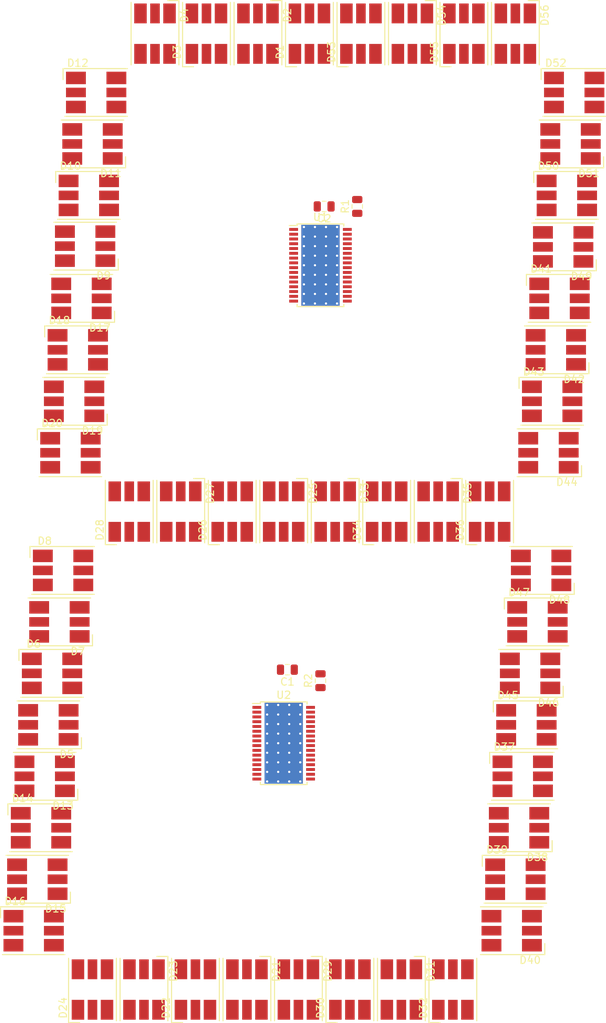
<source format=kicad_pcb>
(kicad_pcb (version 20171130) (host pcbnew "(5.1.2)-1")

  (general
    (thickness 1.6)
    (drawings 0)
    (tracks 0)
    (zones 0)
    (modules 62)
    (nets 180)
  )

  (page A4)
  (layers
    (0 F.Cu signal)
    (31 B.Cu signal)
    (32 B.Adhes user)
    (33 F.Adhes user)
    (34 B.Paste user)
    (35 F.Paste user)
    (36 B.SilkS user)
    (37 F.SilkS user)
    (38 B.Mask user)
    (39 F.Mask user)
    (40 Dwgs.User user)
    (41 Cmts.User user)
    (42 Eco1.User user)
    (43 Eco2.User user)
    (44 Edge.Cuts user)
    (45 Margin user)
    (46 B.CrtYd user)
    (47 F.CrtYd user)
    (48 B.Fab user)
    (49 F.Fab user)
  )

  (setup
    (last_trace_width 0.25)
    (trace_clearance 0.2)
    (zone_clearance 0.508)
    (zone_45_only no)
    (trace_min 0.2)
    (via_size 0.8)
    (via_drill 0.4)
    (via_min_size 0.4)
    (via_min_drill 0.3)
    (uvia_size 0.3)
    (uvia_drill 0.1)
    (uvias_allowed no)
    (uvia_min_size 0.2)
    (uvia_min_drill 0.1)
    (edge_width 0.05)
    (segment_width 0.2)
    (pcb_text_width 0.3)
    (pcb_text_size 1.5 1.5)
    (mod_edge_width 0.12)
    (mod_text_size 1 1)
    (mod_text_width 0.15)
    (pad_size 1.524 1.524)
    (pad_drill 0.762)
    (pad_to_mask_clearance 0.051)
    (solder_mask_min_width 0.25)
    (aux_axis_origin 0 0)
    (visible_elements 7FFFFFFF)
    (pcbplotparams
      (layerselection 0x010fc_ffffffff)
      (usegerberextensions false)
      (usegerberattributes false)
      (usegerberadvancedattributes false)
      (creategerberjobfile false)
      (excludeedgelayer true)
      (linewidth 0.100000)
      (plotframeref false)
      (viasonmask false)
      (mode 1)
      (useauxorigin false)
      (hpglpennumber 1)
      (hpglpenspeed 20)
      (hpglpendiameter 15.000000)
      (psnegative false)
      (psa4output false)
      (plotreference true)
      (plotvalue true)
      (plotinvisibletext false)
      (padsonsilk false)
      (subtractmaskfromsilk false)
      (outputformat 1)
      (mirror false)
      (drillshape 1)
      (scaleselection 1)
      (outputdirectory ""))
  )

  (net 0 "")
  (net 1 GND)
  (net 2 VCC)
  (net 3 "Net-(D1-Pad6)")
  (net 4 "Net-(D1-Pad5)")
  (net 5 "Net-(D1-Pad4)")
  (net 6 "Net-(D1-Pad3)")
  (net 7 "Net-(D1-Pad2)")
  (net 8 "Net-(D1-Pad1)")
  (net 9 "Net-(D2-Pad6)")
  (net 10 "Net-(D2-Pad5)")
  (net 11 "Net-(D2-Pad4)")
  (net 12 "Net-(D10-Pad1)")
  (net 13 "Net-(D10-Pad2)")
  (net 14 "Net-(D10-Pad3)")
  (net 15 "Net-(D5-Pad3)")
  (net 16 "Net-(D5-Pad2)")
  (net 17 "Net-(D5-Pad1)")
  (net 18 "Net-(D13-Pad1)")
  (net 19 "Net-(D13-Pad2)")
  (net 20 "Net-(D13-Pad3)")
  (net 21 "Net-(D10-Pad6)")
  (net 22 "Net-(D10-Pad5)")
  (net 23 "Net-(D10-Pad4)")
  (net 24 "Net-(D11-Pad6)")
  (net 25 "Net-(D11-Pad5)")
  (net 26 "Net-(D11-Pad4)")
  (net 27 "Net-(D13-Pad6)")
  (net 28 "Net-(D13-Pad5)")
  (net 29 "Net-(D13-Pad4)")
  (net 30 "Net-(D14-Pad6)")
  (net 31 "Net-(D14-Pad5)")
  (net 32 "Net-(D14-Pad4)")
  (net 33 "Net-(D15-Pad6)")
  (net 34 "Net-(D15-Pad5)")
  (net 35 "Net-(D15-Pad4)")
  (net 36 "Net-(D17-Pad6)")
  (net 37 "Net-(D17-Pad5)")
  (net 38 "Net-(D17-Pad4)")
  (net 39 "Net-(D18-Pad6)")
  (net 40 "Net-(D18-Pad5)")
  (net 41 "Net-(D18-Pad4)")
  (net 42 "Net-(D19-Pad6)")
  (net 43 "Net-(D19-Pad5)")
  (net 44 "Net-(D19-Pad4)")
  (net 45 "Net-(D21-Pad6)")
  (net 46 "Net-(D21-Pad5)")
  (net 47 "Net-(D21-Pad4)")
  (net 48 Vdrive)
  (net 49 "Net-(D29-Pad6)")
  (net 50 "Net-(D29-Pad5)")
  (net 51 "Net-(D29-Pad4)")
  (net 52 "Net-(D29-Pad3)")
  (net 53 "Net-(D29-Pad2)")
  (net 54 "Net-(D29-Pad1)")
  (net 55 "Net-(D30-Pad6)")
  (net 56 "Net-(D30-Pad5)")
  (net 57 "Net-(D30-Pad4)")
  (net 58 "Net-(D31-Pad6)")
  (net 59 "Net-(D31-Pad5)")
  (net 60 "Net-(D31-Pad4)")
  (net 61 "Net-(D33-Pad6)")
  (net 62 "Net-(D33-Pad5)")
  (net 63 "Net-(D33-Pad4)")
  (net 64 "Net-(D33-Pad3)")
  (net 65 "Net-(D33-Pad2)")
  (net 66 "Net-(D33-Pad1)")
  (net 67 "Net-(D34-Pad6)")
  (net 68 "Net-(D34-Pad5)")
  (net 69 "Net-(D34-Pad4)")
  (net 70 "Net-(D35-Pad6)")
  (net 71 "Net-(D35-Pad5)")
  (net 72 "Net-(D35-Pad4)")
  (net 73 "Net-(D37-Pad6)")
  (net 74 "Net-(D37-Pad5)")
  (net 75 "Net-(D37-Pad4)")
  (net 76 "Net-(D38-Pad6)")
  (net 77 "Net-(D38-Pad5)")
  (net 78 "Net-(D38-Pad4)")
  (net 79 "Net-(D39-Pad6)")
  (net 80 "Net-(D39-Pad5)")
  (net 81 "Net-(D39-Pad4)")
  (net 82 "Net-(D41-Pad6)")
  (net 83 "Net-(D41-Pad5)")
  (net 84 "Net-(D41-Pad4)")
  (net 85 "Net-(D42-Pad6)")
  (net 86 "Net-(D42-Pad5)")
  (net 87 "Net-(D42-Pad4)")
  (net 88 "Net-(D43-Pad6)")
  (net 89 "Net-(D43-Pad5)")
  (net 90 "Net-(D43-Pad4)")
  (net 91 "Net-(D45-Pad6)")
  (net 92 "Net-(D45-Pad5)")
  (net 93 "Net-(D45-Pad4)")
  (net 94 "Net-(D46-Pad6)")
  (net 95 "Net-(D46-Pad5)")
  (net 96 "Net-(D46-Pad4)")
  (net 97 "Net-(D47-Pad6)")
  (net 98 "Net-(D47-Pad5)")
  (net 99 "Net-(D47-Pad4)")
  (net 100 "Net-(D49-Pad6)")
  (net 101 "Net-(D49-Pad5)")
  (net 102 "Net-(D49-Pad4)")
  (net 103 "Net-(R1-Pad1)")
  (net 104 "Net-(R2-Pad1)")
  (net 105 "Net-(U1-Pad33)")
  (net 106 "Net-(U1-Pad30)")
  (net 107 "Net-(U2-Pad33)")
  (net 108 "Net-(D3-Pad6)")
  (net 109 "Net-(D3-Pad5)")
  (net 110 "Net-(D3-Pad4)")
  (net 111 "Net-(D5-Pad6)")
  (net 112 "Net-(D5-Pad5)")
  (net 113 "Net-(D5-Pad4)")
  (net 114 "Net-(D6-Pad6)")
  (net 115 "Net-(D6-Pad5)")
  (net 116 "Net-(D6-Pad4)")
  (net 117 "Net-(D7-Pad6)")
  (net 118 "Net-(D7-Pad5)")
  (net 119 "Net-(D7-Pad4)")
  (net 120 "Net-(D9-Pad3)")
  (net 121 "Net-(D9-Pad2)")
  (net 122 "Net-(D9-Pad1)")
  (net 123 "Net-(D17-Pad3)")
  (net 124 "Net-(D17-Pad2)")
  (net 125 "Net-(D17-Pad1)")
  (net 126 "Net-(D21-Pad3)")
  (net 127 "Net-(D21-Pad2)")
  (net 128 "Net-(D21-Pad1)")
  (net 129 "Net-(D22-Pad6)")
  (net 130 "Net-(D22-Pad5)")
  (net 131 "Net-(D22-Pad4)")
  (net 132 "Net-(D23-Pad6)")
  (net 133 "Net-(D23-Pad5)")
  (net 134 "Net-(D23-Pad4)")
  (net 135 "Net-(D25-Pad6)")
  (net 136 "Net-(D25-Pad5)")
  (net 137 "Net-(D25-Pad4)")
  (net 138 "Net-(D25-Pad3)")
  (net 139 "Net-(D25-Pad2)")
  (net 140 "Net-(D25-Pad1)")
  (net 141 "Net-(D26-Pad6)")
  (net 142 "Net-(D26-Pad5)")
  (net 143 "Net-(D26-Pad4)")
  (net 144 "Net-(D27-Pad6)")
  (net 145 "Net-(D27-Pad5)")
  (net 146 "Net-(D27-Pad4)")
  (net 147 "Net-(D37-Pad3)")
  (net 148 "Net-(D37-Pad2)")
  (net 149 "Net-(D37-Pad1)")
  (net 150 "Net-(D41-Pad3)")
  (net 151 "Net-(D41-Pad2)")
  (net 152 "Net-(D41-Pad1)")
  (net 153 "Net-(D45-Pad3)")
  (net 154 "Net-(D45-Pad2)")
  (net 155 "Net-(D45-Pad1)")
  (net 156 "Net-(D49-Pad3)")
  (net 157 "Net-(D49-Pad2)")
  (net 158 "Net-(D49-Pad1)")
  (net 159 "Net-(D50-Pad6)")
  (net 160 "Net-(D50-Pad5)")
  (net 161 "Net-(D50-Pad4)")
  (net 162 "Net-(D51-Pad6)")
  (net 163 "Net-(D51-Pad5)")
  (net 164 "Net-(D51-Pad4)")
  (net 165 "Net-(D53-Pad6)")
  (net 166 "Net-(D53-Pad5)")
  (net 167 "Net-(D53-Pad4)")
  (net 168 "Net-(D53-Pad3)")
  (net 169 "Net-(D53-Pad2)")
  (net 170 "Net-(D53-Pad1)")
  (net 171 "Net-(D54-Pad6)")
  (net 172 "Net-(D54-Pad5)")
  (net 173 "Net-(D54-Pad4)")
  (net 174 "Net-(D55-Pad6)")
  (net 175 "Net-(D55-Pad5)")
  (net 176 "Net-(D55-Pad4)")
  (net 177 "Net-(J3-Pad8)")
  (net 178 "Net-(J3-Pad6)")
  (net 179 "Net-(J3-Pad4)")

  (net_class Default "Dies ist die voreingestellte Netzklasse."
    (clearance 0.2)
    (trace_width 0.25)
    (via_dia 0.8)
    (via_drill 0.4)
    (uvia_dia 0.3)
    (uvia_drill 0.1)
    (add_net GND)
    (add_net "Net-(D1-Pad1)")
    (add_net "Net-(D1-Pad2)")
    (add_net "Net-(D1-Pad3)")
    (add_net "Net-(D1-Pad4)")
    (add_net "Net-(D1-Pad5)")
    (add_net "Net-(D1-Pad6)")
    (add_net "Net-(D10-Pad1)")
    (add_net "Net-(D10-Pad2)")
    (add_net "Net-(D10-Pad3)")
    (add_net "Net-(D10-Pad4)")
    (add_net "Net-(D10-Pad5)")
    (add_net "Net-(D10-Pad6)")
    (add_net "Net-(D11-Pad4)")
    (add_net "Net-(D11-Pad5)")
    (add_net "Net-(D11-Pad6)")
    (add_net "Net-(D13-Pad1)")
    (add_net "Net-(D13-Pad2)")
    (add_net "Net-(D13-Pad3)")
    (add_net "Net-(D13-Pad4)")
    (add_net "Net-(D13-Pad5)")
    (add_net "Net-(D13-Pad6)")
    (add_net "Net-(D14-Pad4)")
    (add_net "Net-(D14-Pad5)")
    (add_net "Net-(D14-Pad6)")
    (add_net "Net-(D15-Pad4)")
    (add_net "Net-(D15-Pad5)")
    (add_net "Net-(D15-Pad6)")
    (add_net "Net-(D17-Pad1)")
    (add_net "Net-(D17-Pad2)")
    (add_net "Net-(D17-Pad3)")
    (add_net "Net-(D17-Pad4)")
    (add_net "Net-(D17-Pad5)")
    (add_net "Net-(D17-Pad6)")
    (add_net "Net-(D18-Pad4)")
    (add_net "Net-(D18-Pad5)")
    (add_net "Net-(D18-Pad6)")
    (add_net "Net-(D19-Pad4)")
    (add_net "Net-(D19-Pad5)")
    (add_net "Net-(D19-Pad6)")
    (add_net "Net-(D2-Pad4)")
    (add_net "Net-(D2-Pad5)")
    (add_net "Net-(D2-Pad6)")
    (add_net "Net-(D21-Pad1)")
    (add_net "Net-(D21-Pad2)")
    (add_net "Net-(D21-Pad3)")
    (add_net "Net-(D21-Pad4)")
    (add_net "Net-(D21-Pad5)")
    (add_net "Net-(D21-Pad6)")
    (add_net "Net-(D22-Pad4)")
    (add_net "Net-(D22-Pad5)")
    (add_net "Net-(D22-Pad6)")
    (add_net "Net-(D23-Pad4)")
    (add_net "Net-(D23-Pad5)")
    (add_net "Net-(D23-Pad6)")
    (add_net "Net-(D25-Pad1)")
    (add_net "Net-(D25-Pad2)")
    (add_net "Net-(D25-Pad3)")
    (add_net "Net-(D25-Pad4)")
    (add_net "Net-(D25-Pad5)")
    (add_net "Net-(D25-Pad6)")
    (add_net "Net-(D26-Pad4)")
    (add_net "Net-(D26-Pad5)")
    (add_net "Net-(D26-Pad6)")
    (add_net "Net-(D27-Pad4)")
    (add_net "Net-(D27-Pad5)")
    (add_net "Net-(D27-Pad6)")
    (add_net "Net-(D29-Pad1)")
    (add_net "Net-(D29-Pad2)")
    (add_net "Net-(D29-Pad3)")
    (add_net "Net-(D29-Pad4)")
    (add_net "Net-(D29-Pad5)")
    (add_net "Net-(D29-Pad6)")
    (add_net "Net-(D3-Pad4)")
    (add_net "Net-(D3-Pad5)")
    (add_net "Net-(D3-Pad6)")
    (add_net "Net-(D30-Pad4)")
    (add_net "Net-(D30-Pad5)")
    (add_net "Net-(D30-Pad6)")
    (add_net "Net-(D31-Pad4)")
    (add_net "Net-(D31-Pad5)")
    (add_net "Net-(D31-Pad6)")
    (add_net "Net-(D33-Pad1)")
    (add_net "Net-(D33-Pad2)")
    (add_net "Net-(D33-Pad3)")
    (add_net "Net-(D33-Pad4)")
    (add_net "Net-(D33-Pad5)")
    (add_net "Net-(D33-Pad6)")
    (add_net "Net-(D34-Pad4)")
    (add_net "Net-(D34-Pad5)")
    (add_net "Net-(D34-Pad6)")
    (add_net "Net-(D35-Pad4)")
    (add_net "Net-(D35-Pad5)")
    (add_net "Net-(D35-Pad6)")
    (add_net "Net-(D37-Pad1)")
    (add_net "Net-(D37-Pad2)")
    (add_net "Net-(D37-Pad3)")
    (add_net "Net-(D37-Pad4)")
    (add_net "Net-(D37-Pad5)")
    (add_net "Net-(D37-Pad6)")
    (add_net "Net-(D38-Pad4)")
    (add_net "Net-(D38-Pad5)")
    (add_net "Net-(D38-Pad6)")
    (add_net "Net-(D39-Pad4)")
    (add_net "Net-(D39-Pad5)")
    (add_net "Net-(D39-Pad6)")
    (add_net "Net-(D41-Pad1)")
    (add_net "Net-(D41-Pad2)")
    (add_net "Net-(D41-Pad3)")
    (add_net "Net-(D41-Pad4)")
    (add_net "Net-(D41-Pad5)")
    (add_net "Net-(D41-Pad6)")
    (add_net "Net-(D42-Pad4)")
    (add_net "Net-(D42-Pad5)")
    (add_net "Net-(D42-Pad6)")
    (add_net "Net-(D43-Pad4)")
    (add_net "Net-(D43-Pad5)")
    (add_net "Net-(D43-Pad6)")
    (add_net "Net-(D45-Pad1)")
    (add_net "Net-(D45-Pad2)")
    (add_net "Net-(D45-Pad3)")
    (add_net "Net-(D45-Pad4)")
    (add_net "Net-(D45-Pad5)")
    (add_net "Net-(D45-Pad6)")
    (add_net "Net-(D46-Pad4)")
    (add_net "Net-(D46-Pad5)")
    (add_net "Net-(D46-Pad6)")
    (add_net "Net-(D47-Pad4)")
    (add_net "Net-(D47-Pad5)")
    (add_net "Net-(D47-Pad6)")
    (add_net "Net-(D49-Pad1)")
    (add_net "Net-(D49-Pad2)")
    (add_net "Net-(D49-Pad3)")
    (add_net "Net-(D49-Pad4)")
    (add_net "Net-(D49-Pad5)")
    (add_net "Net-(D49-Pad6)")
    (add_net "Net-(D5-Pad1)")
    (add_net "Net-(D5-Pad2)")
    (add_net "Net-(D5-Pad3)")
    (add_net "Net-(D5-Pad4)")
    (add_net "Net-(D5-Pad5)")
    (add_net "Net-(D5-Pad6)")
    (add_net "Net-(D50-Pad4)")
    (add_net "Net-(D50-Pad5)")
    (add_net "Net-(D50-Pad6)")
    (add_net "Net-(D51-Pad4)")
    (add_net "Net-(D51-Pad5)")
    (add_net "Net-(D51-Pad6)")
    (add_net "Net-(D53-Pad1)")
    (add_net "Net-(D53-Pad2)")
    (add_net "Net-(D53-Pad3)")
    (add_net "Net-(D53-Pad4)")
    (add_net "Net-(D53-Pad5)")
    (add_net "Net-(D53-Pad6)")
    (add_net "Net-(D54-Pad4)")
    (add_net "Net-(D54-Pad5)")
    (add_net "Net-(D54-Pad6)")
    (add_net "Net-(D55-Pad4)")
    (add_net "Net-(D55-Pad5)")
    (add_net "Net-(D55-Pad6)")
    (add_net "Net-(D6-Pad4)")
    (add_net "Net-(D6-Pad5)")
    (add_net "Net-(D6-Pad6)")
    (add_net "Net-(D7-Pad4)")
    (add_net "Net-(D7-Pad5)")
    (add_net "Net-(D7-Pad6)")
    (add_net "Net-(D9-Pad1)")
    (add_net "Net-(D9-Pad2)")
    (add_net "Net-(D9-Pad3)")
    (add_net "Net-(J3-Pad4)")
    (add_net "Net-(J3-Pad6)")
    (add_net "Net-(J3-Pad8)")
    (add_net "Net-(R1-Pad1)")
    (add_net "Net-(R2-Pad1)")
    (add_net "Net-(U1-Pad30)")
    (add_net "Net-(U1-Pad33)")
    (add_net "Net-(U2-Pad33)")
    (add_net VCC)
    (add_net Vdrive)
  )

  (module Resistor_SMD:R_0805_2012Metric (layer F.Cu) (tedit 5B36C52B) (tstamp 5D6BAB58)
    (at 71.5 62.5 90)
    (descr "Resistor SMD 0805 (2012 Metric), square (rectangular) end terminal, IPC_7351 nominal, (Body size source: https://docs.google.com/spreadsheets/d/1BsfQQcO9C6DZCsRaXUlFlo91Tg2WpOkGARC1WS5S8t0/edit?usp=sharing), generated with kicad-footprint-generator")
    (tags resistor)
    (path /5DE16A67)
    (attr smd)
    (fp_text reference R1 (at 0 -1.65 90) (layer F.SilkS)
      (effects (font (size 1 1) (thickness 0.15)))
    )
    (fp_text value R_Small (at 0 1.65 90) (layer F.Fab) hide
      (effects (font (size 1 1) (thickness 0.15)))
    )
    (fp_text user %R (at 0 0 90) (layer F.Fab) hide
      (effects (font (size 0.5 0.5) (thickness 0.08)))
    )
    (fp_line (start 1.68 0.95) (end -1.68 0.95) (layer F.CrtYd) (width 0.05))
    (fp_line (start 1.68 -0.95) (end 1.68 0.95) (layer F.CrtYd) (width 0.05))
    (fp_line (start -1.68 -0.95) (end 1.68 -0.95) (layer F.CrtYd) (width 0.05))
    (fp_line (start -1.68 0.95) (end -1.68 -0.95) (layer F.CrtYd) (width 0.05))
    (fp_line (start -0.258578 0.71) (end 0.258578 0.71) (layer F.SilkS) (width 0.12))
    (fp_line (start -0.258578 -0.71) (end 0.258578 -0.71) (layer F.SilkS) (width 0.12))
    (fp_line (start 1 0.6) (end -1 0.6) (layer F.Fab) (width 0.1))
    (fp_line (start 1 -0.6) (end 1 0.6) (layer F.Fab) (width 0.1))
    (fp_line (start -1 -0.6) (end 1 -0.6) (layer F.Fab) (width 0.1))
    (fp_line (start -1 0.6) (end -1 -0.6) (layer F.Fab) (width 0.1))
    (pad 2 smd roundrect (at 0.9375 0 90) (size 0.975 1.4) (layers F.Cu F.Paste F.Mask) (roundrect_rratio 0.25)
      (net 1 GND))
    (pad 1 smd roundrect (at -0.9375 0 90) (size 0.975 1.4) (layers F.Cu F.Paste F.Mask) (roundrect_rratio 0.25)
      (net 103 "Net-(R1-Pad1)"))
    (model ${KISYS3DMOD}/Resistor_SMD.3dshapes/R_0805_2012Metric.wrl
      (at (xyz 0 0 0))
      (scale (xyz 1 1 1))
      (rotate (xyz 0 0 0))
    )
  )

  (module Resistor_SMD:R_0805_2012Metric (layer F.Cu) (tedit 5B36C52B) (tstamp 5D6F26CA)
    (at 66.5 127 90)
    (descr "Resistor SMD 0805 (2012 Metric), square (rectangular) end terminal, IPC_7351 nominal, (Body size source: https://docs.google.com/spreadsheets/d/1BsfQQcO9C6DZCsRaXUlFlo91Tg2WpOkGARC1WS5S8t0/edit?usp=sharing), generated with kicad-footprint-generator")
    (tags resistor)
    (path /5E0458A4)
    (attr smd)
    (fp_text reference R2 (at 0 -1.65 90) (layer F.SilkS)
      (effects (font (size 1 1) (thickness 0.15)))
    )
    (fp_text value R_Small (at 0 1.65 90) (layer F.Fab) hide
      (effects (font (size 1 1) (thickness 0.15)))
    )
    (fp_text user %R (at 0 0 90) (layer F.Fab) hide
      (effects (font (size 0.5 0.5) (thickness 0.08)))
    )
    (fp_line (start 1.68 0.95) (end -1.68 0.95) (layer F.CrtYd) (width 0.05))
    (fp_line (start 1.68 -0.95) (end 1.68 0.95) (layer F.CrtYd) (width 0.05))
    (fp_line (start -1.68 -0.95) (end 1.68 -0.95) (layer F.CrtYd) (width 0.05))
    (fp_line (start -1.68 0.95) (end -1.68 -0.95) (layer F.CrtYd) (width 0.05))
    (fp_line (start -0.258578 0.71) (end 0.258578 0.71) (layer F.SilkS) (width 0.12))
    (fp_line (start -0.258578 -0.71) (end 0.258578 -0.71) (layer F.SilkS) (width 0.12))
    (fp_line (start 1 0.6) (end -1 0.6) (layer F.Fab) (width 0.1))
    (fp_line (start 1 -0.6) (end 1 0.6) (layer F.Fab) (width 0.1))
    (fp_line (start -1 -0.6) (end 1 -0.6) (layer F.Fab) (width 0.1))
    (fp_line (start -1 0.6) (end -1 -0.6) (layer F.Fab) (width 0.1))
    (pad 2 smd roundrect (at 0.9375 0 90) (size 0.975 1.4) (layers F.Cu F.Paste F.Mask) (roundrect_rratio 0.25)
      (net 1 GND))
    (pad 1 smd roundrect (at -0.9375 0 90) (size 0.975 1.4) (layers F.Cu F.Paste F.Mask) (roundrect_rratio 0.25)
      (net 104 "Net-(R2-Pad1)"))
    (model ${KISYS3DMOD}/Resistor_SMD.3dshapes/R_0805_2012Metric.wrl
      (at (xyz 0 0 0))
      (scale (xyz 1 1 1))
      (rotate (xyz 0 0 0))
    )
  )

  (module Package_SO:HTSSOP-32-1EP_6.1x11mm_P0.65mm_EP5.2x11mm_Mask4.11x4.36mm_ThermalVias (layer F.Cu) (tedit 5A671D40) (tstamp 5D6F2577)
    (at 66.5 70.5)
    (descr "HTSSOP32: plastic thin shrink small outline package; 32 leads; body width 6.1 mm; lead pitch 0.65 mm (see NXP SSOP-TSSOP-VSO-REFLOW.pdf and sot487-1_po.pdf)")
    (tags "SSOP 0.65 PowerPAD")
    (path /5D9B001C)
    (attr smd)
    (fp_text reference U1 (at 0 -6.55) (layer F.SilkS)
      (effects (font (size 1 1) (thickness 0.15)))
    )
    (fp_text value TLC5952 (at 0 6.55) (layer F.Fab) hide
      (effects (font (size 1 1) (thickness 0.15)))
    )
    (fp_text user %R (at 0 0) (layer F.Fab) hide
      (effects (font (size 0.8 0.8) (thickness 0.15)))
    )
    (fp_line (start 3.175 5.625) (end 3.175 5.3) (layer F.SilkS) (width 0.15))
    (fp_line (start -3.175 5.625) (end 3.175 5.625) (layer F.SilkS) (width 0.15))
    (fp_line (start -3.175 5.3) (end -3.175 5.625) (layer F.SilkS) (width 0.15))
    (fp_line (start 3.175 -5.625) (end 3.175 -5.3) (layer F.SilkS) (width 0.15))
    (fp_line (start -3.175 -5.625) (end 3.175 -5.625) (layer F.SilkS) (width 0.15))
    (fp_line (start -3.175 -5.4) (end -3.175 -5.625) (layer F.SilkS) (width 0.15))
    (fp_line (start -4.25 -5.4) (end -3.175 -5.4) (layer F.SilkS) (width 0.15))
    (fp_line (start 4.5 -5.8) (end -4.5 -5.8) (layer F.CrtYd) (width 0.05))
    (fp_line (start 4.5 5.8) (end 4.5 -5.8) (layer F.CrtYd) (width 0.05))
    (fp_line (start -4.5 5.8) (end 4.5 5.8) (layer F.CrtYd) (width 0.05))
    (fp_line (start -4.5 -5.8) (end -4.5 5.8) (layer F.CrtYd) (width 0.05))
    (fp_line (start 3.05 -5.5) (end 3.05 5.5) (layer F.Fab) (width 0.15))
    (fp_line (start -2.05 -5.5) (end 3.05 -5.5) (layer F.Fab) (width 0.15))
    (fp_line (start -3.05 -4.5) (end -2.05 -5.5) (layer F.Fab) (width 0.15))
    (fp_line (start -3.05 5.5) (end -3.05 -4.5) (layer F.Fab) (width 0.15))
    (fp_line (start 3.05 5.5) (end -3.05 5.5) (layer F.Fab) (width 0.15))
    (pad 33 smd rect (at 0 0) (size 5.2 11) (layers B.Cu)
      (net 105 "Net-(U1-Pad33)"))
    (pad "" smd rect (at -1.365 -1.725) (size 0.93 0.55) (layers F.Paste))
    (pad "" smd rect (at -1.365 1.725) (size 0.93 0.55) (layers F.Paste))
    (pad "" smd rect (at 1.365 1.725) (size 0.93 0.55) (layers F.Paste))
    (pad "" smd rect (at 1.365 -1.725) (size 0.93 0.55) (layers F.Paste))
    (pad "" smd rect (at 1.365 -0.65) (size 0.93 1) (layers F.Paste))
    (pad "" smd rect (at 1.365 0.65) (size 0.93 1) (layers F.Paste))
    (pad "" smd rect (at -1.365 0.65) (size 0.93 1) (layers F.Paste))
    (pad "" smd rect (at -1.365 -0.65) (size 0.93 1) (layers F.Paste))
    (pad "" smd rect (at 0 -1.725) (size 1.2 0.55) (layers F.Paste))
    (pad "" smd rect (at 0 1.725) (size 1.2 0.55) (layers F.Paste))
    (pad "" smd rect (at 0 0.65) (size 1.2 1) (layers F.Paste))
    (pad "" smd rect (at 0 -0.65) (size 1.2 1) (layers F.Paste))
    (pad 33 thru_hole circle (at 0.75 5.2) (size 0.6 0.6) (drill 0.3) (layers *.Cu)
      (net 105 "Net-(U1-Pad33)"))
    (pad 33 thru_hole circle (at 2.25 5.2) (size 0.6 0.6) (drill 0.3) (layers *.Cu)
      (net 105 "Net-(U1-Pad33)"))
    (pad 33 thru_hole circle (at -2.25 5.2) (size 0.6 0.6) (drill 0.3) (layers *.Cu)
      (net 105 "Net-(U1-Pad33)"))
    (pad 33 thru_hole circle (at -0.75 5.2) (size 0.6 0.6) (drill 0.3) (layers *.Cu)
      (net 105 "Net-(U1-Pad33)"))
    (pad 33 thru_hole circle (at 0.75 3.9) (size 0.6 0.6) (drill 0.3) (layers *.Cu)
      (net 105 "Net-(U1-Pad33)"))
    (pad 33 thru_hole circle (at 0.75 2.6) (size 0.6 0.6) (drill 0.3) (layers *.Cu)
      (net 105 "Net-(U1-Pad33)"))
    (pad 33 thru_hole circle (at -0.75 2.6) (size 0.6 0.6) (drill 0.3) (layers *.Cu)
      (net 105 "Net-(U1-Pad33)"))
    (pad 33 thru_hole circle (at -2.25 2.6) (size 0.6 0.6) (drill 0.3) (layers *.Cu)
      (net 105 "Net-(U1-Pad33)"))
    (pad 33 thru_hole circle (at -0.75 3.9) (size 0.6 0.6) (drill 0.3) (layers *.Cu)
      (net 105 "Net-(U1-Pad33)"))
    (pad 33 thru_hole circle (at 2.25 3.9) (size 0.6 0.6) (drill 0.3) (layers *.Cu)
      (net 105 "Net-(U1-Pad33)"))
    (pad 33 thru_hole circle (at -2.25 3.9) (size 0.6 0.6) (drill 0.3) (layers *.Cu)
      (net 105 "Net-(U1-Pad33)"))
    (pad 33 thru_hole circle (at 2.25 2.6) (size 0.6 0.6) (drill 0.3) (layers *.Cu)
      (net 105 "Net-(U1-Pad33)"))
    (pad 33 thru_hole circle (at 0.75 1.3) (size 0.6 0.6) (drill 0.3) (layers *.Cu)
      (net 105 "Net-(U1-Pad33)"))
    (pad 33 thru_hole circle (at 0.75 0) (size 0.6 0.6) (drill 0.3) (layers *.Cu)
      (net 105 "Net-(U1-Pad33)"))
    (pad 33 thru_hole circle (at -0.75 0) (size 0.6 0.6) (drill 0.3) (layers *.Cu)
      (net 105 "Net-(U1-Pad33)"))
    (pad 33 thru_hole circle (at -2.25 0) (size 0.6 0.6) (drill 0.3) (layers *.Cu)
      (net 105 "Net-(U1-Pad33)"))
    (pad 33 thru_hole circle (at -0.75 1.3) (size 0.6 0.6) (drill 0.3) (layers *.Cu)
      (net 105 "Net-(U1-Pad33)"))
    (pad 33 thru_hole circle (at 2.25 1.3) (size 0.6 0.6) (drill 0.3) (layers *.Cu)
      (net 105 "Net-(U1-Pad33)"))
    (pad 33 thru_hole circle (at -2.25 1.3) (size 0.6 0.6) (drill 0.3) (layers *.Cu)
      (net 105 "Net-(U1-Pad33)"))
    (pad 33 thru_hole circle (at 2.25 0) (size 0.6 0.6) (drill 0.3) (layers *.Cu)
      (net 105 "Net-(U1-Pad33)"))
    (pad 33 thru_hole circle (at 0.75 -1.3) (size 0.6 0.6) (drill 0.3) (layers *.Cu)
      (net 105 "Net-(U1-Pad33)"))
    (pad 33 thru_hole circle (at 0.75 -2.6) (size 0.6 0.6) (drill 0.3) (layers *.Cu)
      (net 105 "Net-(U1-Pad33)"))
    (pad 33 thru_hole circle (at -0.75 -2.6) (size 0.6 0.6) (drill 0.3) (layers *.Cu)
      (net 105 "Net-(U1-Pad33)"))
    (pad 33 thru_hole circle (at -2.25 -2.6) (size 0.6 0.6) (drill 0.3) (layers *.Cu)
      (net 105 "Net-(U1-Pad33)"))
    (pad 33 thru_hole circle (at -0.75 -1.3) (size 0.6 0.6) (drill 0.3) (layers *.Cu)
      (net 105 "Net-(U1-Pad33)"))
    (pad 33 thru_hole circle (at 2.25 -1.3) (size 0.6 0.6) (drill 0.3) (layers *.Cu)
      (net 105 "Net-(U1-Pad33)"))
    (pad 33 thru_hole circle (at -2.25 -1.3) (size 0.6 0.6) (drill 0.3) (layers *.Cu)
      (net 105 "Net-(U1-Pad33)"))
    (pad 33 thru_hole circle (at 2.25 -2.6) (size 0.6 0.6) (drill 0.3) (layers *.Cu)
      (net 105 "Net-(U1-Pad33)"))
    (pad 33 thru_hole circle (at 2.25 -3.9) (size 0.6 0.6) (drill 0.3) (layers *.Cu)
      (net 105 "Net-(U1-Pad33)"))
    (pad 33 thru_hole circle (at 0.75 -3.9) (size 0.6 0.6) (drill 0.3) (layers *.Cu)
      (net 105 "Net-(U1-Pad33)"))
    (pad 33 thru_hole circle (at -0.75 -3.9) (size 0.6 0.6) (drill 0.3) (layers *.Cu)
      (net 105 "Net-(U1-Pad33)"))
    (pad 33 thru_hole circle (at -2.25 -3.9) (size 0.6 0.6) (drill 0.3) (layers *.Cu)
      (net 105 "Net-(U1-Pad33)"))
    (pad 33 thru_hole circle (at 2.25 -5.2) (size 0.6 0.6) (drill 0.3) (layers *.Cu)
      (net 105 "Net-(U1-Pad33)"))
    (pad 33 thru_hole circle (at 0.75 -5.2) (size 0.6 0.6) (drill 0.3) (layers *.Cu)
      (net 105 "Net-(U1-Pad33)"))
    (pad 33 thru_hole circle (at -0.75 -5.2) (size 0.6 0.6) (drill 0.3) (layers *.Cu)
      (net 105 "Net-(U1-Pad33)"))
    (pad 33 thru_hole circle (at -2.25 -5.2) (size 0.6 0.6) (drill 0.3) (layers *.Cu)
      (net 105 "Net-(U1-Pad33)"))
    (pad "" smd rect (at 0 0) (size 4.11 4.36) (layers F.Mask))
    (pad 33 smd rect (at 0 0) (size 5.2 11) (layers F.Cu)
      (net 105 "Net-(U1-Pad33)"))
    (pad 32 smd rect (at 3.65 -4.875) (size 1.2 0.4) (layers F.Cu F.Paste F.Mask)
      (net 103 "Net-(R1-Pad1)"))
    (pad 31 smd rect (at 3.65 -4.225) (size 1.2 0.4) (layers F.Cu F.Paste F.Mask)
      (net 2 VCC))
    (pad 30 smd rect (at 3.65 -3.575) (size 1.2 0.4) (layers F.Cu F.Paste F.Mask)
      (net 106 "Net-(U1-Pad30)"))
    (pad 29 smd rect (at 3.65 -2.925) (size 1.2 0.4) (layers F.Cu F.Paste F.Mask)
      (net 177 "Net-(J3-Pad8)"))
    (pad 28 smd rect (at 3.65 -2.275) (size 1.2 0.4) (layers F.Cu F.Paste F.Mask)
      (net 170 "Net-(D53-Pad1)"))
    (pad 27 smd rect (at 3.65 -1.625) (size 1.2 0.4) (layers F.Cu F.Paste F.Mask)
      (net 169 "Net-(D53-Pad2)"))
    (pad 26 smd rect (at 3.65 -0.975) (size 1.2 0.4) (layers F.Cu F.Paste F.Mask)
      (net 168 "Net-(D53-Pad3)"))
    (pad 25 smd rect (at 3.65 -0.325) (size 1.2 0.4) (layers F.Cu F.Paste F.Mask)
      (net 158 "Net-(D49-Pad1)"))
    (pad 24 smd rect (at 3.65 0.325) (size 1.2 0.4) (layers F.Cu F.Paste F.Mask)
      (net 157 "Net-(D49-Pad2)"))
    (pad 23 smd rect (at 3.65 0.975) (size 1.2 0.4) (layers F.Cu F.Paste F.Mask)
      (net 156 "Net-(D49-Pad3)"))
    (pad 22 smd rect (at 3.65 1.625) (size 1.2 0.4) (layers F.Cu F.Paste F.Mask)
      (net 152 "Net-(D41-Pad1)"))
    (pad 21 smd rect (at 3.65 2.275) (size 1.2 0.4) (layers F.Cu F.Paste F.Mask)
      (net 151 "Net-(D41-Pad2)"))
    (pad 20 smd rect (at 3.65 2.925) (size 1.2 0.4) (layers F.Cu F.Paste F.Mask)
      (net 150 "Net-(D41-Pad3)"))
    (pad 19 smd rect (at 3.65 3.575) (size 1.2 0.4) (layers F.Cu F.Paste F.Mask)
      (net 66 "Net-(D33-Pad1)"))
    (pad 18 smd rect (at 3.65 4.225) (size 1.2 0.4) (layers F.Cu F.Paste F.Mask)
      (net 65 "Net-(D33-Pad2)"))
    (pad 17 smd rect (at 3.65 4.875) (size 1.2 0.4) (layers F.Cu F.Paste F.Mask)
      (net 64 "Net-(D33-Pad3)"))
    (pad 16 smd rect (at -3.65 4.875) (size 1.2 0.4) (layers F.Cu F.Paste F.Mask)
      (net 140 "Net-(D25-Pad1)"))
    (pad 15 smd rect (at -3.65 4.225) (size 1.2 0.4) (layers F.Cu F.Paste F.Mask)
      (net 139 "Net-(D25-Pad2)"))
    (pad 14 smd rect (at -3.65 3.575) (size 1.2 0.4) (layers F.Cu F.Paste F.Mask)
      (net 138 "Net-(D25-Pad3)"))
    (pad 13 smd rect (at -3.65 2.925) (size 1.2 0.4) (layers F.Cu F.Paste F.Mask)
      (net 125 "Net-(D17-Pad1)"))
    (pad 12 smd rect (at -3.65 2.275) (size 1.2 0.4) (layers F.Cu F.Paste F.Mask)
      (net 124 "Net-(D17-Pad2)"))
    (pad 11 smd rect (at -3.65 1.625) (size 1.2 0.4) (layers F.Cu F.Paste F.Mask)
      (net 123 "Net-(D17-Pad3)"))
    (pad 10 smd rect (at -3.65 0.975) (size 1.2 0.4) (layers F.Cu F.Paste F.Mask)
      (net 122 "Net-(D9-Pad1)"))
    (pad 9 smd rect (at -3.65 0.325) (size 1.2 0.4) (layers F.Cu F.Paste F.Mask)
      (net 121 "Net-(D9-Pad2)"))
    (pad 8 smd rect (at -3.65 -0.325) (size 1.2 0.4) (layers F.Cu F.Paste F.Mask)
      (net 120 "Net-(D9-Pad3)"))
    (pad 7 smd rect (at -3.65 -0.975) (size 1.2 0.4) (layers F.Cu F.Paste F.Mask)
      (net 8 "Net-(D1-Pad1)"))
    (pad 6 smd rect (at -3.65 -1.625) (size 1.2 0.4) (layers F.Cu F.Paste F.Mask)
      (net 7 "Net-(D1-Pad2)"))
    (pad 5 smd rect (at -3.65 -2.275) (size 1.2 0.4) (layers F.Cu F.Paste F.Mask)
      (net 6 "Net-(D1-Pad3)"))
    (pad 4 smd rect (at -3.65 -2.925) (size 1.2 0.4) (layers F.Cu F.Paste F.Mask)
      (net 178 "Net-(J3-Pad6)"))
    (pad 3 smd rect (at -3.65 -3.575) (size 1.2 0.4) (layers F.Cu F.Paste F.Mask)
      (net 179 "Net-(J3-Pad4)"))
    (pad 2 smd rect (at -3.65 -4.225) (size 1.2 0.4) (layers F.Cu F.Paste F.Mask))
    (pad 1 smd rect (at -3.65 -4.875) (size 1.2 0.4) (layers F.Cu F.Paste F.Mask)
      (net 1 GND))
    (model ${KISYS3DMOD}/Package_SO.3dshapes/HTSSOP-32-1EP_6.1x11mm_P0.65mm_EP5.2x11mm.wrl
      (at (xyz 0 0 0))
      (scale (xyz 1 1 1))
      (rotate (xyz 0 0 0))
    )
  )

  (module Package_SO:HTSSOP-32-1EP_6.1x11mm_P0.65mm_EP5.2x11mm_Mask4.11x4.36mm_ThermalVias (layer F.Cu) (tedit 5A671D40) (tstamp 5D6F29BE)
    (at 61.5 135.5)
    (descr "HTSSOP32: plastic thin shrink small outline package; 32 leads; body width 6.1 mm; lead pitch 0.65 mm (see NXP SSOP-TSSOP-VSO-REFLOW.pdf and sot487-1_po.pdf)")
    (tags "SSOP 0.65 PowerPAD")
    (path /5E045839)
    (attr smd)
    (fp_text reference U2 (at 0 -6.55) (layer F.SilkS)
      (effects (font (size 1 1) (thickness 0.15)))
    )
    (fp_text value TLC5952 (at 0 6.55) (layer F.Fab) hide
      (effects (font (size 1 1) (thickness 0.15)))
    )
    (fp_text user %R (at 0 0) (layer F.Fab) hide
      (effects (font (size 0.8 0.8) (thickness 0.15)))
    )
    (fp_line (start 3.175 5.625) (end 3.175 5.3) (layer F.SilkS) (width 0.15))
    (fp_line (start -3.175 5.625) (end 3.175 5.625) (layer F.SilkS) (width 0.15))
    (fp_line (start -3.175 5.3) (end -3.175 5.625) (layer F.SilkS) (width 0.15))
    (fp_line (start 3.175 -5.625) (end 3.175 -5.3) (layer F.SilkS) (width 0.15))
    (fp_line (start -3.175 -5.625) (end 3.175 -5.625) (layer F.SilkS) (width 0.15))
    (fp_line (start -3.175 -5.4) (end -3.175 -5.625) (layer F.SilkS) (width 0.15))
    (fp_line (start -4.25 -5.4) (end -3.175 -5.4) (layer F.SilkS) (width 0.15))
    (fp_line (start 4.5 -5.8) (end -4.5 -5.8) (layer F.CrtYd) (width 0.05))
    (fp_line (start 4.5 5.8) (end 4.5 -5.8) (layer F.CrtYd) (width 0.05))
    (fp_line (start -4.5 5.8) (end 4.5 5.8) (layer F.CrtYd) (width 0.05))
    (fp_line (start -4.5 -5.8) (end -4.5 5.8) (layer F.CrtYd) (width 0.05))
    (fp_line (start 3.05 -5.5) (end 3.05 5.5) (layer F.Fab) (width 0.15))
    (fp_line (start -2.05 -5.5) (end 3.05 -5.5) (layer F.Fab) (width 0.15))
    (fp_line (start -3.05 -4.5) (end -2.05 -5.5) (layer F.Fab) (width 0.15))
    (fp_line (start -3.05 5.5) (end -3.05 -4.5) (layer F.Fab) (width 0.15))
    (fp_line (start 3.05 5.5) (end -3.05 5.5) (layer F.Fab) (width 0.15))
    (pad 33 smd rect (at 0 0) (size 5.2 11) (layers B.Cu)
      (net 107 "Net-(U2-Pad33)"))
    (pad "" smd rect (at -1.365 -1.725) (size 0.93 0.55) (layers F.Paste))
    (pad "" smd rect (at -1.365 1.725) (size 0.93 0.55) (layers F.Paste))
    (pad "" smd rect (at 1.365 1.725) (size 0.93 0.55) (layers F.Paste))
    (pad "" smd rect (at 1.365 -1.725) (size 0.93 0.55) (layers F.Paste))
    (pad "" smd rect (at 1.365 -0.65) (size 0.93 1) (layers F.Paste))
    (pad "" smd rect (at 1.365 0.65) (size 0.93 1) (layers F.Paste))
    (pad "" smd rect (at -1.365 0.65) (size 0.93 1) (layers F.Paste))
    (pad "" smd rect (at -1.365 -0.65) (size 0.93 1) (layers F.Paste))
    (pad "" smd rect (at 0 -1.725) (size 1.2 0.55) (layers F.Paste))
    (pad "" smd rect (at 0 1.725) (size 1.2 0.55) (layers F.Paste))
    (pad "" smd rect (at 0 0.65) (size 1.2 1) (layers F.Paste))
    (pad "" smd rect (at 0 -0.65) (size 1.2 1) (layers F.Paste))
    (pad 33 thru_hole circle (at 0.75 5.2) (size 0.6 0.6) (drill 0.3) (layers *.Cu)
      (net 107 "Net-(U2-Pad33)"))
    (pad 33 thru_hole circle (at 2.25 5.2) (size 0.6 0.6) (drill 0.3) (layers *.Cu)
      (net 107 "Net-(U2-Pad33)"))
    (pad 33 thru_hole circle (at -2.25 5.2) (size 0.6 0.6) (drill 0.3) (layers *.Cu)
      (net 107 "Net-(U2-Pad33)"))
    (pad 33 thru_hole circle (at -0.75 5.2) (size 0.6 0.6) (drill 0.3) (layers *.Cu)
      (net 107 "Net-(U2-Pad33)"))
    (pad 33 thru_hole circle (at 0.75 3.9) (size 0.6 0.6) (drill 0.3) (layers *.Cu)
      (net 107 "Net-(U2-Pad33)"))
    (pad 33 thru_hole circle (at 0.75 2.6) (size 0.6 0.6) (drill 0.3) (layers *.Cu)
      (net 107 "Net-(U2-Pad33)"))
    (pad 33 thru_hole circle (at -0.75 2.6) (size 0.6 0.6) (drill 0.3) (layers *.Cu)
      (net 107 "Net-(U2-Pad33)"))
    (pad 33 thru_hole circle (at -2.25 2.6) (size 0.6 0.6) (drill 0.3) (layers *.Cu)
      (net 107 "Net-(U2-Pad33)"))
    (pad 33 thru_hole circle (at -0.75 3.9) (size 0.6 0.6) (drill 0.3) (layers *.Cu)
      (net 107 "Net-(U2-Pad33)"))
    (pad 33 thru_hole circle (at 2.25 3.9) (size 0.6 0.6) (drill 0.3) (layers *.Cu)
      (net 107 "Net-(U2-Pad33)"))
    (pad 33 thru_hole circle (at -2.25 3.9) (size 0.6 0.6) (drill 0.3) (layers *.Cu)
      (net 107 "Net-(U2-Pad33)"))
    (pad 33 thru_hole circle (at 2.25 2.6) (size 0.6 0.6) (drill 0.3) (layers *.Cu)
      (net 107 "Net-(U2-Pad33)"))
    (pad 33 thru_hole circle (at 0.75 1.3) (size 0.6 0.6) (drill 0.3) (layers *.Cu)
      (net 107 "Net-(U2-Pad33)"))
    (pad 33 thru_hole circle (at 0.75 0) (size 0.6 0.6) (drill 0.3) (layers *.Cu)
      (net 107 "Net-(U2-Pad33)"))
    (pad 33 thru_hole circle (at -0.75 0) (size 0.6 0.6) (drill 0.3) (layers *.Cu)
      (net 107 "Net-(U2-Pad33)"))
    (pad 33 thru_hole circle (at -2.25 0) (size 0.6 0.6) (drill 0.3) (layers *.Cu)
      (net 107 "Net-(U2-Pad33)"))
    (pad 33 thru_hole circle (at -0.75 1.3) (size 0.6 0.6) (drill 0.3) (layers *.Cu)
      (net 107 "Net-(U2-Pad33)"))
    (pad 33 thru_hole circle (at 2.25 1.3) (size 0.6 0.6) (drill 0.3) (layers *.Cu)
      (net 107 "Net-(U2-Pad33)"))
    (pad 33 thru_hole circle (at -2.25 1.3) (size 0.6 0.6) (drill 0.3) (layers *.Cu)
      (net 107 "Net-(U2-Pad33)"))
    (pad 33 thru_hole circle (at 2.25 0) (size 0.6 0.6) (drill 0.3) (layers *.Cu)
      (net 107 "Net-(U2-Pad33)"))
    (pad 33 thru_hole circle (at 0.75 -1.3) (size 0.6 0.6) (drill 0.3) (layers *.Cu)
      (net 107 "Net-(U2-Pad33)"))
    (pad 33 thru_hole circle (at 0.75 -2.6) (size 0.6 0.6) (drill 0.3) (layers *.Cu)
      (net 107 "Net-(U2-Pad33)"))
    (pad 33 thru_hole circle (at -0.75 -2.6) (size 0.6 0.6) (drill 0.3) (layers *.Cu)
      (net 107 "Net-(U2-Pad33)"))
    (pad 33 thru_hole circle (at -2.25 -2.6) (size 0.6 0.6) (drill 0.3) (layers *.Cu)
      (net 107 "Net-(U2-Pad33)"))
    (pad 33 thru_hole circle (at -0.75 -1.3) (size 0.6 0.6) (drill 0.3) (layers *.Cu)
      (net 107 "Net-(U2-Pad33)"))
    (pad 33 thru_hole circle (at 2.25 -1.3) (size 0.6 0.6) (drill 0.3) (layers *.Cu)
      (net 107 "Net-(U2-Pad33)"))
    (pad 33 thru_hole circle (at -2.25 -1.3) (size 0.6 0.6) (drill 0.3) (layers *.Cu)
      (net 107 "Net-(U2-Pad33)"))
    (pad 33 thru_hole circle (at 2.25 -2.6) (size 0.6 0.6) (drill 0.3) (layers *.Cu)
      (net 107 "Net-(U2-Pad33)"))
    (pad 33 thru_hole circle (at 2.25 -3.9) (size 0.6 0.6) (drill 0.3) (layers *.Cu)
      (net 107 "Net-(U2-Pad33)"))
    (pad 33 thru_hole circle (at 0.75 -3.9) (size 0.6 0.6) (drill 0.3) (layers *.Cu)
      (net 107 "Net-(U2-Pad33)"))
    (pad 33 thru_hole circle (at -0.75 -3.9) (size 0.6 0.6) (drill 0.3) (layers *.Cu)
      (net 107 "Net-(U2-Pad33)"))
    (pad 33 thru_hole circle (at -2.25 -3.9) (size 0.6 0.6) (drill 0.3) (layers *.Cu)
      (net 107 "Net-(U2-Pad33)"))
    (pad 33 thru_hole circle (at 2.25 -5.2) (size 0.6 0.6) (drill 0.3) (layers *.Cu)
      (net 107 "Net-(U2-Pad33)"))
    (pad 33 thru_hole circle (at 0.75 -5.2) (size 0.6 0.6) (drill 0.3) (layers *.Cu)
      (net 107 "Net-(U2-Pad33)"))
    (pad 33 thru_hole circle (at -0.75 -5.2) (size 0.6 0.6) (drill 0.3) (layers *.Cu)
      (net 107 "Net-(U2-Pad33)"))
    (pad 33 thru_hole circle (at -2.25 -5.2) (size 0.6 0.6) (drill 0.3) (layers *.Cu)
      (net 107 "Net-(U2-Pad33)"))
    (pad "" smd rect (at 0 0) (size 4.11 4.36) (layers F.Mask))
    (pad 33 smd rect (at 0 0) (size 5.2 11) (layers F.Cu)
      (net 107 "Net-(U2-Pad33)"))
    (pad 32 smd rect (at 3.65 -4.875) (size 1.2 0.4) (layers F.Cu F.Paste F.Mask)
      (net 104 "Net-(R2-Pad1)"))
    (pad 31 smd rect (at 3.65 -4.225) (size 1.2 0.4) (layers F.Cu F.Paste F.Mask)
      (net 2 VCC))
    (pad 30 smd rect (at 3.65 -3.575) (size 1.2 0.4) (layers F.Cu F.Paste F.Mask))
    (pad 29 smd rect (at 3.65 -2.925) (size 1.2 0.4) (layers F.Cu F.Paste F.Mask)
      (net 177 "Net-(J3-Pad8)"))
    (pad 28 smd rect (at 3.65 -2.275) (size 1.2 0.4) (layers F.Cu F.Paste F.Mask))
    (pad 27 smd rect (at 3.65 -1.625) (size 1.2 0.4) (layers F.Cu F.Paste F.Mask))
    (pad 26 smd rect (at 3.65 -0.975) (size 1.2 0.4) (layers F.Cu F.Paste F.Mask))
    (pad 25 smd rect (at 3.65 -0.325) (size 1.2 0.4) (layers F.Cu F.Paste F.Mask))
    (pad 24 smd rect (at 3.65 0.325) (size 1.2 0.4) (layers F.Cu F.Paste F.Mask))
    (pad 23 smd rect (at 3.65 0.975) (size 1.2 0.4) (layers F.Cu F.Paste F.Mask))
    (pad 22 smd rect (at 3.65 1.625) (size 1.2 0.4) (layers F.Cu F.Paste F.Mask)
      (net 155 "Net-(D45-Pad1)"))
    (pad 21 smd rect (at 3.65 2.275) (size 1.2 0.4) (layers F.Cu F.Paste F.Mask)
      (net 154 "Net-(D45-Pad2)"))
    (pad 20 smd rect (at 3.65 2.925) (size 1.2 0.4) (layers F.Cu F.Paste F.Mask)
      (net 153 "Net-(D45-Pad3)"))
    (pad 19 smd rect (at 3.65 3.575) (size 1.2 0.4) (layers F.Cu F.Paste F.Mask)
      (net 149 "Net-(D37-Pad1)"))
    (pad 18 smd rect (at 3.65 4.225) (size 1.2 0.4) (layers F.Cu F.Paste F.Mask)
      (net 148 "Net-(D37-Pad2)"))
    (pad 17 smd rect (at 3.65 4.875) (size 1.2 0.4) (layers F.Cu F.Paste F.Mask)
      (net 147 "Net-(D37-Pad3)"))
    (pad 16 smd rect (at -3.65 4.875) (size 1.2 0.4) (layers F.Cu F.Paste F.Mask)
      (net 54 "Net-(D29-Pad1)"))
    (pad 15 smd rect (at -3.65 4.225) (size 1.2 0.4) (layers F.Cu F.Paste F.Mask)
      (net 53 "Net-(D29-Pad2)"))
    (pad 14 smd rect (at -3.65 3.575) (size 1.2 0.4) (layers F.Cu F.Paste F.Mask)
      (net 52 "Net-(D29-Pad3)"))
    (pad 13 smd rect (at -3.65 2.925) (size 1.2 0.4) (layers F.Cu F.Paste F.Mask)
      (net 128 "Net-(D21-Pad1)"))
    (pad 12 smd rect (at -3.65 2.275) (size 1.2 0.4) (layers F.Cu F.Paste F.Mask)
      (net 127 "Net-(D21-Pad2)"))
    (pad 11 smd rect (at -3.65 1.625) (size 1.2 0.4) (layers F.Cu F.Paste F.Mask)
      (net 126 "Net-(D21-Pad3)"))
    (pad 10 smd rect (at -3.65 0.975) (size 1.2 0.4) (layers F.Cu F.Paste F.Mask)
      (net 18 "Net-(D13-Pad1)"))
    (pad 9 smd rect (at -3.65 0.325) (size 1.2 0.4) (layers F.Cu F.Paste F.Mask)
      (net 19 "Net-(D13-Pad2)"))
    (pad 8 smd rect (at -3.65 -0.325) (size 1.2 0.4) (layers F.Cu F.Paste F.Mask)
      (net 20 "Net-(D13-Pad3)"))
    (pad 7 smd rect (at -3.65 -0.975) (size 1.2 0.4) (layers F.Cu F.Paste F.Mask)
      (net 17 "Net-(D5-Pad1)"))
    (pad 6 smd rect (at -3.65 -1.625) (size 1.2 0.4) (layers F.Cu F.Paste F.Mask)
      (net 16 "Net-(D5-Pad2)"))
    (pad 5 smd rect (at -3.65 -2.275) (size 1.2 0.4) (layers F.Cu F.Paste F.Mask)
      (net 15 "Net-(D5-Pad3)"))
    (pad 4 smd rect (at -3.65 -2.925) (size 1.2 0.4) (layers F.Cu F.Paste F.Mask)
      (net 178 "Net-(J3-Pad6)"))
    (pad 3 smd rect (at -3.65 -3.575) (size 1.2 0.4) (layers F.Cu F.Paste F.Mask)
      (net 179 "Net-(J3-Pad4)"))
    (pad 2 smd rect (at -3.65 -4.225) (size 1.2 0.4) (layers F.Cu F.Paste F.Mask)
      (net 106 "Net-(U1-Pad30)"))
    (pad 1 smd rect (at -3.65 -4.875) (size 1.2 0.4) (layers F.Cu F.Paste F.Mask)
      (net 1 GND))
    (model ${KISYS3DMOD}/Package_SO.3dshapes/HTSSOP-32-1EP_6.1x11mm_P0.65mm_EP5.2x11mm.wrl
      (at (xyz 0 0 0))
      (scale (xyz 1 1 1))
      (rotate (xyz 0 0 0))
    )
  )

  (module Capacitor_SMD:C_0805_2012Metric (layer F.Cu) (tedit 5B36C52B) (tstamp 5D6F269A)
    (at 62 125.5 180)
    (descr "Capacitor SMD 0805 (2012 Metric), square (rectangular) end terminal, IPC_7351 nominal, (Body size source: https://docs.google.com/spreadsheets/d/1BsfQQcO9C6DZCsRaXUlFlo91Tg2WpOkGARC1WS5S8t0/edit?usp=sharing), generated with kicad-footprint-generator")
    (tags capacitor)
    (path /5DDFB996)
    (attr smd)
    (fp_text reference C1 (at 0 -1.65) (layer F.SilkS)
      (effects (font (size 1 1) (thickness 0.15)))
    )
    (fp_text value C_Small (at 0 1.65) (layer F.Fab) hide
      (effects (font (size 1 1) (thickness 0.15)))
    )
    (fp_text user %R (at 0 0) (layer F.Fab) hide
      (effects (font (size 0.5 0.5) (thickness 0.08)))
    )
    (fp_line (start 1.68 0.95) (end -1.68 0.95) (layer F.CrtYd) (width 0.05))
    (fp_line (start 1.68 -0.95) (end 1.68 0.95) (layer F.CrtYd) (width 0.05))
    (fp_line (start -1.68 -0.95) (end 1.68 -0.95) (layer F.CrtYd) (width 0.05))
    (fp_line (start -1.68 0.95) (end -1.68 -0.95) (layer F.CrtYd) (width 0.05))
    (fp_line (start -0.258578 0.71) (end 0.258578 0.71) (layer F.SilkS) (width 0.12))
    (fp_line (start -0.258578 -0.71) (end 0.258578 -0.71) (layer F.SilkS) (width 0.12))
    (fp_line (start 1 0.6) (end -1 0.6) (layer F.Fab) (width 0.1))
    (fp_line (start 1 -0.6) (end 1 0.6) (layer F.Fab) (width 0.1))
    (fp_line (start -1 -0.6) (end 1 -0.6) (layer F.Fab) (width 0.1))
    (fp_line (start -1 0.6) (end -1 -0.6) (layer F.Fab) (width 0.1))
    (pad 2 smd roundrect (at 0.9375 0 180) (size 0.975 1.4) (layers F.Cu F.Paste F.Mask) (roundrect_rratio 0.25)
      (net 1 GND))
    (pad 1 smd roundrect (at -0.9375 0 180) (size 0.975 1.4) (layers F.Cu F.Paste F.Mask) (roundrect_rratio 0.25)
      (net 2 VCC))
    (model ${KISYS3DMOD}/Capacitor_SMD.3dshapes/C_0805_2012Metric.wrl
      (at (xyz 0 0 0))
      (scale (xyz 1 1 1))
      (rotate (xyz 0 0 0))
    )
  )

  (module Capacitor_SMD:C_0805_2012Metric (layer F.Cu) (tedit 5B36C52B) (tstamp 5D6BA607)
    (at 67 62.5 180)
    (descr "Capacitor SMD 0805 (2012 Metric), square (rectangular) end terminal, IPC_7351 nominal, (Body size source: https://docs.google.com/spreadsheets/d/1BsfQQcO9C6DZCsRaXUlFlo91Tg2WpOkGARC1WS5S8t0/edit?usp=sharing), generated with kicad-footprint-generator")
    (tags capacitor)
    (path /5E045893)
    (attr smd)
    (fp_text reference C2 (at 0 -1.65) (layer F.SilkS)
      (effects (font (size 1 1) (thickness 0.15)))
    )
    (fp_text value C_Small (at 0 1.65) (layer F.Fab) hide
      (effects (font (size 1 1) (thickness 0.15)))
    )
    (fp_text user %R (at 0 0) (layer F.Fab) hide
      (effects (font (size 0.5 0.5) (thickness 0.08)))
    )
    (fp_line (start 1.68 0.95) (end -1.68 0.95) (layer F.CrtYd) (width 0.05))
    (fp_line (start 1.68 -0.95) (end 1.68 0.95) (layer F.CrtYd) (width 0.05))
    (fp_line (start -1.68 -0.95) (end 1.68 -0.95) (layer F.CrtYd) (width 0.05))
    (fp_line (start -1.68 0.95) (end -1.68 -0.95) (layer F.CrtYd) (width 0.05))
    (fp_line (start -0.258578 0.71) (end 0.258578 0.71) (layer F.SilkS) (width 0.12))
    (fp_line (start -0.258578 -0.71) (end 0.258578 -0.71) (layer F.SilkS) (width 0.12))
    (fp_line (start 1 0.6) (end -1 0.6) (layer F.Fab) (width 0.1))
    (fp_line (start 1 -0.6) (end 1 0.6) (layer F.Fab) (width 0.1))
    (fp_line (start -1 -0.6) (end 1 -0.6) (layer F.Fab) (width 0.1))
    (fp_line (start -1 0.6) (end -1 -0.6) (layer F.Fab) (width 0.1))
    (pad 2 smd roundrect (at 0.9375 0 180) (size 0.975 1.4) (layers F.Cu F.Paste F.Mask) (roundrect_rratio 0.25)
      (net 1 GND))
    (pad 1 smd roundrect (at -0.9375 0 180) (size 0.975 1.4) (layers F.Cu F.Paste F.Mask) (roundrect_rratio 0.25)
      (net 2 VCC))
    (model ${KISYS3DMOD}/Capacitor_SMD.3dshapes/C_0805_2012Metric.wrl
      (at (xyz 0 0 0))
      (scale (xyz 1 1 1))
      (rotate (xyz 0 0 0))
    )
  )

  (module ak:CREE_PLCC6_5.5x5.5 (layer F.Cu) (tedit 5D6CD594) (tstamp 5D6BA61F)
    (at 65 39 90)
    (path /5D6B9DF6)
    (fp_text reference D1 (at -2.5 -4 90) (layer F.SilkS)
      (effects (font (size 1 1) (thickness 0.15)))
    )
    (fp_text value LED_RGB (at 0 4.25 90) (layer F.Fab) hide
      (effects (font (size 1 1) (thickness 0.15)))
    )
    (fp_line (start -4.25 3.25) (end 4.25 3.25) (layer F.SilkS) (width 0.15))
    (fp_line (start -4.5 -3.25) (end 4.25 -3.25) (layer F.SilkS) (width 0.15))
    (fp_line (start -4.5 -1.75) (end -4.5 -3.25) (layer F.SilkS) (width 0.15))
    (fp_circle (center 0 0) (end 1.25 -0.75) (layer F.Fab) (width 0.12))
    (fp_circle (center 0 0) (end 1.75 -1) (layer F.Fab) (width 0.12))
    (fp_line (start -2 -2.75) (end -2.75 -2) (layer F.Fab) (width 0.12))
    (fp_line (start -2.75 2.75) (end -2.75 -2.75) (layer F.Fab) (width 0.12))
    (fp_line (start 2.75 2.75) (end -2.75 2.75) (layer F.Fab) (width 0.12))
    (fp_line (start 2.75 -2.75) (end 2.75 2.75) (layer F.Fab) (width 0.12))
    (fp_line (start -2.75 -2.75) (end 2.75 -2.75) (layer F.Fab) (width 0.12))
    (fp_line (start -4.25 3) (end -4.25 -3) (layer F.CrtYd) (width 0.12))
    (fp_line (start 4.25 3) (end -4.25 3) (layer F.CrtYd) (width 0.12))
    (fp_line (start 4.25 -3) (end 4.25 3) (layer F.CrtYd) (width 0.12))
    (fp_line (start -4.25 -3) (end 4.25 -3) (layer F.CrtYd) (width 0.12))
    (pad 6 smd rect (at 2.75 -1.975 90) (size 2.7 1.7) (layers F.Cu F.Paste F.Mask)
      (net 3 "Net-(D1-Pad6)"))
    (pad 5 smd rect (at 2.75 0 90) (size 2.7 1.3) (layers F.Cu F.Paste F.Mask)
      (net 4 "Net-(D1-Pad5)"))
    (pad 4 smd rect (at 2.75 1.975 90) (size 2.7 1.7) (layers F.Cu F.Paste F.Mask)
      (net 5 "Net-(D1-Pad4)"))
    (pad 3 smd rect (at -2.75 1.975 90) (size 2.7 1.7) (layers F.Cu F.Paste F.Mask)
      (net 6 "Net-(D1-Pad3)"))
    (pad 2 smd rect (at -2.75 0 90) (size 2.7 1.3) (layers F.Cu F.Paste F.Mask)
      (net 7 "Net-(D1-Pad2)"))
    (pad 1 smd rect (at -2.75 -1.975 90) (size 2.7 1.7) (layers F.Cu F.Paste F.Mask)
      (net 8 "Net-(D1-Pad1)"))
    (model "${KIUSER3DMOD}/User Library-Cree PLCC6 LED model.step"
      (offset (xyz -2.75 -2.75 0))
      (scale (xyz 1 1 1))
      (rotate (xyz 0 0 0))
    )
  )

  (module ak:CREE_PLCC6_5.5x5.5 (layer F.Cu) (tedit 5D6CD594) (tstamp 5D6BA6C7)
    (at 58 39 270)
    (path /5D6BB173)
    (fp_text reference D2 (at -2.5 -4 90) (layer F.SilkS)
      (effects (font (size 1 1) (thickness 0.15)))
    )
    (fp_text value LED_RGB (at 0 4.25 90) (layer F.Fab) hide
      (effects (font (size 1 1) (thickness 0.15)))
    )
    (fp_line (start -4.25 3.25) (end 4.25 3.25) (layer F.SilkS) (width 0.15))
    (fp_line (start -4.5 -3.25) (end 4.25 -3.25) (layer F.SilkS) (width 0.15))
    (fp_line (start -4.5 -1.75) (end -4.5 -3.25) (layer F.SilkS) (width 0.15))
    (fp_circle (center 0 0) (end 1.25 -0.75) (layer F.Fab) (width 0.12))
    (fp_circle (center 0 0) (end 1.75 -1) (layer F.Fab) (width 0.12))
    (fp_line (start -2 -2.75) (end -2.75 -2) (layer F.Fab) (width 0.12))
    (fp_line (start -2.75 2.75) (end -2.75 -2.75) (layer F.Fab) (width 0.12))
    (fp_line (start 2.75 2.75) (end -2.75 2.75) (layer F.Fab) (width 0.12))
    (fp_line (start 2.75 -2.75) (end 2.75 2.75) (layer F.Fab) (width 0.12))
    (fp_line (start -2.75 -2.75) (end 2.75 -2.75) (layer F.Fab) (width 0.12))
    (fp_line (start -4.25 3) (end -4.25 -3) (layer F.CrtYd) (width 0.12))
    (fp_line (start 4.25 3) (end -4.25 3) (layer F.CrtYd) (width 0.12))
    (fp_line (start 4.25 -3) (end 4.25 3) (layer F.CrtYd) (width 0.12))
    (fp_line (start -4.25 -3) (end 4.25 -3) (layer F.CrtYd) (width 0.12))
    (pad 6 smd rect (at 2.75 -1.975 270) (size 2.7 1.7) (layers F.Cu F.Paste F.Mask)
      (net 9 "Net-(D2-Pad6)"))
    (pad 5 smd rect (at 2.75 0 270) (size 2.7 1.3) (layers F.Cu F.Paste F.Mask)
      (net 10 "Net-(D2-Pad5)"))
    (pad 4 smd rect (at 2.75 1.975 270) (size 2.7 1.7) (layers F.Cu F.Paste F.Mask)
      (net 11 "Net-(D2-Pad4)"))
    (pad 3 smd rect (at -2.75 1.975 270) (size 2.7 1.7) (layers F.Cu F.Paste F.Mask)
      (net 5 "Net-(D1-Pad4)"))
    (pad 2 smd rect (at -2.75 0 270) (size 2.7 1.3) (layers F.Cu F.Paste F.Mask)
      (net 4 "Net-(D1-Pad5)"))
    (pad 1 smd rect (at -2.75 -1.975 270) (size 2.7 1.7) (layers F.Cu F.Paste F.Mask)
      (net 3 "Net-(D1-Pad6)"))
    (model "${KIUSER3DMOD}/User Library-Cree PLCC6 LED model.step"
      (offset (xyz -2.75 -2.75 0))
      (scale (xyz 1 1 1))
      (rotate (xyz 0 0 0))
    )
  )

  (module ak:CREE_PLCC6_5.5x5.5 (layer F.Cu) (tedit 5D6CD594) (tstamp 5D6DD01A)
    (at 51 39 90)
    (path /5D6C20B5)
    (fp_text reference D3 (at -2.5 -4 90) (layer F.SilkS)
      (effects (font (size 1 1) (thickness 0.15)))
    )
    (fp_text value LED_RGB (at 0 4.25 90) (layer F.Fab) hide
      (effects (font (size 1 1) (thickness 0.15)))
    )
    (fp_line (start -4.25 3.25) (end 4.25 3.25) (layer F.SilkS) (width 0.15))
    (fp_line (start -4.5 -3.25) (end 4.25 -3.25) (layer F.SilkS) (width 0.15))
    (fp_line (start -4.5 -1.75) (end -4.5 -3.25) (layer F.SilkS) (width 0.15))
    (fp_circle (center 0 0) (end 1.25 -0.75) (layer F.Fab) (width 0.12))
    (fp_circle (center 0 0) (end 1.75 -1) (layer F.Fab) (width 0.12))
    (fp_line (start -2 -2.75) (end -2.75 -2) (layer F.Fab) (width 0.12))
    (fp_line (start -2.75 2.75) (end -2.75 -2.75) (layer F.Fab) (width 0.12))
    (fp_line (start 2.75 2.75) (end -2.75 2.75) (layer F.Fab) (width 0.12))
    (fp_line (start 2.75 -2.75) (end 2.75 2.75) (layer F.Fab) (width 0.12))
    (fp_line (start -2.75 -2.75) (end 2.75 -2.75) (layer F.Fab) (width 0.12))
    (fp_line (start -4.25 3) (end -4.25 -3) (layer F.CrtYd) (width 0.12))
    (fp_line (start 4.25 3) (end -4.25 3) (layer F.CrtYd) (width 0.12))
    (fp_line (start 4.25 -3) (end 4.25 3) (layer F.CrtYd) (width 0.12))
    (fp_line (start -4.25 -3) (end 4.25 -3) (layer F.CrtYd) (width 0.12))
    (pad 6 smd rect (at 2.75 -1.975 90) (size 2.7 1.7) (layers F.Cu F.Paste F.Mask)
      (net 108 "Net-(D3-Pad6)"))
    (pad 5 smd rect (at 2.75 0 90) (size 2.7 1.3) (layers F.Cu F.Paste F.Mask)
      (net 109 "Net-(D3-Pad5)"))
    (pad 4 smd rect (at 2.75 1.975 90) (size 2.7 1.7) (layers F.Cu F.Paste F.Mask)
      (net 110 "Net-(D3-Pad4)"))
    (pad 3 smd rect (at -2.75 1.975 90) (size 2.7 1.7) (layers F.Cu F.Paste F.Mask)
      (net 11 "Net-(D2-Pad4)"))
    (pad 2 smd rect (at -2.75 0 90) (size 2.7 1.3) (layers F.Cu F.Paste F.Mask)
      (net 10 "Net-(D2-Pad5)"))
    (pad 1 smd rect (at -2.75 -1.975 90) (size 2.7 1.7) (layers F.Cu F.Paste F.Mask)
      (net 9 "Net-(D2-Pad6)"))
    (model "${KIUSER3DMOD}/User Library-Cree PLCC6 LED model.step"
      (offset (xyz -2.75 -2.75 0))
      (scale (xyz 1 1 1))
      (rotate (xyz 0 0 0))
    )
  )

  (module ak:CREE_PLCC6_5.5x5.5 (layer F.Cu) (tedit 5D6CD594) (tstamp 5D6BA817)
    (at 44 39 270)
    (path /5D6C2618)
    (fp_text reference D4 (at -2.5 -4 90) (layer F.SilkS)
      (effects (font (size 1 1) (thickness 0.15)))
    )
    (fp_text value LED_RGB (at 0 4.25 90) (layer F.Fab) hide
      (effects (font (size 1 1) (thickness 0.15)))
    )
    (fp_line (start -4.25 3.25) (end 4.25 3.25) (layer F.SilkS) (width 0.15))
    (fp_line (start -4.5 -3.25) (end 4.25 -3.25) (layer F.SilkS) (width 0.15))
    (fp_line (start -4.5 -1.75) (end -4.5 -3.25) (layer F.SilkS) (width 0.15))
    (fp_circle (center 0 0) (end 1.25 -0.75) (layer F.Fab) (width 0.12))
    (fp_circle (center 0 0) (end 1.75 -1) (layer F.Fab) (width 0.12))
    (fp_line (start -2 -2.75) (end -2.75 -2) (layer F.Fab) (width 0.12))
    (fp_line (start -2.75 2.75) (end -2.75 -2.75) (layer F.Fab) (width 0.12))
    (fp_line (start 2.75 2.75) (end -2.75 2.75) (layer F.Fab) (width 0.12))
    (fp_line (start 2.75 -2.75) (end 2.75 2.75) (layer F.Fab) (width 0.12))
    (fp_line (start -2.75 -2.75) (end 2.75 -2.75) (layer F.Fab) (width 0.12))
    (fp_line (start -4.25 3) (end -4.25 -3) (layer F.CrtYd) (width 0.12))
    (fp_line (start 4.25 3) (end -4.25 3) (layer F.CrtYd) (width 0.12))
    (fp_line (start 4.25 -3) (end 4.25 3) (layer F.CrtYd) (width 0.12))
    (fp_line (start -4.25 -3) (end 4.25 -3) (layer F.CrtYd) (width 0.12))
    (pad 6 smd rect (at 2.75 -1.975 270) (size 2.7 1.7) (layers F.Cu F.Paste F.Mask)
      (net 48 Vdrive))
    (pad 5 smd rect (at 2.75 0 270) (size 2.7 1.3) (layers F.Cu F.Paste F.Mask)
      (net 48 Vdrive))
    (pad 4 smd rect (at 2.75 1.975 270) (size 2.7 1.7) (layers F.Cu F.Paste F.Mask)
      (net 48 Vdrive))
    (pad 3 smd rect (at -2.75 1.975 270) (size 2.7 1.7) (layers F.Cu F.Paste F.Mask)
      (net 110 "Net-(D3-Pad4)"))
    (pad 2 smd rect (at -2.75 0 270) (size 2.7 1.3) (layers F.Cu F.Paste F.Mask)
      (net 109 "Net-(D3-Pad5)"))
    (pad 1 smd rect (at -2.75 -1.975 270) (size 2.7 1.7) (layers F.Cu F.Paste F.Mask)
      (net 108 "Net-(D3-Pad6)"))
    (model "${KIUSER3DMOD}/User Library-Cree PLCC6 LED model.step"
      (offset (xyz -2.75 -2.75 0))
      (scale (xyz 1 1 1))
      (rotate (xyz 0 0 0))
    )
  )

  (module ak:CREE_PLCC6_5.5x5.5 (layer F.Cu) (tedit 5D6CD594) (tstamp 5D6F2AA3)
    (at 29.5 133 180)
    (path /5E045833)
    (fp_text reference D5 (at -2.5 -4) (layer F.SilkS)
      (effects (font (size 1 1) (thickness 0.15)))
    )
    (fp_text value LED_RGB (at 0 4.25) (layer F.Fab) hide
      (effects (font (size 1 1) (thickness 0.15)))
    )
    (fp_line (start -4.25 -3) (end 4.25 -3) (layer F.CrtYd) (width 0.12))
    (fp_line (start 4.25 -3) (end 4.25 3) (layer F.CrtYd) (width 0.12))
    (fp_line (start 4.25 3) (end -4.25 3) (layer F.CrtYd) (width 0.12))
    (fp_line (start -4.25 3) (end -4.25 -3) (layer F.CrtYd) (width 0.12))
    (fp_line (start -2.75 -2.75) (end 2.75 -2.75) (layer F.Fab) (width 0.12))
    (fp_line (start 2.75 -2.75) (end 2.75 2.75) (layer F.Fab) (width 0.12))
    (fp_line (start 2.75 2.75) (end -2.75 2.75) (layer F.Fab) (width 0.12))
    (fp_line (start -2.75 2.75) (end -2.75 -2.75) (layer F.Fab) (width 0.12))
    (fp_line (start -2 -2.75) (end -2.75 -2) (layer F.Fab) (width 0.12))
    (fp_circle (center 0 0) (end 1.75 -1) (layer F.Fab) (width 0.12))
    (fp_circle (center 0 0) (end 1.25 -0.75) (layer F.Fab) (width 0.12))
    (fp_line (start -4.5 -1.75) (end -4.5 -3.25) (layer F.SilkS) (width 0.15))
    (fp_line (start -4.5 -3.25) (end 4.25 -3.25) (layer F.SilkS) (width 0.15))
    (fp_line (start -4.25 3.25) (end 4.25 3.25) (layer F.SilkS) (width 0.15))
    (pad 1 smd rect (at -2.75 -1.975 180) (size 2.7 1.7) (layers F.Cu F.Paste F.Mask)
      (net 17 "Net-(D5-Pad1)"))
    (pad 2 smd rect (at -2.75 0 180) (size 2.7 1.3) (layers F.Cu F.Paste F.Mask)
      (net 16 "Net-(D5-Pad2)"))
    (pad 3 smd rect (at -2.75 1.975 180) (size 2.7 1.7) (layers F.Cu F.Paste F.Mask)
      (net 15 "Net-(D5-Pad3)"))
    (pad 4 smd rect (at 2.75 1.975 180) (size 2.7 1.7) (layers F.Cu F.Paste F.Mask)
      (net 113 "Net-(D5-Pad4)"))
    (pad 5 smd rect (at 2.75 0 180) (size 2.7 1.3) (layers F.Cu F.Paste F.Mask)
      (net 112 "Net-(D5-Pad5)"))
    (pad 6 smd rect (at 2.75 -1.975 180) (size 2.7 1.7) (layers F.Cu F.Paste F.Mask)
      (net 111 "Net-(D5-Pad6)"))
    (model "${KIUSER3DMOD}/User Library-Cree PLCC6 LED model.step"
      (offset (xyz -2.75 -2.75 0))
      (scale (xyz 1 1 1))
      (rotate (xyz 0 0 0))
    )
  )

  (module ak:CREE_PLCC6_5.5x5.5 (layer F.Cu) (tedit 5D6CD594) (tstamp 5D6F289F)
    (at 30 126)
    (path /5E04582D)
    (fp_text reference D6 (at -2.5 -4) (layer F.SilkS)
      (effects (font (size 1 1) (thickness 0.15)))
    )
    (fp_text value LED_RGB (at 0 4.25) (layer F.Fab) hide
      (effects (font (size 1 1) (thickness 0.15)))
    )
    (fp_line (start -4.25 -3) (end 4.25 -3) (layer F.CrtYd) (width 0.12))
    (fp_line (start 4.25 -3) (end 4.25 3) (layer F.CrtYd) (width 0.12))
    (fp_line (start 4.25 3) (end -4.25 3) (layer F.CrtYd) (width 0.12))
    (fp_line (start -4.25 3) (end -4.25 -3) (layer F.CrtYd) (width 0.12))
    (fp_line (start -2.75 -2.75) (end 2.75 -2.75) (layer F.Fab) (width 0.12))
    (fp_line (start 2.75 -2.75) (end 2.75 2.75) (layer F.Fab) (width 0.12))
    (fp_line (start 2.75 2.75) (end -2.75 2.75) (layer F.Fab) (width 0.12))
    (fp_line (start -2.75 2.75) (end -2.75 -2.75) (layer F.Fab) (width 0.12))
    (fp_line (start -2 -2.75) (end -2.75 -2) (layer F.Fab) (width 0.12))
    (fp_circle (center 0 0) (end 1.75 -1) (layer F.Fab) (width 0.12))
    (fp_circle (center 0 0) (end 1.25 -0.75) (layer F.Fab) (width 0.12))
    (fp_line (start -4.5 -1.75) (end -4.5 -3.25) (layer F.SilkS) (width 0.15))
    (fp_line (start -4.5 -3.25) (end 4.25 -3.25) (layer F.SilkS) (width 0.15))
    (fp_line (start -4.25 3.25) (end 4.25 3.25) (layer F.SilkS) (width 0.15))
    (pad 1 smd rect (at -2.75 -1.975) (size 2.7 1.7) (layers F.Cu F.Paste F.Mask)
      (net 111 "Net-(D5-Pad6)"))
    (pad 2 smd rect (at -2.75 0) (size 2.7 1.3) (layers F.Cu F.Paste F.Mask)
      (net 112 "Net-(D5-Pad5)"))
    (pad 3 smd rect (at -2.75 1.975) (size 2.7 1.7) (layers F.Cu F.Paste F.Mask)
      (net 113 "Net-(D5-Pad4)"))
    (pad 4 smd rect (at 2.75 1.975) (size 2.7 1.7) (layers F.Cu F.Paste F.Mask)
      (net 116 "Net-(D6-Pad4)"))
    (pad 5 smd rect (at 2.75 0) (size 2.7 1.3) (layers F.Cu F.Paste F.Mask)
      (net 115 "Net-(D6-Pad5)"))
    (pad 6 smd rect (at 2.75 -1.975) (size 2.7 1.7) (layers F.Cu F.Paste F.Mask)
      (net 114 "Net-(D6-Pad6)"))
    (model "${KIUSER3DMOD}/User Library-Cree PLCC6 LED model.step"
      (offset (xyz -2.75 -2.75 0))
      (scale (xyz 1 1 1))
      (rotate (xyz 0 0 0))
    )
  )

  (module ak:CREE_PLCC6_5.5x5.5 (layer F.Cu) (tedit 5D6CD594) (tstamp 5D6F28E4)
    (at 31 119 180)
    (path /5E045824)
    (fp_text reference D7 (at -2.5 -4) (layer F.SilkS)
      (effects (font (size 1 1) (thickness 0.15)))
    )
    (fp_text value LED_RGB (at 0 4.25) (layer F.Fab) hide
      (effects (font (size 1 1) (thickness 0.15)))
    )
    (fp_line (start -4.25 -3) (end 4.25 -3) (layer F.CrtYd) (width 0.12))
    (fp_line (start 4.25 -3) (end 4.25 3) (layer F.CrtYd) (width 0.12))
    (fp_line (start 4.25 3) (end -4.25 3) (layer F.CrtYd) (width 0.12))
    (fp_line (start -4.25 3) (end -4.25 -3) (layer F.CrtYd) (width 0.12))
    (fp_line (start -2.75 -2.75) (end 2.75 -2.75) (layer F.Fab) (width 0.12))
    (fp_line (start 2.75 -2.75) (end 2.75 2.75) (layer F.Fab) (width 0.12))
    (fp_line (start 2.75 2.75) (end -2.75 2.75) (layer F.Fab) (width 0.12))
    (fp_line (start -2.75 2.75) (end -2.75 -2.75) (layer F.Fab) (width 0.12))
    (fp_line (start -2 -2.75) (end -2.75 -2) (layer F.Fab) (width 0.12))
    (fp_circle (center 0 0) (end 1.75 -1) (layer F.Fab) (width 0.12))
    (fp_circle (center 0 0) (end 1.25 -0.75) (layer F.Fab) (width 0.12))
    (fp_line (start -4.5 -1.75) (end -4.5 -3.25) (layer F.SilkS) (width 0.15))
    (fp_line (start -4.5 -3.25) (end 4.25 -3.25) (layer F.SilkS) (width 0.15))
    (fp_line (start -4.25 3.25) (end 4.25 3.25) (layer F.SilkS) (width 0.15))
    (pad 1 smd rect (at -2.75 -1.975 180) (size 2.7 1.7) (layers F.Cu F.Paste F.Mask)
      (net 114 "Net-(D6-Pad6)"))
    (pad 2 smd rect (at -2.75 0 180) (size 2.7 1.3) (layers F.Cu F.Paste F.Mask)
      (net 115 "Net-(D6-Pad5)"))
    (pad 3 smd rect (at -2.75 1.975 180) (size 2.7 1.7) (layers F.Cu F.Paste F.Mask)
      (net 116 "Net-(D6-Pad4)"))
    (pad 4 smd rect (at 2.75 1.975 180) (size 2.7 1.7) (layers F.Cu F.Paste F.Mask)
      (net 119 "Net-(D7-Pad4)"))
    (pad 5 smd rect (at 2.75 0 180) (size 2.7 1.3) (layers F.Cu F.Paste F.Mask)
      (net 118 "Net-(D7-Pad5)"))
    (pad 6 smd rect (at 2.75 -1.975 180) (size 2.7 1.7) (layers F.Cu F.Paste F.Mask)
      (net 117 "Net-(D7-Pad6)"))
    (model "${KIUSER3DMOD}/User Library-Cree PLCC6 LED model.step"
      (offset (xyz -2.75 -2.75 0))
      (scale (xyz 1 1 1))
      (rotate (xyz 0 0 0))
    )
  )

  (module ak:CREE_PLCC6_5.5x5.5 (layer F.Cu) (tedit 5D6CD594) (tstamp 5D6F2389)
    (at 31.5 112)
    (path /5E04581B)
    (fp_text reference D8 (at -2.5 -4) (layer F.SilkS)
      (effects (font (size 1 1) (thickness 0.15)))
    )
    (fp_text value LED_RGB (at 0 4.25) (layer F.Fab) hide
      (effects (font (size 1 1) (thickness 0.15)))
    )
    (fp_line (start -4.25 -3) (end 4.25 -3) (layer F.CrtYd) (width 0.12))
    (fp_line (start 4.25 -3) (end 4.25 3) (layer F.CrtYd) (width 0.12))
    (fp_line (start 4.25 3) (end -4.25 3) (layer F.CrtYd) (width 0.12))
    (fp_line (start -4.25 3) (end -4.25 -3) (layer F.CrtYd) (width 0.12))
    (fp_line (start -2.75 -2.75) (end 2.75 -2.75) (layer F.Fab) (width 0.12))
    (fp_line (start 2.75 -2.75) (end 2.75 2.75) (layer F.Fab) (width 0.12))
    (fp_line (start 2.75 2.75) (end -2.75 2.75) (layer F.Fab) (width 0.12))
    (fp_line (start -2.75 2.75) (end -2.75 -2.75) (layer F.Fab) (width 0.12))
    (fp_line (start -2 -2.75) (end -2.75 -2) (layer F.Fab) (width 0.12))
    (fp_circle (center 0 0) (end 1.75 -1) (layer F.Fab) (width 0.12))
    (fp_circle (center 0 0) (end 1.25 -0.75) (layer F.Fab) (width 0.12))
    (fp_line (start -4.5 -1.75) (end -4.5 -3.25) (layer F.SilkS) (width 0.15))
    (fp_line (start -4.5 -3.25) (end 4.25 -3.25) (layer F.SilkS) (width 0.15))
    (fp_line (start -4.25 3.25) (end 4.25 3.25) (layer F.SilkS) (width 0.15))
    (pad 1 smd rect (at -2.75 -1.975) (size 2.7 1.7) (layers F.Cu F.Paste F.Mask)
      (net 117 "Net-(D7-Pad6)"))
    (pad 2 smd rect (at -2.75 0) (size 2.7 1.3) (layers F.Cu F.Paste F.Mask)
      (net 118 "Net-(D7-Pad5)"))
    (pad 3 smd rect (at -2.75 1.975) (size 2.7 1.7) (layers F.Cu F.Paste F.Mask)
      (net 119 "Net-(D7-Pad4)"))
    (pad 4 smd rect (at 2.75 1.975) (size 2.7 1.7) (layers F.Cu F.Paste F.Mask)
      (net 48 Vdrive))
    (pad 5 smd rect (at 2.75 0) (size 2.7 1.3) (layers F.Cu F.Paste F.Mask)
      (net 48 Vdrive))
    (pad 6 smd rect (at 2.75 -1.975) (size 2.7 1.7) (layers F.Cu F.Paste F.Mask)
      (net 48 Vdrive))
    (model "${KIUSER3DMOD}/User Library-Cree PLCC6 LED model.step"
      (offset (xyz -2.75 -2.75 0))
      (scale (xyz 1 1 1))
      (rotate (xyz 0 0 0))
    )
  )

  (module ak:CREE_PLCC6_5.5x5.5 (layer F.Cu) (tedit 5D6CD594) (tstamp 5D6BDA88)
    (at 34.5 67.9 180)
    (path /5D6CFE6E)
    (fp_text reference D9 (at -2.5 -4) (layer F.SilkS)
      (effects (font (size 1 1) (thickness 0.15)))
    )
    (fp_text value LED_RGB (at 0 4.25) (layer F.Fab) hide
      (effects (font (size 1 1) (thickness 0.15)))
    )
    (fp_line (start -4.25 -3) (end 4.25 -3) (layer F.CrtYd) (width 0.12))
    (fp_line (start 4.25 -3) (end 4.25 3) (layer F.CrtYd) (width 0.12))
    (fp_line (start 4.25 3) (end -4.25 3) (layer F.CrtYd) (width 0.12))
    (fp_line (start -4.25 3) (end -4.25 -3) (layer F.CrtYd) (width 0.12))
    (fp_line (start -2.75 -2.75) (end 2.75 -2.75) (layer F.Fab) (width 0.12))
    (fp_line (start 2.75 -2.75) (end 2.75 2.75) (layer F.Fab) (width 0.12))
    (fp_line (start 2.75 2.75) (end -2.75 2.75) (layer F.Fab) (width 0.12))
    (fp_line (start -2.75 2.75) (end -2.75 -2.75) (layer F.Fab) (width 0.12))
    (fp_line (start -2 -2.75) (end -2.75 -2) (layer F.Fab) (width 0.12))
    (fp_circle (center 0 0) (end 1.75 -1) (layer F.Fab) (width 0.12))
    (fp_circle (center 0 0) (end 1.25 -0.75) (layer F.Fab) (width 0.12))
    (fp_line (start -4.5 -1.75) (end -4.5 -3.25) (layer F.SilkS) (width 0.15))
    (fp_line (start -4.5 -3.25) (end 4.25 -3.25) (layer F.SilkS) (width 0.15))
    (fp_line (start -4.25 3.25) (end 4.25 3.25) (layer F.SilkS) (width 0.15))
    (pad 1 smd rect (at -2.75 -1.975 180) (size 2.7 1.7) (layers F.Cu F.Paste F.Mask)
      (net 122 "Net-(D9-Pad1)"))
    (pad 2 smd rect (at -2.75 0 180) (size 2.7 1.3) (layers F.Cu F.Paste F.Mask)
      (net 121 "Net-(D9-Pad2)"))
    (pad 3 smd rect (at -2.75 1.975 180) (size 2.7 1.7) (layers F.Cu F.Paste F.Mask)
      (net 120 "Net-(D9-Pad3)"))
    (pad 4 smd rect (at 2.75 1.975 180) (size 2.7 1.7) (layers F.Cu F.Paste F.Mask)
      (net 14 "Net-(D10-Pad3)"))
    (pad 5 smd rect (at 2.75 0 180) (size 2.7 1.3) (layers F.Cu F.Paste F.Mask)
      (net 13 "Net-(D10-Pad2)"))
    (pad 6 smd rect (at 2.75 -1.975 180) (size 2.7 1.7) (layers F.Cu F.Paste F.Mask)
      (net 12 "Net-(D10-Pad1)"))
    (model "${KIUSER3DMOD}/User Library-Cree PLCC6 LED model.step"
      (offset (xyz -2.75 -2.75 0))
      (scale (xyz 1 1 1))
      (rotate (xyz 0 0 0))
    )
  )

  (module ak:CREE_PLCC6_5.5x5.5 (layer F.Cu) (tedit 5D6CD594) (tstamp 5D6BA6DF)
    (at 35 61)
    (path /5D6CFE74)
    (fp_text reference D10 (at -2.5 -4) (layer F.SilkS)
      (effects (font (size 1 1) (thickness 0.15)))
    )
    (fp_text value LED_RGB (at 0 4.25) (layer F.Fab) hide
      (effects (font (size 1 1) (thickness 0.15)))
    )
    (fp_line (start -4.25 -3) (end 4.25 -3) (layer F.CrtYd) (width 0.12))
    (fp_line (start 4.25 -3) (end 4.25 3) (layer F.CrtYd) (width 0.12))
    (fp_line (start 4.25 3) (end -4.25 3) (layer F.CrtYd) (width 0.12))
    (fp_line (start -4.25 3) (end -4.25 -3) (layer F.CrtYd) (width 0.12))
    (fp_line (start -2.75 -2.75) (end 2.75 -2.75) (layer F.Fab) (width 0.12))
    (fp_line (start 2.75 -2.75) (end 2.75 2.75) (layer F.Fab) (width 0.12))
    (fp_line (start 2.75 2.75) (end -2.75 2.75) (layer F.Fab) (width 0.12))
    (fp_line (start -2.75 2.75) (end -2.75 -2.75) (layer F.Fab) (width 0.12))
    (fp_line (start -2 -2.75) (end -2.75 -2) (layer F.Fab) (width 0.12))
    (fp_circle (center 0 0) (end 1.75 -1) (layer F.Fab) (width 0.12))
    (fp_circle (center 0 0) (end 1.25 -0.75) (layer F.Fab) (width 0.12))
    (fp_line (start -4.5 -1.75) (end -4.5 -3.25) (layer F.SilkS) (width 0.15))
    (fp_line (start -4.5 -3.25) (end 4.25 -3.25) (layer F.SilkS) (width 0.15))
    (fp_line (start -4.25 3.25) (end 4.25 3.25) (layer F.SilkS) (width 0.15))
    (pad 1 smd rect (at -2.75 -1.975) (size 2.7 1.7) (layers F.Cu F.Paste F.Mask)
      (net 12 "Net-(D10-Pad1)"))
    (pad 2 smd rect (at -2.75 0) (size 2.7 1.3) (layers F.Cu F.Paste F.Mask)
      (net 13 "Net-(D10-Pad2)"))
    (pad 3 smd rect (at -2.75 1.975) (size 2.7 1.7) (layers F.Cu F.Paste F.Mask)
      (net 14 "Net-(D10-Pad3)"))
    (pad 4 smd rect (at 2.75 1.975) (size 2.7 1.7) (layers F.Cu F.Paste F.Mask)
      (net 23 "Net-(D10-Pad4)"))
    (pad 5 smd rect (at 2.75 0) (size 2.7 1.3) (layers F.Cu F.Paste F.Mask)
      (net 22 "Net-(D10-Pad5)"))
    (pad 6 smd rect (at 2.75 -1.975) (size 2.7 1.7) (layers F.Cu F.Paste F.Mask)
      (net 21 "Net-(D10-Pad6)"))
    (model "${KIUSER3DMOD}/User Library-Cree PLCC6 LED model.step"
      (offset (xyz -2.75 -2.75 0))
      (scale (xyz 1 1 1))
      (rotate (xyz 0 0 0))
    )
  )

  (module ak:CREE_PLCC6_5.5x5.5 (layer F.Cu) (tedit 5D6CD594) (tstamp 5D6BA787)
    (at 35.5 54 180)
    (path /5D6CFE7D)
    (fp_text reference D11 (at -2.5 -4) (layer F.SilkS)
      (effects (font (size 1 1) (thickness 0.15)))
    )
    (fp_text value LED_RGB (at 0 4.25) (layer F.Fab) hide
      (effects (font (size 1 1) (thickness 0.15)))
    )
    (fp_line (start -4.25 -3) (end 4.25 -3) (layer F.CrtYd) (width 0.12))
    (fp_line (start 4.25 -3) (end 4.25 3) (layer F.CrtYd) (width 0.12))
    (fp_line (start 4.25 3) (end -4.25 3) (layer F.CrtYd) (width 0.12))
    (fp_line (start -4.25 3) (end -4.25 -3) (layer F.CrtYd) (width 0.12))
    (fp_line (start -2.75 -2.75) (end 2.75 -2.75) (layer F.Fab) (width 0.12))
    (fp_line (start 2.75 -2.75) (end 2.75 2.75) (layer F.Fab) (width 0.12))
    (fp_line (start 2.75 2.75) (end -2.75 2.75) (layer F.Fab) (width 0.12))
    (fp_line (start -2.75 2.75) (end -2.75 -2.75) (layer F.Fab) (width 0.12))
    (fp_line (start -2 -2.75) (end -2.75 -2) (layer F.Fab) (width 0.12))
    (fp_circle (center 0 0) (end 1.75 -1) (layer F.Fab) (width 0.12))
    (fp_circle (center 0 0) (end 1.25 -0.75) (layer F.Fab) (width 0.12))
    (fp_line (start -4.5 -1.75) (end -4.5 -3.25) (layer F.SilkS) (width 0.15))
    (fp_line (start -4.5 -3.25) (end 4.25 -3.25) (layer F.SilkS) (width 0.15))
    (fp_line (start -4.25 3.25) (end 4.25 3.25) (layer F.SilkS) (width 0.15))
    (pad 1 smd rect (at -2.75 -1.975 180) (size 2.7 1.7) (layers F.Cu F.Paste F.Mask)
      (net 21 "Net-(D10-Pad6)"))
    (pad 2 smd rect (at -2.75 0 180) (size 2.7 1.3) (layers F.Cu F.Paste F.Mask)
      (net 22 "Net-(D10-Pad5)"))
    (pad 3 smd rect (at -2.75 1.975 180) (size 2.7 1.7) (layers F.Cu F.Paste F.Mask)
      (net 23 "Net-(D10-Pad4)"))
    (pad 4 smd rect (at 2.75 1.975 180) (size 2.7 1.7) (layers F.Cu F.Paste F.Mask)
      (net 26 "Net-(D11-Pad4)"))
    (pad 5 smd rect (at 2.75 0 180) (size 2.7 1.3) (layers F.Cu F.Paste F.Mask)
      (net 25 "Net-(D11-Pad5)"))
    (pad 6 smd rect (at 2.75 -1.975 180) (size 2.7 1.7) (layers F.Cu F.Paste F.Mask)
      (net 24 "Net-(D11-Pad6)"))
    (model "${KIUSER3DMOD}/User Library-Cree PLCC6 LED model.step"
      (offset (xyz -2.75 -2.75 0))
      (scale (xyz 1 1 1))
      (rotate (xyz 0 0 0))
    )
  )

  (module ak:CREE_PLCC6_5.5x5.5 (layer F.Cu) (tedit 5D6CD594) (tstamp 5D6BCEBA)
    (at 36 47)
    (path /5D6CFE86)
    (fp_text reference D12 (at -2.5 -4) (layer F.SilkS)
      (effects (font (size 1 1) (thickness 0.15)))
    )
    (fp_text value LED_RGB (at 0 4.25) (layer F.Fab) hide
      (effects (font (size 1 1) (thickness 0.15)))
    )
    (fp_line (start -4.25 3.25) (end 4.25 3.25) (layer F.SilkS) (width 0.15))
    (fp_line (start -4.5 -3.25) (end 4.25 -3.25) (layer F.SilkS) (width 0.15))
    (fp_line (start -4.5 -1.75) (end -4.5 -3.25) (layer F.SilkS) (width 0.15))
    (fp_circle (center 0 0) (end 1.25 -0.75) (layer F.Fab) (width 0.12))
    (fp_circle (center 0 0) (end 1.75 -1) (layer F.Fab) (width 0.12))
    (fp_line (start -2 -2.75) (end -2.75 -2) (layer F.Fab) (width 0.12))
    (fp_line (start -2.75 2.75) (end -2.75 -2.75) (layer F.Fab) (width 0.12))
    (fp_line (start 2.75 2.75) (end -2.75 2.75) (layer F.Fab) (width 0.12))
    (fp_line (start 2.75 -2.75) (end 2.75 2.75) (layer F.Fab) (width 0.12))
    (fp_line (start -2.75 -2.75) (end 2.75 -2.75) (layer F.Fab) (width 0.12))
    (fp_line (start -4.25 3) (end -4.25 -3) (layer F.CrtYd) (width 0.12))
    (fp_line (start 4.25 3) (end -4.25 3) (layer F.CrtYd) (width 0.12))
    (fp_line (start 4.25 -3) (end 4.25 3) (layer F.CrtYd) (width 0.12))
    (fp_line (start -4.25 -3) (end 4.25 -3) (layer F.CrtYd) (width 0.12))
    (pad 6 smd rect (at 2.75 -1.975) (size 2.7 1.7) (layers F.Cu F.Paste F.Mask)
      (net 48 Vdrive))
    (pad 5 smd rect (at 2.75 0) (size 2.7 1.3) (layers F.Cu F.Paste F.Mask)
      (net 48 Vdrive))
    (pad 4 smd rect (at 2.75 1.975) (size 2.7 1.7) (layers F.Cu F.Paste F.Mask)
      (net 48 Vdrive))
    (pad 3 smd rect (at -2.75 1.975) (size 2.7 1.7) (layers F.Cu F.Paste F.Mask)
      (net 26 "Net-(D11-Pad4)"))
    (pad 2 smd rect (at -2.75 0) (size 2.7 1.3) (layers F.Cu F.Paste F.Mask)
      (net 25 "Net-(D11-Pad5)"))
    (pad 1 smd rect (at -2.75 -1.975) (size 2.7 1.7) (layers F.Cu F.Paste F.Mask)
      (net 24 "Net-(D11-Pad6)"))
    (model "${KIUSER3DMOD}/User Library-Cree PLCC6 LED model.step"
      (offset (xyz -2.75 -2.75 0))
      (scale (xyz 1 1 1))
      (rotate (xyz 0 0 0))
    )
  )

  (module ak:CREE_PLCC6_5.5x5.5 (layer F.Cu) (tedit 5D6CD594) (tstamp 5D6F285A)
    (at 29 140 180)
    (path /5E045812)
    (fp_text reference D13 (at -2.5 -4) (layer F.SilkS)
      (effects (font (size 1 1) (thickness 0.15)))
    )
    (fp_text value LED_RGB (at 0 4.25) (layer F.Fab) hide
      (effects (font (size 1 1) (thickness 0.15)))
    )
    (fp_line (start -4.25 -3) (end 4.25 -3) (layer F.CrtYd) (width 0.12))
    (fp_line (start 4.25 -3) (end 4.25 3) (layer F.CrtYd) (width 0.12))
    (fp_line (start 4.25 3) (end -4.25 3) (layer F.CrtYd) (width 0.12))
    (fp_line (start -4.25 3) (end -4.25 -3) (layer F.CrtYd) (width 0.12))
    (fp_line (start -2.75 -2.75) (end 2.75 -2.75) (layer F.Fab) (width 0.12))
    (fp_line (start 2.75 -2.75) (end 2.75 2.75) (layer F.Fab) (width 0.12))
    (fp_line (start 2.75 2.75) (end -2.75 2.75) (layer F.Fab) (width 0.12))
    (fp_line (start -2.75 2.75) (end -2.75 -2.75) (layer F.Fab) (width 0.12))
    (fp_line (start -2 -2.75) (end -2.75 -2) (layer F.Fab) (width 0.12))
    (fp_circle (center 0 0) (end 1.75 -1) (layer F.Fab) (width 0.12))
    (fp_circle (center 0 0) (end 1.25 -0.75) (layer F.Fab) (width 0.12))
    (fp_line (start -4.5 -1.75) (end -4.5 -3.25) (layer F.SilkS) (width 0.15))
    (fp_line (start -4.5 -3.25) (end 4.25 -3.25) (layer F.SilkS) (width 0.15))
    (fp_line (start -4.25 3.25) (end 4.25 3.25) (layer F.SilkS) (width 0.15))
    (pad 1 smd rect (at -2.75 -1.975 180) (size 2.7 1.7) (layers F.Cu F.Paste F.Mask)
      (net 18 "Net-(D13-Pad1)"))
    (pad 2 smd rect (at -2.75 0 180) (size 2.7 1.3) (layers F.Cu F.Paste F.Mask)
      (net 19 "Net-(D13-Pad2)"))
    (pad 3 smd rect (at -2.75 1.975 180) (size 2.7 1.7) (layers F.Cu F.Paste F.Mask)
      (net 20 "Net-(D13-Pad3)"))
    (pad 4 smd rect (at 2.75 1.975 180) (size 2.7 1.7) (layers F.Cu F.Paste F.Mask)
      (net 29 "Net-(D13-Pad4)"))
    (pad 5 smd rect (at 2.75 0 180) (size 2.7 1.3) (layers F.Cu F.Paste F.Mask)
      (net 28 "Net-(D13-Pad5)"))
    (pad 6 smd rect (at 2.75 -1.975 180) (size 2.7 1.7) (layers F.Cu F.Paste F.Mask)
      (net 27 "Net-(D13-Pad6)"))
    (model "${KIUSER3DMOD}/User Library-Cree PLCC6 LED model.step"
      (offset (xyz -2.75 -2.75 0))
      (scale (xyz 1 1 1))
      (rotate (xyz 0 0 0))
    )
  )

  (module ak:CREE_PLCC6_5.5x5.5 (layer F.Cu) (tedit 5D6CD594) (tstamp 5D6F265C)
    (at 28.5 147)
    (path /5E04580C)
    (fp_text reference D14 (at -2.5 -4) (layer F.SilkS)
      (effects (font (size 1 1) (thickness 0.15)))
    )
    (fp_text value LED_RGB (at 0 4.25) (layer F.Fab) hide
      (effects (font (size 1 1) (thickness 0.15)))
    )
    (fp_line (start -4.25 -3) (end 4.25 -3) (layer F.CrtYd) (width 0.12))
    (fp_line (start 4.25 -3) (end 4.25 3) (layer F.CrtYd) (width 0.12))
    (fp_line (start 4.25 3) (end -4.25 3) (layer F.CrtYd) (width 0.12))
    (fp_line (start -4.25 3) (end -4.25 -3) (layer F.CrtYd) (width 0.12))
    (fp_line (start -2.75 -2.75) (end 2.75 -2.75) (layer F.Fab) (width 0.12))
    (fp_line (start 2.75 -2.75) (end 2.75 2.75) (layer F.Fab) (width 0.12))
    (fp_line (start 2.75 2.75) (end -2.75 2.75) (layer F.Fab) (width 0.12))
    (fp_line (start -2.75 2.75) (end -2.75 -2.75) (layer F.Fab) (width 0.12))
    (fp_line (start -2 -2.75) (end -2.75 -2) (layer F.Fab) (width 0.12))
    (fp_circle (center 0 0) (end 1.75 -1) (layer F.Fab) (width 0.12))
    (fp_circle (center 0 0) (end 1.25 -0.75) (layer F.Fab) (width 0.12))
    (fp_line (start -4.5 -1.75) (end -4.5 -3.25) (layer F.SilkS) (width 0.15))
    (fp_line (start -4.5 -3.25) (end 4.25 -3.25) (layer F.SilkS) (width 0.15))
    (fp_line (start -4.25 3.25) (end 4.25 3.25) (layer F.SilkS) (width 0.15))
    (pad 1 smd rect (at -2.75 -1.975) (size 2.7 1.7) (layers F.Cu F.Paste F.Mask)
      (net 27 "Net-(D13-Pad6)"))
    (pad 2 smd rect (at -2.75 0) (size 2.7 1.3) (layers F.Cu F.Paste F.Mask)
      (net 28 "Net-(D13-Pad5)"))
    (pad 3 smd rect (at -2.75 1.975) (size 2.7 1.7) (layers F.Cu F.Paste F.Mask)
      (net 29 "Net-(D13-Pad4)"))
    (pad 4 smd rect (at 2.75 1.975) (size 2.7 1.7) (layers F.Cu F.Paste F.Mask)
      (net 32 "Net-(D14-Pad4)"))
    (pad 5 smd rect (at 2.75 0) (size 2.7 1.3) (layers F.Cu F.Paste F.Mask)
      (net 31 "Net-(D14-Pad5)"))
    (pad 6 smd rect (at 2.75 -1.975) (size 2.7 1.7) (layers F.Cu F.Paste F.Mask)
      (net 30 "Net-(D14-Pad6)"))
    (model "${KIUSER3DMOD}/User Library-Cree PLCC6 LED model.step"
      (offset (xyz -2.75 -2.75 0))
      (scale (xyz 1 1 1))
      (rotate (xyz 0 0 0))
    )
  )

  (module ak:CREE_PLCC6_5.5x5.5 (layer F.Cu) (tedit 5D6CD594) (tstamp 5D6F2815)
    (at 28 154 180)
    (path /5E045803)
    (fp_text reference D15 (at -2.5 -4) (layer F.SilkS)
      (effects (font (size 1 1) (thickness 0.15)))
    )
    (fp_text value LED_RGB (at 0 4.25) (layer F.Fab) hide
      (effects (font (size 1 1) (thickness 0.15)))
    )
    (fp_line (start -4.25 -3) (end 4.25 -3) (layer F.CrtYd) (width 0.12))
    (fp_line (start 4.25 -3) (end 4.25 3) (layer F.CrtYd) (width 0.12))
    (fp_line (start 4.25 3) (end -4.25 3) (layer F.CrtYd) (width 0.12))
    (fp_line (start -4.25 3) (end -4.25 -3) (layer F.CrtYd) (width 0.12))
    (fp_line (start -2.75 -2.75) (end 2.75 -2.75) (layer F.Fab) (width 0.12))
    (fp_line (start 2.75 -2.75) (end 2.75 2.75) (layer F.Fab) (width 0.12))
    (fp_line (start 2.75 2.75) (end -2.75 2.75) (layer F.Fab) (width 0.12))
    (fp_line (start -2.75 2.75) (end -2.75 -2.75) (layer F.Fab) (width 0.12))
    (fp_line (start -2 -2.75) (end -2.75 -2) (layer F.Fab) (width 0.12))
    (fp_circle (center 0 0) (end 1.75 -1) (layer F.Fab) (width 0.12))
    (fp_circle (center 0 0) (end 1.25 -0.75) (layer F.Fab) (width 0.12))
    (fp_line (start -4.5 -1.75) (end -4.5 -3.25) (layer F.SilkS) (width 0.15))
    (fp_line (start -4.5 -3.25) (end 4.25 -3.25) (layer F.SilkS) (width 0.15))
    (fp_line (start -4.25 3.25) (end 4.25 3.25) (layer F.SilkS) (width 0.15))
    (pad 1 smd rect (at -2.75 -1.975 180) (size 2.7 1.7) (layers F.Cu F.Paste F.Mask)
      (net 30 "Net-(D14-Pad6)"))
    (pad 2 smd rect (at -2.75 0 180) (size 2.7 1.3) (layers F.Cu F.Paste F.Mask)
      (net 31 "Net-(D14-Pad5)"))
    (pad 3 smd rect (at -2.75 1.975 180) (size 2.7 1.7) (layers F.Cu F.Paste F.Mask)
      (net 32 "Net-(D14-Pad4)"))
    (pad 4 smd rect (at 2.75 1.975 180) (size 2.7 1.7) (layers F.Cu F.Paste F.Mask)
      (net 35 "Net-(D15-Pad4)"))
    (pad 5 smd rect (at 2.75 0 180) (size 2.7 1.3) (layers F.Cu F.Paste F.Mask)
      (net 34 "Net-(D15-Pad5)"))
    (pad 6 smd rect (at 2.75 -1.975 180) (size 2.7 1.7) (layers F.Cu F.Paste F.Mask)
      (net 33 "Net-(D15-Pad6)"))
    (model "${KIUSER3DMOD}/User Library-Cree PLCC6 LED model.step"
      (offset (xyz -2.75 -2.75 0))
      (scale (xyz 1 1 1))
      (rotate (xyz 0 0 0))
    )
  )

  (module ak:CREE_PLCC6_5.5x5.5 (layer F.Cu) (tedit 5D6CD594) (tstamp 5D6F24E2)
    (at 27.5 161)
    (path /5E0457FA)
    (fp_text reference D16 (at -2.5 -4) (layer F.SilkS)
      (effects (font (size 1 1) (thickness 0.15)))
    )
    (fp_text value LED_RGB (at 0 4.25) (layer F.Fab) hide
      (effects (font (size 1 1) (thickness 0.15)))
    )
    (fp_line (start -4.25 -3) (end 4.25 -3) (layer F.CrtYd) (width 0.12))
    (fp_line (start 4.25 -3) (end 4.25 3) (layer F.CrtYd) (width 0.12))
    (fp_line (start 4.25 3) (end -4.25 3) (layer F.CrtYd) (width 0.12))
    (fp_line (start -4.25 3) (end -4.25 -3) (layer F.CrtYd) (width 0.12))
    (fp_line (start -2.75 -2.75) (end 2.75 -2.75) (layer F.Fab) (width 0.12))
    (fp_line (start 2.75 -2.75) (end 2.75 2.75) (layer F.Fab) (width 0.12))
    (fp_line (start 2.75 2.75) (end -2.75 2.75) (layer F.Fab) (width 0.12))
    (fp_line (start -2.75 2.75) (end -2.75 -2.75) (layer F.Fab) (width 0.12))
    (fp_line (start -2 -2.75) (end -2.75 -2) (layer F.Fab) (width 0.12))
    (fp_circle (center 0 0) (end 1.75 -1) (layer F.Fab) (width 0.12))
    (fp_circle (center 0 0) (end 1.25 -0.75) (layer F.Fab) (width 0.12))
    (fp_line (start -4.5 -1.75) (end -4.5 -3.25) (layer F.SilkS) (width 0.15))
    (fp_line (start -4.5 -3.25) (end 4.25 -3.25) (layer F.SilkS) (width 0.15))
    (fp_line (start -4.25 3.25) (end 4.25 3.25) (layer F.SilkS) (width 0.15))
    (pad 1 smd rect (at -2.75 -1.975) (size 2.7 1.7) (layers F.Cu F.Paste F.Mask)
      (net 33 "Net-(D15-Pad6)"))
    (pad 2 smd rect (at -2.75 0) (size 2.7 1.3) (layers F.Cu F.Paste F.Mask)
      (net 34 "Net-(D15-Pad5)"))
    (pad 3 smd rect (at -2.75 1.975) (size 2.7 1.7) (layers F.Cu F.Paste F.Mask)
      (net 35 "Net-(D15-Pad4)"))
    (pad 4 smd rect (at 2.75 1.975) (size 2.7 1.7) (layers F.Cu F.Paste F.Mask)
      (net 48 Vdrive))
    (pad 5 smd rect (at 2.75 0) (size 2.7 1.3) (layers F.Cu F.Paste F.Mask)
      (net 48 Vdrive))
    (pad 6 smd rect (at 2.75 -1.975) (size 2.7 1.7) (layers F.Cu F.Paste F.Mask)
      (net 48 Vdrive))
    (model "${KIUSER3DMOD}/User Library-Cree PLCC6 LED model.step"
      (offset (xyz -2.75 -2.75 0))
      (scale (xyz 1 1 1))
      (rotate (xyz 0 0 0))
    )
  )

  (module ak:CREE_PLCC6_5.5x5.5 (layer F.Cu) (tedit 5D6CD594) (tstamp 5D6F2344)
    (at 34 75 180)
    (path /5D6E4239)
    (fp_text reference D17 (at -2.5 -4) (layer F.SilkS)
      (effects (font (size 1 1) (thickness 0.15)))
    )
    (fp_text value LED_RGB (at 0 4.25) (layer F.Fab) hide
      (effects (font (size 1 1) (thickness 0.15)))
    )
    (fp_line (start -4.25 -3) (end 4.25 -3) (layer F.CrtYd) (width 0.12))
    (fp_line (start 4.25 -3) (end 4.25 3) (layer F.CrtYd) (width 0.12))
    (fp_line (start 4.25 3) (end -4.25 3) (layer F.CrtYd) (width 0.12))
    (fp_line (start -4.25 3) (end -4.25 -3) (layer F.CrtYd) (width 0.12))
    (fp_line (start -2.75 -2.75) (end 2.75 -2.75) (layer F.Fab) (width 0.12))
    (fp_line (start 2.75 -2.75) (end 2.75 2.75) (layer F.Fab) (width 0.12))
    (fp_line (start 2.75 2.75) (end -2.75 2.75) (layer F.Fab) (width 0.12))
    (fp_line (start -2.75 2.75) (end -2.75 -2.75) (layer F.Fab) (width 0.12))
    (fp_line (start -2 -2.75) (end -2.75 -2) (layer F.Fab) (width 0.12))
    (fp_circle (center 0 0) (end 1.75 -1) (layer F.Fab) (width 0.12))
    (fp_circle (center 0 0) (end 1.25 -0.75) (layer F.Fab) (width 0.12))
    (fp_line (start -4.5 -1.75) (end -4.5 -3.25) (layer F.SilkS) (width 0.15))
    (fp_line (start -4.5 -3.25) (end 4.25 -3.25) (layer F.SilkS) (width 0.15))
    (fp_line (start -4.25 3.25) (end 4.25 3.25) (layer F.SilkS) (width 0.15))
    (pad 1 smd rect (at -2.75 -1.975 180) (size 2.7 1.7) (layers F.Cu F.Paste F.Mask)
      (net 125 "Net-(D17-Pad1)"))
    (pad 2 smd rect (at -2.75 0 180) (size 2.7 1.3) (layers F.Cu F.Paste F.Mask)
      (net 124 "Net-(D17-Pad2)"))
    (pad 3 smd rect (at -2.75 1.975 180) (size 2.7 1.7) (layers F.Cu F.Paste F.Mask)
      (net 123 "Net-(D17-Pad3)"))
    (pad 4 smd rect (at 2.75 1.975 180) (size 2.7 1.7) (layers F.Cu F.Paste F.Mask)
      (net 38 "Net-(D17-Pad4)"))
    (pad 5 smd rect (at 2.75 0 180) (size 2.7 1.3) (layers F.Cu F.Paste F.Mask)
      (net 37 "Net-(D17-Pad5)"))
    (pad 6 smd rect (at 2.75 -1.975 180) (size 2.7 1.7) (layers F.Cu F.Paste F.Mask)
      (net 36 "Net-(D17-Pad6)"))
    (model "${KIUSER3DMOD}/User Library-Cree PLCC6 LED model.step"
      (offset (xyz -2.75 -2.75 0))
      (scale (xyz 1 1 1))
      (rotate (xyz 0 0 0))
    )
  )

  (module ak:CREE_PLCC6_5.5x5.5 (layer F.Cu) (tedit 5D6CD594) (tstamp 5D6F2929)
    (at 33.5 82)
    (path /5D6E423F)
    (fp_text reference D18 (at -2.5 -4) (layer F.SilkS)
      (effects (font (size 1 1) (thickness 0.15)))
    )
    (fp_text value LED_RGB (at 0 4.25) (layer F.Fab) hide
      (effects (font (size 1 1) (thickness 0.15)))
    )
    (fp_line (start -4.25 -3) (end 4.25 -3) (layer F.CrtYd) (width 0.12))
    (fp_line (start 4.25 -3) (end 4.25 3) (layer F.CrtYd) (width 0.12))
    (fp_line (start 4.25 3) (end -4.25 3) (layer F.CrtYd) (width 0.12))
    (fp_line (start -4.25 3) (end -4.25 -3) (layer F.CrtYd) (width 0.12))
    (fp_line (start -2.75 -2.75) (end 2.75 -2.75) (layer F.Fab) (width 0.12))
    (fp_line (start 2.75 -2.75) (end 2.75 2.75) (layer F.Fab) (width 0.12))
    (fp_line (start 2.75 2.75) (end -2.75 2.75) (layer F.Fab) (width 0.12))
    (fp_line (start -2.75 2.75) (end -2.75 -2.75) (layer F.Fab) (width 0.12))
    (fp_line (start -2 -2.75) (end -2.75 -2) (layer F.Fab) (width 0.12))
    (fp_circle (center 0 0) (end 1.75 -1) (layer F.Fab) (width 0.12))
    (fp_circle (center 0 0) (end 1.25 -0.75) (layer F.Fab) (width 0.12))
    (fp_line (start -4.5 -1.75) (end -4.5 -3.25) (layer F.SilkS) (width 0.15))
    (fp_line (start -4.5 -3.25) (end 4.25 -3.25) (layer F.SilkS) (width 0.15))
    (fp_line (start -4.25 3.25) (end 4.25 3.25) (layer F.SilkS) (width 0.15))
    (pad 1 smd rect (at -2.75 -1.975) (size 2.7 1.7) (layers F.Cu F.Paste F.Mask)
      (net 36 "Net-(D17-Pad6)"))
    (pad 2 smd rect (at -2.75 0) (size 2.7 1.3) (layers F.Cu F.Paste F.Mask)
      (net 37 "Net-(D17-Pad5)"))
    (pad 3 smd rect (at -2.75 1.975) (size 2.7 1.7) (layers F.Cu F.Paste F.Mask)
      (net 38 "Net-(D17-Pad4)"))
    (pad 4 smd rect (at 2.75 1.975) (size 2.7 1.7) (layers F.Cu F.Paste F.Mask)
      (net 41 "Net-(D18-Pad4)"))
    (pad 5 smd rect (at 2.75 0) (size 2.7 1.3) (layers F.Cu F.Paste F.Mask)
      (net 40 "Net-(D18-Pad5)"))
    (pad 6 smd rect (at 2.75 -1.975) (size 2.7 1.7) (layers F.Cu F.Paste F.Mask)
      (net 39 "Net-(D18-Pad6)"))
    (model "${KIUSER3DMOD}/User Library-Cree PLCC6 LED model.step"
      (offset (xyz -2.75 -2.75 0))
      (scale (xyz 1 1 1))
      (rotate (xyz 0 0 0))
    )
  )

  (module ak:CREE_PLCC6_5.5x5.5 (layer F.Cu) (tedit 5D6CD594) (tstamp 5D6F22FF)
    (at 33 89 180)
    (path /5D6E4248)
    (fp_text reference D19 (at -2.5 -4) (layer F.SilkS)
      (effects (font (size 1 1) (thickness 0.15)))
    )
    (fp_text value LED_RGB (at 0 4.25) (layer F.Fab) hide
      (effects (font (size 1 1) (thickness 0.15)))
    )
    (fp_line (start -4.25 -3) (end 4.25 -3) (layer F.CrtYd) (width 0.12))
    (fp_line (start 4.25 -3) (end 4.25 3) (layer F.CrtYd) (width 0.12))
    (fp_line (start 4.25 3) (end -4.25 3) (layer F.CrtYd) (width 0.12))
    (fp_line (start -4.25 3) (end -4.25 -3) (layer F.CrtYd) (width 0.12))
    (fp_line (start -2.75 -2.75) (end 2.75 -2.75) (layer F.Fab) (width 0.12))
    (fp_line (start 2.75 -2.75) (end 2.75 2.75) (layer F.Fab) (width 0.12))
    (fp_line (start 2.75 2.75) (end -2.75 2.75) (layer F.Fab) (width 0.12))
    (fp_line (start -2.75 2.75) (end -2.75 -2.75) (layer F.Fab) (width 0.12))
    (fp_line (start -2 -2.75) (end -2.75 -2) (layer F.Fab) (width 0.12))
    (fp_circle (center 0 0) (end 1.75 -1) (layer F.Fab) (width 0.12))
    (fp_circle (center 0 0) (end 1.25 -0.75) (layer F.Fab) (width 0.12))
    (fp_line (start -4.5 -1.75) (end -4.5 -3.25) (layer F.SilkS) (width 0.15))
    (fp_line (start -4.5 -3.25) (end 4.25 -3.25) (layer F.SilkS) (width 0.15))
    (fp_line (start -4.25 3.25) (end 4.25 3.25) (layer F.SilkS) (width 0.15))
    (pad 1 smd rect (at -2.75 -1.975 180) (size 2.7 1.7) (layers F.Cu F.Paste F.Mask)
      (net 39 "Net-(D18-Pad6)"))
    (pad 2 smd rect (at -2.75 0 180) (size 2.7 1.3) (layers F.Cu F.Paste F.Mask)
      (net 40 "Net-(D18-Pad5)"))
    (pad 3 smd rect (at -2.75 1.975 180) (size 2.7 1.7) (layers F.Cu F.Paste F.Mask)
      (net 41 "Net-(D18-Pad4)"))
    (pad 4 smd rect (at 2.75 1.975 180) (size 2.7 1.7) (layers F.Cu F.Paste F.Mask)
      (net 44 "Net-(D19-Pad4)"))
    (pad 5 smd rect (at 2.75 0 180) (size 2.7 1.3) (layers F.Cu F.Paste F.Mask)
      (net 43 "Net-(D19-Pad5)"))
    (pad 6 smd rect (at 2.75 -1.975 180) (size 2.7 1.7) (layers F.Cu F.Paste F.Mask)
      (net 42 "Net-(D19-Pad6)"))
    (model "${KIUSER3DMOD}/User Library-Cree PLCC6 LED model.step"
      (offset (xyz -2.75 -2.75 0))
      (scale (xyz 1 1 1))
      (rotate (xyz 0 0 0))
    )
  )

  (module ak:CREE_PLCC6_5.5x5.5 (layer F.Cu) (tedit 5D6CD594) (tstamp 5D6F249D)
    (at 32.5 96)
    (path /5D6E4251)
    (fp_text reference D20 (at -2.5 -4) (layer F.SilkS)
      (effects (font (size 1 1) (thickness 0.15)))
    )
    (fp_text value LED_RGB (at 0 4.25) (layer F.Fab) hide
      (effects (font (size 1 1) (thickness 0.15)))
    )
    (fp_line (start -4.25 -3) (end 4.25 -3) (layer F.CrtYd) (width 0.12))
    (fp_line (start 4.25 -3) (end 4.25 3) (layer F.CrtYd) (width 0.12))
    (fp_line (start 4.25 3) (end -4.25 3) (layer F.CrtYd) (width 0.12))
    (fp_line (start -4.25 3) (end -4.25 -3) (layer F.CrtYd) (width 0.12))
    (fp_line (start -2.75 -2.75) (end 2.75 -2.75) (layer F.Fab) (width 0.12))
    (fp_line (start 2.75 -2.75) (end 2.75 2.75) (layer F.Fab) (width 0.12))
    (fp_line (start 2.75 2.75) (end -2.75 2.75) (layer F.Fab) (width 0.12))
    (fp_line (start -2.75 2.75) (end -2.75 -2.75) (layer F.Fab) (width 0.12))
    (fp_line (start -2 -2.75) (end -2.75 -2) (layer F.Fab) (width 0.12))
    (fp_circle (center 0 0) (end 1.75 -1) (layer F.Fab) (width 0.12))
    (fp_circle (center 0 0) (end 1.25 -0.75) (layer F.Fab) (width 0.12))
    (fp_line (start -4.5 -1.75) (end -4.5 -3.25) (layer F.SilkS) (width 0.15))
    (fp_line (start -4.5 -3.25) (end 4.25 -3.25) (layer F.SilkS) (width 0.15))
    (fp_line (start -4.25 3.25) (end 4.25 3.25) (layer F.SilkS) (width 0.15))
    (pad 1 smd rect (at -2.75 -1.975) (size 2.7 1.7) (layers F.Cu F.Paste F.Mask)
      (net 42 "Net-(D19-Pad6)"))
    (pad 2 smd rect (at -2.75 0) (size 2.7 1.3) (layers F.Cu F.Paste F.Mask)
      (net 43 "Net-(D19-Pad5)"))
    (pad 3 smd rect (at -2.75 1.975) (size 2.7 1.7) (layers F.Cu F.Paste F.Mask)
      (net 44 "Net-(D19-Pad4)"))
    (pad 4 smd rect (at 2.75 1.975) (size 2.7 1.7) (layers F.Cu F.Paste F.Mask)
      (net 48 Vdrive))
    (pad 5 smd rect (at 2.75 0) (size 2.7 1.3) (layers F.Cu F.Paste F.Mask)
      (net 48 Vdrive))
    (pad 6 smd rect (at 2.75 -1.975) (size 2.7 1.7) (layers F.Cu F.Paste F.Mask)
      (net 48 Vdrive))
    (model "${KIUSER3DMOD}/User Library-Cree PLCC6 LED model.step"
      (offset (xyz -2.75 -2.75 0))
      (scale (xyz 1 1 1))
      (rotate (xyz 0 0 0))
    )
  )

  (module ak:CREE_PLCC6_5.5x5.5 (layer F.Cu) (tedit 5D6CD594) (tstamp 5D6F2458)
    (at 56.5 169 270)
    (path /5E0457F1)
    (fp_text reference D21 (at -2.5 -4 90) (layer F.SilkS)
      (effects (font (size 1 1) (thickness 0.15)))
    )
    (fp_text value LED_RGB (at 0 4.25 90) (layer F.Fab) hide
      (effects (font (size 1 1) (thickness 0.15)))
    )
    (fp_line (start -4.25 -3) (end 4.25 -3) (layer F.CrtYd) (width 0.12))
    (fp_line (start 4.25 -3) (end 4.25 3) (layer F.CrtYd) (width 0.12))
    (fp_line (start 4.25 3) (end -4.25 3) (layer F.CrtYd) (width 0.12))
    (fp_line (start -4.25 3) (end -4.25 -3) (layer F.CrtYd) (width 0.12))
    (fp_line (start -2.75 -2.75) (end 2.75 -2.75) (layer F.Fab) (width 0.12))
    (fp_line (start 2.75 -2.75) (end 2.75 2.75) (layer F.Fab) (width 0.12))
    (fp_line (start 2.75 2.75) (end -2.75 2.75) (layer F.Fab) (width 0.12))
    (fp_line (start -2.75 2.75) (end -2.75 -2.75) (layer F.Fab) (width 0.12))
    (fp_line (start -2 -2.75) (end -2.75 -2) (layer F.Fab) (width 0.12))
    (fp_circle (center 0 0) (end 1.75 -1) (layer F.Fab) (width 0.12))
    (fp_circle (center 0 0) (end 1.25 -0.75) (layer F.Fab) (width 0.12))
    (fp_line (start -4.5 -1.75) (end -4.5 -3.25) (layer F.SilkS) (width 0.15))
    (fp_line (start -4.5 -3.25) (end 4.25 -3.25) (layer F.SilkS) (width 0.15))
    (fp_line (start -4.25 3.25) (end 4.25 3.25) (layer F.SilkS) (width 0.15))
    (pad 1 smd rect (at -2.75 -1.975 270) (size 2.7 1.7) (layers F.Cu F.Paste F.Mask)
      (net 128 "Net-(D21-Pad1)"))
    (pad 2 smd rect (at -2.75 0 270) (size 2.7 1.3) (layers F.Cu F.Paste F.Mask)
      (net 127 "Net-(D21-Pad2)"))
    (pad 3 smd rect (at -2.75 1.975 270) (size 2.7 1.7) (layers F.Cu F.Paste F.Mask)
      (net 126 "Net-(D21-Pad3)"))
    (pad 4 smd rect (at 2.75 1.975 270) (size 2.7 1.7) (layers F.Cu F.Paste F.Mask)
      (net 47 "Net-(D21-Pad4)"))
    (pad 5 smd rect (at 2.75 0 270) (size 2.7 1.3) (layers F.Cu F.Paste F.Mask)
      (net 46 "Net-(D21-Pad5)"))
    (pad 6 smd rect (at 2.75 -1.975 270) (size 2.7 1.7) (layers F.Cu F.Paste F.Mask)
      (net 45 "Net-(D21-Pad6)"))
    (model "${KIUSER3DMOD}/User Library-Cree PLCC6 LED model.step"
      (offset (xyz -2.75 -2.75 0))
      (scale (xyz 1 1 1))
      (rotate (xyz 0 0 0))
    )
  )

  (module ak:CREE_PLCC6_5.5x5.5 (layer F.Cu) (tedit 5D6CD594) (tstamp 5D6F22BA)
    (at 49.5 169 90)
    (path /5E0457EB)
    (fp_text reference D22 (at -2.5 -4 90) (layer F.SilkS)
      (effects (font (size 1 1) (thickness 0.15)))
    )
    (fp_text value LED_RGB (at 0 4.25 90) (layer F.Fab) hide
      (effects (font (size 1 1) (thickness 0.15)))
    )
    (fp_line (start -4.25 -3) (end 4.25 -3) (layer F.CrtYd) (width 0.12))
    (fp_line (start 4.25 -3) (end 4.25 3) (layer F.CrtYd) (width 0.12))
    (fp_line (start 4.25 3) (end -4.25 3) (layer F.CrtYd) (width 0.12))
    (fp_line (start -4.25 3) (end -4.25 -3) (layer F.CrtYd) (width 0.12))
    (fp_line (start -2.75 -2.75) (end 2.75 -2.75) (layer F.Fab) (width 0.12))
    (fp_line (start 2.75 -2.75) (end 2.75 2.75) (layer F.Fab) (width 0.12))
    (fp_line (start 2.75 2.75) (end -2.75 2.75) (layer F.Fab) (width 0.12))
    (fp_line (start -2.75 2.75) (end -2.75 -2.75) (layer F.Fab) (width 0.12))
    (fp_line (start -2 -2.75) (end -2.75 -2) (layer F.Fab) (width 0.12))
    (fp_circle (center 0 0) (end 1.75 -1) (layer F.Fab) (width 0.12))
    (fp_circle (center 0 0) (end 1.25 -0.75) (layer F.Fab) (width 0.12))
    (fp_line (start -4.5 -1.75) (end -4.5 -3.25) (layer F.SilkS) (width 0.15))
    (fp_line (start -4.5 -3.25) (end 4.25 -3.25) (layer F.SilkS) (width 0.15))
    (fp_line (start -4.25 3.25) (end 4.25 3.25) (layer F.SilkS) (width 0.15))
    (pad 1 smd rect (at -2.75 -1.975 90) (size 2.7 1.7) (layers F.Cu F.Paste F.Mask)
      (net 45 "Net-(D21-Pad6)"))
    (pad 2 smd rect (at -2.75 0 90) (size 2.7 1.3) (layers F.Cu F.Paste F.Mask)
      (net 46 "Net-(D21-Pad5)"))
    (pad 3 smd rect (at -2.75 1.975 90) (size 2.7 1.7) (layers F.Cu F.Paste F.Mask)
      (net 47 "Net-(D21-Pad4)"))
    (pad 4 smd rect (at 2.75 1.975 90) (size 2.7 1.7) (layers F.Cu F.Paste F.Mask)
      (net 131 "Net-(D22-Pad4)"))
    (pad 5 smd rect (at 2.75 0 90) (size 2.7 1.3) (layers F.Cu F.Paste F.Mask)
      (net 130 "Net-(D22-Pad5)"))
    (pad 6 smd rect (at 2.75 -1.975 90) (size 2.7 1.7) (layers F.Cu F.Paste F.Mask)
      (net 129 "Net-(D22-Pad6)"))
    (model "${KIUSER3DMOD}/User Library-Cree PLCC6 LED model.step"
      (offset (xyz -2.75 -2.75 0))
      (scale (xyz 1 1 1))
      (rotate (xyz 0 0 0))
    )
  )

  (module ak:CREE_PLCC6_5.5x5.5 (layer F.Cu) (tedit 5D6CD594) (tstamp 5D6F27D0)
    (at 42.5 169 270)
    (path /5E0457E2)
    (fp_text reference D23 (at -2.5 -4 90) (layer F.SilkS)
      (effects (font (size 1 1) (thickness 0.15)))
    )
    (fp_text value LED_RGB (at 0 4.25 90) (layer F.Fab) hide
      (effects (font (size 1 1) (thickness 0.15)))
    )
    (fp_line (start -4.25 -3) (end 4.25 -3) (layer F.CrtYd) (width 0.12))
    (fp_line (start 4.25 -3) (end 4.25 3) (layer F.CrtYd) (width 0.12))
    (fp_line (start 4.25 3) (end -4.25 3) (layer F.CrtYd) (width 0.12))
    (fp_line (start -4.25 3) (end -4.25 -3) (layer F.CrtYd) (width 0.12))
    (fp_line (start -2.75 -2.75) (end 2.75 -2.75) (layer F.Fab) (width 0.12))
    (fp_line (start 2.75 -2.75) (end 2.75 2.75) (layer F.Fab) (width 0.12))
    (fp_line (start 2.75 2.75) (end -2.75 2.75) (layer F.Fab) (width 0.12))
    (fp_line (start -2.75 2.75) (end -2.75 -2.75) (layer F.Fab) (width 0.12))
    (fp_line (start -2 -2.75) (end -2.75 -2) (layer F.Fab) (width 0.12))
    (fp_circle (center 0 0) (end 1.75 -1) (layer F.Fab) (width 0.12))
    (fp_circle (center 0 0) (end 1.25 -0.75) (layer F.Fab) (width 0.12))
    (fp_line (start -4.5 -1.75) (end -4.5 -3.25) (layer F.SilkS) (width 0.15))
    (fp_line (start -4.5 -3.25) (end 4.25 -3.25) (layer F.SilkS) (width 0.15))
    (fp_line (start -4.25 3.25) (end 4.25 3.25) (layer F.SilkS) (width 0.15))
    (pad 1 smd rect (at -2.75 -1.975 270) (size 2.7 1.7) (layers F.Cu F.Paste F.Mask)
      (net 129 "Net-(D22-Pad6)"))
    (pad 2 smd rect (at -2.75 0 270) (size 2.7 1.3) (layers F.Cu F.Paste F.Mask)
      (net 130 "Net-(D22-Pad5)"))
    (pad 3 smd rect (at -2.75 1.975 270) (size 2.7 1.7) (layers F.Cu F.Paste F.Mask)
      (net 131 "Net-(D22-Pad4)"))
    (pad 4 smd rect (at 2.75 1.975 270) (size 2.7 1.7) (layers F.Cu F.Paste F.Mask)
      (net 134 "Net-(D23-Pad4)"))
    (pad 5 smd rect (at 2.75 0 270) (size 2.7 1.3) (layers F.Cu F.Paste F.Mask)
      (net 133 "Net-(D23-Pad5)"))
    (pad 6 smd rect (at 2.75 -1.975 270) (size 2.7 1.7) (layers F.Cu F.Paste F.Mask)
      (net 132 "Net-(D23-Pad6)"))
    (model "${KIUSER3DMOD}/User Library-Cree PLCC6 LED model.step"
      (offset (xyz -2.75 -2.75 0))
      (scale (xyz 1 1 1))
      (rotate (xyz 0 0 0))
    )
  )

  (module ak:CREE_PLCC6_5.5x5.5 (layer F.Cu) (tedit 5D6CD594) (tstamp 5D6F278B)
    (at 35.5 169 90)
    (path /5E0457D9)
    (fp_text reference D24 (at -2.5 -4 90) (layer F.SilkS)
      (effects (font (size 1 1) (thickness 0.15)))
    )
    (fp_text value LED_RGB (at 0 4.25 90) (layer F.Fab) hide
      (effects (font (size 1 1) (thickness 0.15)))
    )
    (fp_line (start -4.25 -3) (end 4.25 -3) (layer F.CrtYd) (width 0.12))
    (fp_line (start 4.25 -3) (end 4.25 3) (layer F.CrtYd) (width 0.12))
    (fp_line (start 4.25 3) (end -4.25 3) (layer F.CrtYd) (width 0.12))
    (fp_line (start -4.25 3) (end -4.25 -3) (layer F.CrtYd) (width 0.12))
    (fp_line (start -2.75 -2.75) (end 2.75 -2.75) (layer F.Fab) (width 0.12))
    (fp_line (start 2.75 -2.75) (end 2.75 2.75) (layer F.Fab) (width 0.12))
    (fp_line (start 2.75 2.75) (end -2.75 2.75) (layer F.Fab) (width 0.12))
    (fp_line (start -2.75 2.75) (end -2.75 -2.75) (layer F.Fab) (width 0.12))
    (fp_line (start -2 -2.75) (end -2.75 -2) (layer F.Fab) (width 0.12))
    (fp_circle (center 0 0) (end 1.75 -1) (layer F.Fab) (width 0.12))
    (fp_circle (center 0 0) (end 1.25 -0.75) (layer F.Fab) (width 0.12))
    (fp_line (start -4.5 -1.75) (end -4.5 -3.25) (layer F.SilkS) (width 0.15))
    (fp_line (start -4.5 -3.25) (end 4.25 -3.25) (layer F.SilkS) (width 0.15))
    (fp_line (start -4.25 3.25) (end 4.25 3.25) (layer F.SilkS) (width 0.15))
    (pad 1 smd rect (at -2.75 -1.975 90) (size 2.7 1.7) (layers F.Cu F.Paste F.Mask)
      (net 132 "Net-(D23-Pad6)"))
    (pad 2 smd rect (at -2.75 0 90) (size 2.7 1.3) (layers F.Cu F.Paste F.Mask)
      (net 133 "Net-(D23-Pad5)"))
    (pad 3 smd rect (at -2.75 1.975 90) (size 2.7 1.7) (layers F.Cu F.Paste F.Mask)
      (net 134 "Net-(D23-Pad4)"))
    (pad 4 smd rect (at 2.75 1.975 90) (size 2.7 1.7) (layers F.Cu F.Paste F.Mask)
      (net 48 Vdrive))
    (pad 5 smd rect (at 2.75 0 90) (size 2.7 1.3) (layers F.Cu F.Paste F.Mask)
      (net 48 Vdrive))
    (pad 6 smd rect (at 2.75 -1.975 90) (size 2.7 1.7) (layers F.Cu F.Paste F.Mask)
      (net 48 Vdrive))
    (model "${KIUSER3DMOD}/User Library-Cree PLCC6 LED model.step"
      (offset (xyz -2.75 -2.75 0))
      (scale (xyz 1 1 1))
      (rotate (xyz 0 0 0))
    )
  )

  (module ak:CREE_PLCC6_5.5x5.5 (layer F.Cu) (tedit 5D6CD594) (tstamp 5D6F2746)
    (at 61.5 104 270)
    (path /5D6E427E)
    (fp_text reference D25 (at -2.5 -4 90) (layer F.SilkS)
      (effects (font (size 1 1) (thickness 0.15)))
    )
    (fp_text value LED_RGB (at 0 4.25 90) (layer F.Fab) hide
      (effects (font (size 1 1) (thickness 0.15)))
    )
    (fp_line (start -4.25 -3) (end 4.25 -3) (layer F.CrtYd) (width 0.12))
    (fp_line (start 4.25 -3) (end 4.25 3) (layer F.CrtYd) (width 0.12))
    (fp_line (start 4.25 3) (end -4.25 3) (layer F.CrtYd) (width 0.12))
    (fp_line (start -4.25 3) (end -4.25 -3) (layer F.CrtYd) (width 0.12))
    (fp_line (start -2.75 -2.75) (end 2.75 -2.75) (layer F.Fab) (width 0.12))
    (fp_line (start 2.75 -2.75) (end 2.75 2.75) (layer F.Fab) (width 0.12))
    (fp_line (start 2.75 2.75) (end -2.75 2.75) (layer F.Fab) (width 0.12))
    (fp_line (start -2.75 2.75) (end -2.75 -2.75) (layer F.Fab) (width 0.12))
    (fp_line (start -2 -2.75) (end -2.75 -2) (layer F.Fab) (width 0.12))
    (fp_circle (center 0 0) (end 1.75 -1) (layer F.Fab) (width 0.12))
    (fp_circle (center 0 0) (end 1.25 -0.75) (layer F.Fab) (width 0.12))
    (fp_line (start -4.5 -1.75) (end -4.5 -3.25) (layer F.SilkS) (width 0.15))
    (fp_line (start -4.5 -3.25) (end 4.25 -3.25) (layer F.SilkS) (width 0.15))
    (fp_line (start -4.25 3.25) (end 4.25 3.25) (layer F.SilkS) (width 0.15))
    (pad 1 smd rect (at -2.75 -1.975 270) (size 2.7 1.7) (layers F.Cu F.Paste F.Mask)
      (net 140 "Net-(D25-Pad1)"))
    (pad 2 smd rect (at -2.75 0 270) (size 2.7 1.3) (layers F.Cu F.Paste F.Mask)
      (net 139 "Net-(D25-Pad2)"))
    (pad 3 smd rect (at -2.75 1.975 270) (size 2.7 1.7) (layers F.Cu F.Paste F.Mask)
      (net 138 "Net-(D25-Pad3)"))
    (pad 4 smd rect (at 2.75 1.975 270) (size 2.7 1.7) (layers F.Cu F.Paste F.Mask)
      (net 137 "Net-(D25-Pad4)"))
    (pad 5 smd rect (at 2.75 0 270) (size 2.7 1.3) (layers F.Cu F.Paste F.Mask)
      (net 136 "Net-(D25-Pad5)"))
    (pad 6 smd rect (at 2.75 -1.975 270) (size 2.7 1.7) (layers F.Cu F.Paste F.Mask)
      (net 135 "Net-(D25-Pad6)"))
    (model "${KIUSER3DMOD}/User Library-Cree PLCC6 LED model.step"
      (offset (xyz -2.75 -2.75 0))
      (scale (xyz 1 1 1))
      (rotate (xyz 0 0 0))
    )
  )

  (module ak:CREE_PLCC6_5.5x5.5 (layer F.Cu) (tedit 5D6CD594) (tstamp 5D6F2413)
    (at 54.5 104 90)
    (path /5D6E4284)
    (fp_text reference D26 (at -2.5 -4 90) (layer F.SilkS)
      (effects (font (size 1 1) (thickness 0.15)))
    )
    (fp_text value LED_RGB (at 0 4.25 90) (layer F.Fab) hide
      (effects (font (size 1 1) (thickness 0.15)))
    )
    (fp_line (start -4.25 -3) (end 4.25 -3) (layer F.CrtYd) (width 0.12))
    (fp_line (start 4.25 -3) (end 4.25 3) (layer F.CrtYd) (width 0.12))
    (fp_line (start 4.25 3) (end -4.25 3) (layer F.CrtYd) (width 0.12))
    (fp_line (start -4.25 3) (end -4.25 -3) (layer F.CrtYd) (width 0.12))
    (fp_line (start -2.75 -2.75) (end 2.75 -2.75) (layer F.Fab) (width 0.12))
    (fp_line (start 2.75 -2.75) (end 2.75 2.75) (layer F.Fab) (width 0.12))
    (fp_line (start 2.75 2.75) (end -2.75 2.75) (layer F.Fab) (width 0.12))
    (fp_line (start -2.75 2.75) (end -2.75 -2.75) (layer F.Fab) (width 0.12))
    (fp_line (start -2 -2.75) (end -2.75 -2) (layer F.Fab) (width 0.12))
    (fp_circle (center 0 0) (end 1.75 -1) (layer F.Fab) (width 0.12))
    (fp_circle (center 0 0) (end 1.25 -0.75) (layer F.Fab) (width 0.12))
    (fp_line (start -4.5 -1.75) (end -4.5 -3.25) (layer F.SilkS) (width 0.15))
    (fp_line (start -4.5 -3.25) (end 4.25 -3.25) (layer F.SilkS) (width 0.15))
    (fp_line (start -4.25 3.25) (end 4.25 3.25) (layer F.SilkS) (width 0.15))
    (pad 1 smd rect (at -2.75 -1.975 90) (size 2.7 1.7) (layers F.Cu F.Paste F.Mask)
      (net 135 "Net-(D25-Pad6)"))
    (pad 2 smd rect (at -2.75 0 90) (size 2.7 1.3) (layers F.Cu F.Paste F.Mask)
      (net 136 "Net-(D25-Pad5)"))
    (pad 3 smd rect (at -2.75 1.975 90) (size 2.7 1.7) (layers F.Cu F.Paste F.Mask)
      (net 137 "Net-(D25-Pad4)"))
    (pad 4 smd rect (at 2.75 1.975 90) (size 2.7 1.7) (layers F.Cu F.Paste F.Mask)
      (net 143 "Net-(D26-Pad4)"))
    (pad 5 smd rect (at 2.75 0 90) (size 2.7 1.3) (layers F.Cu F.Paste F.Mask)
      (net 142 "Net-(D26-Pad5)"))
    (pad 6 smd rect (at 2.75 -1.975 90) (size 2.7 1.7) (layers F.Cu F.Paste F.Mask)
      (net 141 "Net-(D26-Pad6)"))
    (model "${KIUSER3DMOD}/User Library-Cree PLCC6 LED model.step"
      (offset (xyz -2.75 -2.75 0))
      (scale (xyz 1 1 1))
      (rotate (xyz 0 0 0))
    )
  )

  (module ak:CREE_PLCC6_5.5x5.5 (layer F.Cu) (tedit 5D6CD594) (tstamp 5D6F2701)
    (at 47.5 104 270)
    (path /5D6E428D)
    (fp_text reference D27 (at -2.5 -4 90) (layer F.SilkS)
      (effects (font (size 1 1) (thickness 0.15)))
    )
    (fp_text value LED_RGB (at 0 4.25 90) (layer F.Fab) hide
      (effects (font (size 1 1) (thickness 0.15)))
    )
    (fp_line (start -4.25 -3) (end 4.25 -3) (layer F.CrtYd) (width 0.12))
    (fp_line (start 4.25 -3) (end 4.25 3) (layer F.CrtYd) (width 0.12))
    (fp_line (start 4.25 3) (end -4.25 3) (layer F.CrtYd) (width 0.12))
    (fp_line (start -4.25 3) (end -4.25 -3) (layer F.CrtYd) (width 0.12))
    (fp_line (start -2.75 -2.75) (end 2.75 -2.75) (layer F.Fab) (width 0.12))
    (fp_line (start 2.75 -2.75) (end 2.75 2.75) (layer F.Fab) (width 0.12))
    (fp_line (start 2.75 2.75) (end -2.75 2.75) (layer F.Fab) (width 0.12))
    (fp_line (start -2.75 2.75) (end -2.75 -2.75) (layer F.Fab) (width 0.12))
    (fp_line (start -2 -2.75) (end -2.75 -2) (layer F.Fab) (width 0.12))
    (fp_circle (center 0 0) (end 1.75 -1) (layer F.Fab) (width 0.12))
    (fp_circle (center 0 0) (end 1.25 -0.75) (layer F.Fab) (width 0.12))
    (fp_line (start -4.5 -1.75) (end -4.5 -3.25) (layer F.SilkS) (width 0.15))
    (fp_line (start -4.5 -3.25) (end 4.25 -3.25) (layer F.SilkS) (width 0.15))
    (fp_line (start -4.25 3.25) (end 4.25 3.25) (layer F.SilkS) (width 0.15))
    (pad 1 smd rect (at -2.75 -1.975 270) (size 2.7 1.7) (layers F.Cu F.Paste F.Mask)
      (net 141 "Net-(D26-Pad6)"))
    (pad 2 smd rect (at -2.75 0 270) (size 2.7 1.3) (layers F.Cu F.Paste F.Mask)
      (net 142 "Net-(D26-Pad5)"))
    (pad 3 smd rect (at -2.75 1.975 270) (size 2.7 1.7) (layers F.Cu F.Paste F.Mask)
      (net 143 "Net-(D26-Pad4)"))
    (pad 4 smd rect (at 2.75 1.975 270) (size 2.7 1.7) (layers F.Cu F.Paste F.Mask)
      (net 146 "Net-(D27-Pad4)"))
    (pad 5 smd rect (at 2.75 0 270) (size 2.7 1.3) (layers F.Cu F.Paste F.Mask)
      (net 145 "Net-(D27-Pad5)"))
    (pad 6 smd rect (at 2.75 -1.975 270) (size 2.7 1.7) (layers F.Cu F.Paste F.Mask)
      (net 144 "Net-(D27-Pad6)"))
    (model "${KIUSER3DMOD}/User Library-Cree PLCC6 LED model.step"
      (offset (xyz -2.75 -2.75 0))
      (scale (xyz 1 1 1))
      (rotate (xyz 0 0 0))
    )
  )

  (module ak:CREE_PLCC6_5.5x5.5 (layer F.Cu) (tedit 5D6CD594) (tstamp 5D6F23CE)
    (at 40.5 104 90)
    (path /5D6E4296)
    (fp_text reference D28 (at -2.5 -4 90) (layer F.SilkS)
      (effects (font (size 1 1) (thickness 0.15)))
    )
    (fp_text value LED_RGB (at 0 4.25 90) (layer F.Fab) hide
      (effects (font (size 1 1) (thickness 0.15)))
    )
    (fp_line (start -4.25 -3) (end 4.25 -3) (layer F.CrtYd) (width 0.12))
    (fp_line (start 4.25 -3) (end 4.25 3) (layer F.CrtYd) (width 0.12))
    (fp_line (start 4.25 3) (end -4.25 3) (layer F.CrtYd) (width 0.12))
    (fp_line (start -4.25 3) (end -4.25 -3) (layer F.CrtYd) (width 0.12))
    (fp_line (start -2.75 -2.75) (end 2.75 -2.75) (layer F.Fab) (width 0.12))
    (fp_line (start 2.75 -2.75) (end 2.75 2.75) (layer F.Fab) (width 0.12))
    (fp_line (start 2.75 2.75) (end -2.75 2.75) (layer F.Fab) (width 0.12))
    (fp_line (start -2.75 2.75) (end -2.75 -2.75) (layer F.Fab) (width 0.12))
    (fp_line (start -2 -2.75) (end -2.75 -2) (layer F.Fab) (width 0.12))
    (fp_circle (center 0 0) (end 1.75 -1) (layer F.Fab) (width 0.12))
    (fp_circle (center 0 0) (end 1.25 -0.75) (layer F.Fab) (width 0.12))
    (fp_line (start -4.5 -1.75) (end -4.5 -3.25) (layer F.SilkS) (width 0.15))
    (fp_line (start -4.5 -3.25) (end 4.25 -3.25) (layer F.SilkS) (width 0.15))
    (fp_line (start -4.25 3.25) (end 4.25 3.25) (layer F.SilkS) (width 0.15))
    (pad 1 smd rect (at -2.75 -1.975 90) (size 2.7 1.7) (layers F.Cu F.Paste F.Mask)
      (net 144 "Net-(D27-Pad6)"))
    (pad 2 smd rect (at -2.75 0 90) (size 2.7 1.3) (layers F.Cu F.Paste F.Mask)
      (net 145 "Net-(D27-Pad5)"))
    (pad 3 smd rect (at -2.75 1.975 90) (size 2.7 1.7) (layers F.Cu F.Paste F.Mask)
      (net 146 "Net-(D27-Pad4)"))
    (pad 4 smd rect (at 2.75 1.975 90) (size 2.7 1.7) (layers F.Cu F.Paste F.Mask)
      (net 48 Vdrive))
    (pad 5 smd rect (at 2.75 0 90) (size 2.7 1.3) (layers F.Cu F.Paste F.Mask)
      (net 48 Vdrive))
    (pad 6 smd rect (at 2.75 -1.975 90) (size 2.7 1.7) (layers F.Cu F.Paste F.Mask)
      (net 48 Vdrive))
    (model "${KIUSER3DMOD}/User Library-Cree PLCC6 LED model.step"
      (offset (xyz -2.75 -2.75 0))
      (scale (xyz 1 1 1))
      (rotate (xyz 0 0 0))
    )
  )

  (module ak:CREE_PLCC6_5.5x5.5 (layer F.Cu) (tedit 5D6CD594) (tstamp 5D6F2275)
    (at 63.5 169 270)
    (path /5E045860)
    (fp_text reference D29 (at -2.5 -4 90) (layer F.SilkS)
      (effects (font (size 1 1) (thickness 0.15)))
    )
    (fp_text value LED_RGB (at 0 4.25 90) (layer F.Fab) hide
      (effects (font (size 1 1) (thickness 0.15)))
    )
    (fp_line (start -4.25 -3) (end 4.25 -3) (layer F.CrtYd) (width 0.12))
    (fp_line (start 4.25 -3) (end 4.25 3) (layer F.CrtYd) (width 0.12))
    (fp_line (start 4.25 3) (end -4.25 3) (layer F.CrtYd) (width 0.12))
    (fp_line (start -4.25 3) (end -4.25 -3) (layer F.CrtYd) (width 0.12))
    (fp_line (start -2.75 -2.75) (end 2.75 -2.75) (layer F.Fab) (width 0.12))
    (fp_line (start 2.75 -2.75) (end 2.75 2.75) (layer F.Fab) (width 0.12))
    (fp_line (start 2.75 2.75) (end -2.75 2.75) (layer F.Fab) (width 0.12))
    (fp_line (start -2.75 2.75) (end -2.75 -2.75) (layer F.Fab) (width 0.12))
    (fp_line (start -2 -2.75) (end -2.75 -2) (layer F.Fab) (width 0.12))
    (fp_circle (center 0 0) (end 1.75 -1) (layer F.Fab) (width 0.12))
    (fp_circle (center 0 0) (end 1.25 -0.75) (layer F.Fab) (width 0.12))
    (fp_line (start -4.5 -1.75) (end -4.5 -3.25) (layer F.SilkS) (width 0.15))
    (fp_line (start -4.5 -3.25) (end 4.25 -3.25) (layer F.SilkS) (width 0.15))
    (fp_line (start -4.25 3.25) (end 4.25 3.25) (layer F.SilkS) (width 0.15))
    (pad 1 smd rect (at -2.75 -1.975 270) (size 2.7 1.7) (layers F.Cu F.Paste F.Mask)
      (net 54 "Net-(D29-Pad1)"))
    (pad 2 smd rect (at -2.75 0 270) (size 2.7 1.3) (layers F.Cu F.Paste F.Mask)
      (net 53 "Net-(D29-Pad2)"))
    (pad 3 smd rect (at -2.75 1.975 270) (size 2.7 1.7) (layers F.Cu F.Paste F.Mask)
      (net 52 "Net-(D29-Pad3)"))
    (pad 4 smd rect (at 2.75 1.975 270) (size 2.7 1.7) (layers F.Cu F.Paste F.Mask)
      (net 51 "Net-(D29-Pad4)"))
    (pad 5 smd rect (at 2.75 0 270) (size 2.7 1.3) (layers F.Cu F.Paste F.Mask)
      (net 50 "Net-(D29-Pad5)"))
    (pad 6 smd rect (at 2.75 -1.975 270) (size 2.7 1.7) (layers F.Cu F.Paste F.Mask)
      (net 49 "Net-(D29-Pad6)"))
    (model "${KIUSER3DMOD}/User Library-Cree PLCC6 LED model.step"
      (offset (xyz -2.75 -2.75 0))
      (scale (xyz 1 1 1))
      (rotate (xyz 0 0 0))
    )
  )

  (module ak:CREE_PLCC6_5.5x5.5 (layer F.Cu) (tedit 5D6CD594) (tstamp 5D6F2230)
    (at 70.5 169 90)
    (path /5E0457D0)
    (fp_text reference D30 (at -2.5 -4 90) (layer F.SilkS)
      (effects (font (size 1 1) (thickness 0.15)))
    )
    (fp_text value LED_RGB (at 0 4.25 90) (layer F.Fab) hide
      (effects (font (size 1 1) (thickness 0.15)))
    )
    (fp_line (start -4.25 -3) (end 4.25 -3) (layer F.CrtYd) (width 0.12))
    (fp_line (start 4.25 -3) (end 4.25 3) (layer F.CrtYd) (width 0.12))
    (fp_line (start 4.25 3) (end -4.25 3) (layer F.CrtYd) (width 0.12))
    (fp_line (start -4.25 3) (end -4.25 -3) (layer F.CrtYd) (width 0.12))
    (fp_line (start -2.75 -2.75) (end 2.75 -2.75) (layer F.Fab) (width 0.12))
    (fp_line (start 2.75 -2.75) (end 2.75 2.75) (layer F.Fab) (width 0.12))
    (fp_line (start 2.75 2.75) (end -2.75 2.75) (layer F.Fab) (width 0.12))
    (fp_line (start -2.75 2.75) (end -2.75 -2.75) (layer F.Fab) (width 0.12))
    (fp_line (start -2 -2.75) (end -2.75 -2) (layer F.Fab) (width 0.12))
    (fp_circle (center 0 0) (end 1.75 -1) (layer F.Fab) (width 0.12))
    (fp_circle (center 0 0) (end 1.25 -0.75) (layer F.Fab) (width 0.12))
    (fp_line (start -4.5 -1.75) (end -4.5 -3.25) (layer F.SilkS) (width 0.15))
    (fp_line (start -4.5 -3.25) (end 4.25 -3.25) (layer F.SilkS) (width 0.15))
    (fp_line (start -4.25 3.25) (end 4.25 3.25) (layer F.SilkS) (width 0.15))
    (pad 1 smd rect (at -2.75 -1.975 90) (size 2.7 1.7) (layers F.Cu F.Paste F.Mask)
      (net 49 "Net-(D29-Pad6)"))
    (pad 2 smd rect (at -2.75 0 90) (size 2.7 1.3) (layers F.Cu F.Paste F.Mask)
      (net 50 "Net-(D29-Pad5)"))
    (pad 3 smd rect (at -2.75 1.975 90) (size 2.7 1.7) (layers F.Cu F.Paste F.Mask)
      (net 51 "Net-(D29-Pad4)"))
    (pad 4 smd rect (at 2.75 1.975 90) (size 2.7 1.7) (layers F.Cu F.Paste F.Mask)
      (net 57 "Net-(D30-Pad4)"))
    (pad 5 smd rect (at 2.75 0 90) (size 2.7 1.3) (layers F.Cu F.Paste F.Mask)
      (net 56 "Net-(D30-Pad5)"))
    (pad 6 smd rect (at 2.75 -1.975 90) (size 2.7 1.7) (layers F.Cu F.Paste F.Mask)
      (net 55 "Net-(D30-Pad6)"))
    (model "${KIUSER3DMOD}/User Library-Cree PLCC6 LED model.step"
      (offset (xyz -2.75 -2.75 0))
      (scale (xyz 1 1 1))
      (rotate (xyz 0 0 0))
    )
  )

  (module ak:CREE_PLCC6_5.5x5.5 (layer F.Cu) (tedit 5D6CD594) (tstamp 5D6F2AE8)
    (at 77.5 169 270)
    (path /5E0457CA)
    (fp_text reference D31 (at -2.5 -4 90) (layer F.SilkS)
      (effects (font (size 1 1) (thickness 0.15)))
    )
    (fp_text value LED_RGB (at 0 4.25 90) (layer F.Fab) hide
      (effects (font (size 1 1) (thickness 0.15)))
    )
    (fp_line (start -4.25 -3) (end 4.25 -3) (layer F.CrtYd) (width 0.12))
    (fp_line (start 4.25 -3) (end 4.25 3) (layer F.CrtYd) (width 0.12))
    (fp_line (start 4.25 3) (end -4.25 3) (layer F.CrtYd) (width 0.12))
    (fp_line (start -4.25 3) (end -4.25 -3) (layer F.CrtYd) (width 0.12))
    (fp_line (start -2.75 -2.75) (end 2.75 -2.75) (layer F.Fab) (width 0.12))
    (fp_line (start 2.75 -2.75) (end 2.75 2.75) (layer F.Fab) (width 0.12))
    (fp_line (start 2.75 2.75) (end -2.75 2.75) (layer F.Fab) (width 0.12))
    (fp_line (start -2.75 2.75) (end -2.75 -2.75) (layer F.Fab) (width 0.12))
    (fp_line (start -2 -2.75) (end -2.75 -2) (layer F.Fab) (width 0.12))
    (fp_circle (center 0 0) (end 1.75 -1) (layer F.Fab) (width 0.12))
    (fp_circle (center 0 0) (end 1.25 -0.75) (layer F.Fab) (width 0.12))
    (fp_line (start -4.5 -1.75) (end -4.5 -3.25) (layer F.SilkS) (width 0.15))
    (fp_line (start -4.5 -3.25) (end 4.25 -3.25) (layer F.SilkS) (width 0.15))
    (fp_line (start -4.25 3.25) (end 4.25 3.25) (layer F.SilkS) (width 0.15))
    (pad 1 smd rect (at -2.75 -1.975 270) (size 2.7 1.7) (layers F.Cu F.Paste F.Mask)
      (net 55 "Net-(D30-Pad6)"))
    (pad 2 smd rect (at -2.75 0 270) (size 2.7 1.3) (layers F.Cu F.Paste F.Mask)
      (net 56 "Net-(D30-Pad5)"))
    (pad 3 smd rect (at -2.75 1.975 270) (size 2.7 1.7) (layers F.Cu F.Paste F.Mask)
      (net 57 "Net-(D30-Pad4)"))
    (pad 4 smd rect (at 2.75 1.975 270) (size 2.7 1.7) (layers F.Cu F.Paste F.Mask)
      (net 60 "Net-(D31-Pad4)"))
    (pad 5 smd rect (at 2.75 0 270) (size 2.7 1.3) (layers F.Cu F.Paste F.Mask)
      (net 59 "Net-(D31-Pad5)"))
    (pad 6 smd rect (at 2.75 -1.975 270) (size 2.7 1.7) (layers F.Cu F.Paste F.Mask)
      (net 58 "Net-(D31-Pad6)"))
    (model "${KIUSER3DMOD}/User Library-Cree PLCC6 LED model.step"
      (offset (xyz -2.75 -2.75 0))
      (scale (xyz 1 1 1))
      (rotate (xyz 0 0 0))
    )
  )

  (module ak:CREE_PLCC6_5.5x5.5 (layer F.Cu) (tedit 5D6CD594) (tstamp 5D6F2092)
    (at 84.5 169 90)
    (path /5E0457C1)
    (fp_text reference D32 (at -2.5 -4 90) (layer F.SilkS)
      (effects (font (size 1 1) (thickness 0.15)))
    )
    (fp_text value LED_RGB (at 0 4.25 90) (layer F.Fab) hide
      (effects (font (size 1 1) (thickness 0.15)))
    )
    (fp_line (start -4.25 -3) (end 4.25 -3) (layer F.CrtYd) (width 0.12))
    (fp_line (start 4.25 -3) (end 4.25 3) (layer F.CrtYd) (width 0.12))
    (fp_line (start 4.25 3) (end -4.25 3) (layer F.CrtYd) (width 0.12))
    (fp_line (start -4.25 3) (end -4.25 -3) (layer F.CrtYd) (width 0.12))
    (fp_line (start -2.75 -2.75) (end 2.75 -2.75) (layer F.Fab) (width 0.12))
    (fp_line (start 2.75 -2.75) (end 2.75 2.75) (layer F.Fab) (width 0.12))
    (fp_line (start 2.75 2.75) (end -2.75 2.75) (layer F.Fab) (width 0.12))
    (fp_line (start -2.75 2.75) (end -2.75 -2.75) (layer F.Fab) (width 0.12))
    (fp_line (start -2 -2.75) (end -2.75 -2) (layer F.Fab) (width 0.12))
    (fp_circle (center 0 0) (end 1.75 -1) (layer F.Fab) (width 0.12))
    (fp_circle (center 0 0) (end 1.25 -0.75) (layer F.Fab) (width 0.12))
    (fp_line (start -4.5 -1.75) (end -4.5 -3.25) (layer F.SilkS) (width 0.15))
    (fp_line (start -4.5 -3.25) (end 4.25 -3.25) (layer F.SilkS) (width 0.15))
    (fp_line (start -4.25 3.25) (end 4.25 3.25) (layer F.SilkS) (width 0.15))
    (pad 1 smd rect (at -2.75 -1.975 90) (size 2.7 1.7) (layers F.Cu F.Paste F.Mask)
      (net 58 "Net-(D31-Pad6)"))
    (pad 2 smd rect (at -2.75 0 90) (size 2.7 1.3) (layers F.Cu F.Paste F.Mask)
      (net 59 "Net-(D31-Pad5)"))
    (pad 3 smd rect (at -2.75 1.975 90) (size 2.7 1.7) (layers F.Cu F.Paste F.Mask)
      (net 60 "Net-(D31-Pad4)"))
    (pad 4 smd rect (at 2.75 1.975 90) (size 2.7 1.7) (layers F.Cu F.Paste F.Mask)
      (net 48 Vdrive))
    (pad 5 smd rect (at 2.75 0 90) (size 2.7 1.3) (layers F.Cu F.Paste F.Mask)
      (net 48 Vdrive))
    (pad 6 smd rect (at 2.75 -1.975 90) (size 2.7 1.7) (layers F.Cu F.Paste F.Mask)
      (net 48 Vdrive))
    (model "${KIUSER3DMOD}/User Library-Cree PLCC6 LED model.step"
      (offset (xyz -2.75 -2.75 0))
      (scale (xyz 1 1 1))
      (rotate (xyz 0 0 0))
    )
  )

  (module ak:CREE_PLCC6_5.5x5.5 (layer F.Cu) (tedit 5D6CD594) (tstamp 5D6F21EB)
    (at 68.5 104 270)
    (path /5D6F85E5)
    (fp_text reference D33 (at -2.5 -4 90) (layer F.SilkS)
      (effects (font (size 1 1) (thickness 0.15)))
    )
    (fp_text value LED_RGB (at 0 4.25 90) (layer F.Fab) hide
      (effects (font (size 1 1) (thickness 0.15)))
    )
    (fp_line (start -4.25 -3) (end 4.25 -3) (layer F.CrtYd) (width 0.12))
    (fp_line (start 4.25 -3) (end 4.25 3) (layer F.CrtYd) (width 0.12))
    (fp_line (start 4.25 3) (end -4.25 3) (layer F.CrtYd) (width 0.12))
    (fp_line (start -4.25 3) (end -4.25 -3) (layer F.CrtYd) (width 0.12))
    (fp_line (start -2.75 -2.75) (end 2.75 -2.75) (layer F.Fab) (width 0.12))
    (fp_line (start 2.75 -2.75) (end 2.75 2.75) (layer F.Fab) (width 0.12))
    (fp_line (start 2.75 2.75) (end -2.75 2.75) (layer F.Fab) (width 0.12))
    (fp_line (start -2.75 2.75) (end -2.75 -2.75) (layer F.Fab) (width 0.12))
    (fp_line (start -2 -2.75) (end -2.75 -2) (layer F.Fab) (width 0.12))
    (fp_circle (center 0 0) (end 1.75 -1) (layer F.Fab) (width 0.12))
    (fp_circle (center 0 0) (end 1.25 -0.75) (layer F.Fab) (width 0.12))
    (fp_line (start -4.5 -1.75) (end -4.5 -3.25) (layer F.SilkS) (width 0.15))
    (fp_line (start -4.5 -3.25) (end 4.25 -3.25) (layer F.SilkS) (width 0.15))
    (fp_line (start -4.25 3.25) (end 4.25 3.25) (layer F.SilkS) (width 0.15))
    (pad 1 smd rect (at -2.75 -1.975 270) (size 2.7 1.7) (layers F.Cu F.Paste F.Mask)
      (net 66 "Net-(D33-Pad1)"))
    (pad 2 smd rect (at -2.75 0 270) (size 2.7 1.3) (layers F.Cu F.Paste F.Mask)
      (net 65 "Net-(D33-Pad2)"))
    (pad 3 smd rect (at -2.75 1.975 270) (size 2.7 1.7) (layers F.Cu F.Paste F.Mask)
      (net 64 "Net-(D33-Pad3)"))
    (pad 4 smd rect (at 2.75 1.975 270) (size 2.7 1.7) (layers F.Cu F.Paste F.Mask)
      (net 63 "Net-(D33-Pad4)"))
    (pad 5 smd rect (at 2.75 0 270) (size 2.7 1.3) (layers F.Cu F.Paste F.Mask)
      (net 62 "Net-(D33-Pad5)"))
    (pad 6 smd rect (at 2.75 -1.975 270) (size 2.7 1.7) (layers F.Cu F.Paste F.Mask)
      (net 61 "Net-(D33-Pad6)"))
    (model "${KIUSER3DMOD}/User Library-Cree PLCC6 LED model.step"
      (offset (xyz -2.75 -2.75 0))
      (scale (xyz 1 1 1))
      (rotate (xyz 0 0 0))
    )
  )

  (module ak:CREE_PLCC6_5.5x5.5 (layer F.Cu) (tedit 5D6CD594) (tstamp 5D6F21A6)
    (at 75.5 104 90)
    (path /5D6F85EB)
    (fp_text reference D34 (at -2.5 -4 90) (layer F.SilkS)
      (effects (font (size 1 1) (thickness 0.15)))
    )
    (fp_text value LED_RGB (at 0 4.25 90) (layer F.Fab) hide
      (effects (font (size 1 1) (thickness 0.15)))
    )
    (fp_line (start -4.25 -3) (end 4.25 -3) (layer F.CrtYd) (width 0.12))
    (fp_line (start 4.25 -3) (end 4.25 3) (layer F.CrtYd) (width 0.12))
    (fp_line (start 4.25 3) (end -4.25 3) (layer F.CrtYd) (width 0.12))
    (fp_line (start -4.25 3) (end -4.25 -3) (layer F.CrtYd) (width 0.12))
    (fp_line (start -2.75 -2.75) (end 2.75 -2.75) (layer F.Fab) (width 0.12))
    (fp_line (start 2.75 -2.75) (end 2.75 2.75) (layer F.Fab) (width 0.12))
    (fp_line (start 2.75 2.75) (end -2.75 2.75) (layer F.Fab) (width 0.12))
    (fp_line (start -2.75 2.75) (end -2.75 -2.75) (layer F.Fab) (width 0.12))
    (fp_line (start -2 -2.75) (end -2.75 -2) (layer F.Fab) (width 0.12))
    (fp_circle (center 0 0) (end 1.75 -1) (layer F.Fab) (width 0.12))
    (fp_circle (center 0 0) (end 1.25 -0.75) (layer F.Fab) (width 0.12))
    (fp_line (start -4.5 -1.75) (end -4.5 -3.25) (layer F.SilkS) (width 0.15))
    (fp_line (start -4.5 -3.25) (end 4.25 -3.25) (layer F.SilkS) (width 0.15))
    (fp_line (start -4.25 3.25) (end 4.25 3.25) (layer F.SilkS) (width 0.15))
    (pad 1 smd rect (at -2.75 -1.975 90) (size 2.7 1.7) (layers F.Cu F.Paste F.Mask)
      (net 61 "Net-(D33-Pad6)"))
    (pad 2 smd rect (at -2.75 0 90) (size 2.7 1.3) (layers F.Cu F.Paste F.Mask)
      (net 62 "Net-(D33-Pad5)"))
    (pad 3 smd rect (at -2.75 1.975 90) (size 2.7 1.7) (layers F.Cu F.Paste F.Mask)
      (net 63 "Net-(D33-Pad4)"))
    (pad 4 smd rect (at 2.75 1.975 90) (size 2.7 1.7) (layers F.Cu F.Paste F.Mask)
      (net 69 "Net-(D34-Pad4)"))
    (pad 5 smd rect (at 2.75 0 90) (size 2.7 1.3) (layers F.Cu F.Paste F.Mask)
      (net 68 "Net-(D34-Pad5)"))
    (pad 6 smd rect (at 2.75 -1.975 90) (size 2.7 1.7) (layers F.Cu F.Paste F.Mask)
      (net 67 "Net-(D34-Pad6)"))
    (model "${KIUSER3DMOD}/User Library-Cree PLCC6 LED model.step"
      (offset (xyz -2.75 -2.75 0))
      (scale (xyz 1 1 1))
      (rotate (xyz 0 0 0))
    )
  )

  (module ak:CREE_PLCC6_5.5x5.5 (layer F.Cu) (tedit 5D6CD594) (tstamp 5D6F1EF4)
    (at 82.5 104 270)
    (path /5D6F85F4)
    (fp_text reference D35 (at -2.5 -4 90) (layer F.SilkS)
      (effects (font (size 1 1) (thickness 0.15)))
    )
    (fp_text value LED_RGB (at 0 4.25 90) (layer F.Fab) hide
      (effects (font (size 1 1) (thickness 0.15)))
    )
    (fp_line (start -4.25 -3) (end 4.25 -3) (layer F.CrtYd) (width 0.12))
    (fp_line (start 4.25 -3) (end 4.25 3) (layer F.CrtYd) (width 0.12))
    (fp_line (start 4.25 3) (end -4.25 3) (layer F.CrtYd) (width 0.12))
    (fp_line (start -4.25 3) (end -4.25 -3) (layer F.CrtYd) (width 0.12))
    (fp_line (start -2.75 -2.75) (end 2.75 -2.75) (layer F.Fab) (width 0.12))
    (fp_line (start 2.75 -2.75) (end 2.75 2.75) (layer F.Fab) (width 0.12))
    (fp_line (start 2.75 2.75) (end -2.75 2.75) (layer F.Fab) (width 0.12))
    (fp_line (start -2.75 2.75) (end -2.75 -2.75) (layer F.Fab) (width 0.12))
    (fp_line (start -2 -2.75) (end -2.75 -2) (layer F.Fab) (width 0.12))
    (fp_circle (center 0 0) (end 1.75 -1) (layer F.Fab) (width 0.12))
    (fp_circle (center 0 0) (end 1.25 -0.75) (layer F.Fab) (width 0.12))
    (fp_line (start -4.5 -1.75) (end -4.5 -3.25) (layer F.SilkS) (width 0.15))
    (fp_line (start -4.5 -3.25) (end 4.25 -3.25) (layer F.SilkS) (width 0.15))
    (fp_line (start -4.25 3.25) (end 4.25 3.25) (layer F.SilkS) (width 0.15))
    (pad 1 smd rect (at -2.75 -1.975 270) (size 2.7 1.7) (layers F.Cu F.Paste F.Mask)
      (net 67 "Net-(D34-Pad6)"))
    (pad 2 smd rect (at -2.75 0 270) (size 2.7 1.3) (layers F.Cu F.Paste F.Mask)
      (net 68 "Net-(D34-Pad5)"))
    (pad 3 smd rect (at -2.75 1.975 270) (size 2.7 1.7) (layers F.Cu F.Paste F.Mask)
      (net 69 "Net-(D34-Pad4)"))
    (pad 4 smd rect (at 2.75 1.975 270) (size 2.7 1.7) (layers F.Cu F.Paste F.Mask)
      (net 72 "Net-(D35-Pad4)"))
    (pad 5 smd rect (at 2.75 0 270) (size 2.7 1.3) (layers F.Cu F.Paste F.Mask)
      (net 71 "Net-(D35-Pad5)"))
    (pad 6 smd rect (at 2.75 -1.975 270) (size 2.7 1.7) (layers F.Cu F.Paste F.Mask)
      (net 70 "Net-(D35-Pad6)"))
    (model "${KIUSER3DMOD}/User Library-Cree PLCC6 LED model.step"
      (offset (xyz -2.75 -2.75 0))
      (scale (xyz 1 1 1))
      (rotate (xyz 0 0 0))
    )
  )

  (module ak:CREE_PLCC6_5.5x5.5 (layer F.Cu) (tedit 5D6CD594) (tstamp 5D6F1DE0)
    (at 89.5 104 90)
    (path /5D6F85FD)
    (fp_text reference D36 (at -2.5 -4 90) (layer F.SilkS)
      (effects (font (size 1 1) (thickness 0.15)))
    )
    (fp_text value LED_RGB (at 0 4.25 90) (layer F.Fab) hide
      (effects (font (size 1 1) (thickness 0.15)))
    )
    (fp_line (start -4.25 -3) (end 4.25 -3) (layer F.CrtYd) (width 0.12))
    (fp_line (start 4.25 -3) (end 4.25 3) (layer F.CrtYd) (width 0.12))
    (fp_line (start 4.25 3) (end -4.25 3) (layer F.CrtYd) (width 0.12))
    (fp_line (start -4.25 3) (end -4.25 -3) (layer F.CrtYd) (width 0.12))
    (fp_line (start -2.75 -2.75) (end 2.75 -2.75) (layer F.Fab) (width 0.12))
    (fp_line (start 2.75 -2.75) (end 2.75 2.75) (layer F.Fab) (width 0.12))
    (fp_line (start 2.75 2.75) (end -2.75 2.75) (layer F.Fab) (width 0.12))
    (fp_line (start -2.75 2.75) (end -2.75 -2.75) (layer F.Fab) (width 0.12))
    (fp_line (start -2 -2.75) (end -2.75 -2) (layer F.Fab) (width 0.12))
    (fp_circle (center 0 0) (end 1.75 -1) (layer F.Fab) (width 0.12))
    (fp_circle (center 0 0) (end 1.25 -0.75) (layer F.Fab) (width 0.12))
    (fp_line (start -4.5 -1.75) (end -4.5 -3.25) (layer F.SilkS) (width 0.15))
    (fp_line (start -4.5 -3.25) (end 4.25 -3.25) (layer F.SilkS) (width 0.15))
    (fp_line (start -4.25 3.25) (end 4.25 3.25) (layer F.SilkS) (width 0.15))
    (pad 1 smd rect (at -2.75 -1.975 90) (size 2.7 1.7) (layers F.Cu F.Paste F.Mask)
      (net 70 "Net-(D35-Pad6)"))
    (pad 2 smd rect (at -2.75 0 90) (size 2.7 1.3) (layers F.Cu F.Paste F.Mask)
      (net 71 "Net-(D35-Pad5)"))
    (pad 3 smd rect (at -2.75 1.975 90) (size 2.7 1.7) (layers F.Cu F.Paste F.Mask)
      (net 72 "Net-(D35-Pad4)"))
    (pad 4 smd rect (at 2.75 1.975 90) (size 2.7 1.7) (layers F.Cu F.Paste F.Mask)
      (net 48 Vdrive))
    (pad 5 smd rect (at 2.75 0 90) (size 2.7 1.3) (layers F.Cu F.Paste F.Mask)
      (net 48 Vdrive))
    (pad 6 smd rect (at 2.75 -1.975 90) (size 2.7 1.7) (layers F.Cu F.Paste F.Mask)
      (net 48 Vdrive))
    (model "${KIUSER3DMOD}/User Library-Cree PLCC6 LED model.step"
      (offset (xyz -2.75 -2.75 0))
      (scale (xyz 1 1 1))
      (rotate (xyz 0 0 0))
    )
  )

  (module ak:CREE_PLCC6_5.5x5.5 (layer F.Cu) (tedit 5D6CD594) (tstamp 5D6F204D)
    (at 94 140)
    (path /5E0457B8)
    (fp_text reference D37 (at -2.5 -4) (layer F.SilkS)
      (effects (font (size 1 1) (thickness 0.15)))
    )
    (fp_text value LED_RGB (at 0 4.25) (layer F.Fab) hide
      (effects (font (size 1 1) (thickness 0.15)))
    )
    (fp_line (start -4.25 -3) (end 4.25 -3) (layer F.CrtYd) (width 0.12))
    (fp_line (start 4.25 -3) (end 4.25 3) (layer F.CrtYd) (width 0.12))
    (fp_line (start 4.25 3) (end -4.25 3) (layer F.CrtYd) (width 0.12))
    (fp_line (start -4.25 3) (end -4.25 -3) (layer F.CrtYd) (width 0.12))
    (fp_line (start -2.75 -2.75) (end 2.75 -2.75) (layer F.Fab) (width 0.12))
    (fp_line (start 2.75 -2.75) (end 2.75 2.75) (layer F.Fab) (width 0.12))
    (fp_line (start 2.75 2.75) (end -2.75 2.75) (layer F.Fab) (width 0.12))
    (fp_line (start -2.75 2.75) (end -2.75 -2.75) (layer F.Fab) (width 0.12))
    (fp_line (start -2 -2.75) (end -2.75 -2) (layer F.Fab) (width 0.12))
    (fp_circle (center 0 0) (end 1.75 -1) (layer F.Fab) (width 0.12))
    (fp_circle (center 0 0) (end 1.25 -0.75) (layer F.Fab) (width 0.12))
    (fp_line (start -4.5 -1.75) (end -4.5 -3.25) (layer F.SilkS) (width 0.15))
    (fp_line (start -4.5 -3.25) (end 4.25 -3.25) (layer F.SilkS) (width 0.15))
    (fp_line (start -4.25 3.25) (end 4.25 3.25) (layer F.SilkS) (width 0.15))
    (pad 1 smd rect (at -2.75 -1.975) (size 2.7 1.7) (layers F.Cu F.Paste F.Mask)
      (net 149 "Net-(D37-Pad1)"))
    (pad 2 smd rect (at -2.75 0) (size 2.7 1.3) (layers F.Cu F.Paste F.Mask)
      (net 148 "Net-(D37-Pad2)"))
    (pad 3 smd rect (at -2.75 1.975) (size 2.7 1.7) (layers F.Cu F.Paste F.Mask)
      (net 147 "Net-(D37-Pad3)"))
    (pad 4 smd rect (at 2.75 1.975) (size 2.7 1.7) (layers F.Cu F.Paste F.Mask)
      (net 75 "Net-(D37-Pad4)"))
    (pad 5 smd rect (at 2.75 0) (size 2.7 1.3) (layers F.Cu F.Paste F.Mask)
      (net 74 "Net-(D37-Pad5)"))
    (pad 6 smd rect (at 2.75 -1.975) (size 2.7 1.7) (layers F.Cu F.Paste F.Mask)
      (net 73 "Net-(D37-Pad6)"))
    (model "${KIUSER3DMOD}/User Library-Cree PLCC6 LED model.step"
      (offset (xyz -2.75 -2.75 0))
      (scale (xyz 1 1 1))
      (rotate (xyz 0 0 0))
    )
  )

  (module ak:CREE_PLCC6_5.5x5.5 (layer F.Cu) (tedit 5D6CD594) (tstamp 5D6F1E25)
    (at 93.5 147 180)
    (path /5E0457B2)
    (fp_text reference D38 (at -2.5 -4) (layer F.SilkS)
      (effects (font (size 1 1) (thickness 0.15)))
    )
    (fp_text value LED_RGB (at 0 4.25) (layer F.Fab) hide
      (effects (font (size 1 1) (thickness 0.15)))
    )
    (fp_line (start -4.25 -3) (end 4.25 -3) (layer F.CrtYd) (width 0.12))
    (fp_line (start 4.25 -3) (end 4.25 3) (layer F.CrtYd) (width 0.12))
    (fp_line (start 4.25 3) (end -4.25 3) (layer F.CrtYd) (width 0.12))
    (fp_line (start -4.25 3) (end -4.25 -3) (layer F.CrtYd) (width 0.12))
    (fp_line (start -2.75 -2.75) (end 2.75 -2.75) (layer F.Fab) (width 0.12))
    (fp_line (start 2.75 -2.75) (end 2.75 2.75) (layer F.Fab) (width 0.12))
    (fp_line (start 2.75 2.75) (end -2.75 2.75) (layer F.Fab) (width 0.12))
    (fp_line (start -2.75 2.75) (end -2.75 -2.75) (layer F.Fab) (width 0.12))
    (fp_line (start -2 -2.75) (end -2.75 -2) (layer F.Fab) (width 0.12))
    (fp_circle (center 0 0) (end 1.75 -1) (layer F.Fab) (width 0.12))
    (fp_circle (center 0 0) (end 1.25 -0.75) (layer F.Fab) (width 0.12))
    (fp_line (start -4.5 -1.75) (end -4.5 -3.25) (layer F.SilkS) (width 0.15))
    (fp_line (start -4.5 -3.25) (end 4.25 -3.25) (layer F.SilkS) (width 0.15))
    (fp_line (start -4.25 3.25) (end 4.25 3.25) (layer F.SilkS) (width 0.15))
    (pad 1 smd rect (at -2.75 -1.975 180) (size 2.7 1.7) (layers F.Cu F.Paste F.Mask)
      (net 73 "Net-(D37-Pad6)"))
    (pad 2 smd rect (at -2.75 0 180) (size 2.7 1.3) (layers F.Cu F.Paste F.Mask)
      (net 74 "Net-(D37-Pad5)"))
    (pad 3 smd rect (at -2.75 1.975 180) (size 2.7 1.7) (layers F.Cu F.Paste F.Mask)
      (net 75 "Net-(D37-Pad4)"))
    (pad 4 smd rect (at 2.75 1.975 180) (size 2.7 1.7) (layers F.Cu F.Paste F.Mask)
      (net 78 "Net-(D38-Pad4)"))
    (pad 5 smd rect (at 2.75 0 180) (size 2.7 1.3) (layers F.Cu F.Paste F.Mask)
      (net 77 "Net-(D38-Pad5)"))
    (pad 6 smd rect (at 2.75 -1.975 180) (size 2.7 1.7) (layers F.Cu F.Paste F.Mask)
      (net 76 "Net-(D38-Pad6)"))
    (model "${KIUSER3DMOD}/User Library-Cree PLCC6 LED model.step"
      (offset (xyz -2.75 -2.75 0))
      (scale (xyz 1 1 1))
      (rotate (xyz 0 0 0))
    )
  )

  (module ak:CREE_PLCC6_5.5x5.5 (layer F.Cu) (tedit 5D6CD594) (tstamp 5D6F1F39)
    (at 93 154)
    (path /5E0457A9)
    (fp_text reference D39 (at -2.5 -4) (layer F.SilkS)
      (effects (font (size 1 1) (thickness 0.15)))
    )
    (fp_text value LED_RGB (at 0 4.25) (layer F.Fab) hide
      (effects (font (size 1 1) (thickness 0.15)))
    )
    (fp_line (start -4.25 -3) (end 4.25 -3) (layer F.CrtYd) (width 0.12))
    (fp_line (start 4.25 -3) (end 4.25 3) (layer F.CrtYd) (width 0.12))
    (fp_line (start 4.25 3) (end -4.25 3) (layer F.CrtYd) (width 0.12))
    (fp_line (start -4.25 3) (end -4.25 -3) (layer F.CrtYd) (width 0.12))
    (fp_line (start -2.75 -2.75) (end 2.75 -2.75) (layer F.Fab) (width 0.12))
    (fp_line (start 2.75 -2.75) (end 2.75 2.75) (layer F.Fab) (width 0.12))
    (fp_line (start 2.75 2.75) (end -2.75 2.75) (layer F.Fab) (width 0.12))
    (fp_line (start -2.75 2.75) (end -2.75 -2.75) (layer F.Fab) (width 0.12))
    (fp_line (start -2 -2.75) (end -2.75 -2) (layer F.Fab) (width 0.12))
    (fp_circle (center 0 0) (end 1.75 -1) (layer F.Fab) (width 0.12))
    (fp_circle (center 0 0) (end 1.25 -0.75) (layer F.Fab) (width 0.12))
    (fp_line (start -4.5 -1.75) (end -4.5 -3.25) (layer F.SilkS) (width 0.15))
    (fp_line (start -4.5 -3.25) (end 4.25 -3.25) (layer F.SilkS) (width 0.15))
    (fp_line (start -4.25 3.25) (end 4.25 3.25) (layer F.SilkS) (width 0.15))
    (pad 1 smd rect (at -2.75 -1.975) (size 2.7 1.7) (layers F.Cu F.Paste F.Mask)
      (net 76 "Net-(D38-Pad6)"))
    (pad 2 smd rect (at -2.75 0) (size 2.7 1.3) (layers F.Cu F.Paste F.Mask)
      (net 77 "Net-(D38-Pad5)"))
    (pad 3 smd rect (at -2.75 1.975) (size 2.7 1.7) (layers F.Cu F.Paste F.Mask)
      (net 78 "Net-(D38-Pad4)"))
    (pad 4 smd rect (at 2.75 1.975) (size 2.7 1.7) (layers F.Cu F.Paste F.Mask)
      (net 81 "Net-(D39-Pad4)"))
    (pad 5 smd rect (at 2.75 0) (size 2.7 1.3) (layers F.Cu F.Paste F.Mask)
      (net 80 "Net-(D39-Pad5)"))
    (pad 6 smd rect (at 2.75 -1.975) (size 2.7 1.7) (layers F.Cu F.Paste F.Mask)
      (net 79 "Net-(D39-Pad6)"))
    (model "${KIUSER3DMOD}/User Library-Cree PLCC6 LED model.step"
      (offset (xyz -2.75 -2.75 0))
      (scale (xyz 1 1 1))
      (rotate (xyz 0 0 0))
    )
  )

  (module ak:CREE_PLCC6_5.5x5.5 (layer F.Cu) (tedit 5D6CD594) (tstamp 5D6F2161)
    (at 92.5 161 180)
    (path /5E0457A0)
    (fp_text reference D40 (at -2.5 -4) (layer F.SilkS)
      (effects (font (size 1 1) (thickness 0.15)))
    )
    (fp_text value LED_RGB (at 0 4.25) (layer F.Fab) hide
      (effects (font (size 1 1) (thickness 0.15)))
    )
    (fp_line (start -4.25 -3) (end 4.25 -3) (layer F.CrtYd) (width 0.12))
    (fp_line (start 4.25 -3) (end 4.25 3) (layer F.CrtYd) (width 0.12))
    (fp_line (start 4.25 3) (end -4.25 3) (layer F.CrtYd) (width 0.12))
    (fp_line (start -4.25 3) (end -4.25 -3) (layer F.CrtYd) (width 0.12))
    (fp_line (start -2.75 -2.75) (end 2.75 -2.75) (layer F.Fab) (width 0.12))
    (fp_line (start 2.75 -2.75) (end 2.75 2.75) (layer F.Fab) (width 0.12))
    (fp_line (start 2.75 2.75) (end -2.75 2.75) (layer F.Fab) (width 0.12))
    (fp_line (start -2.75 2.75) (end -2.75 -2.75) (layer F.Fab) (width 0.12))
    (fp_line (start -2 -2.75) (end -2.75 -2) (layer F.Fab) (width 0.12))
    (fp_circle (center 0 0) (end 1.75 -1) (layer F.Fab) (width 0.12))
    (fp_circle (center 0 0) (end 1.25 -0.75) (layer F.Fab) (width 0.12))
    (fp_line (start -4.5 -1.75) (end -4.5 -3.25) (layer F.SilkS) (width 0.15))
    (fp_line (start -4.5 -3.25) (end 4.25 -3.25) (layer F.SilkS) (width 0.15))
    (fp_line (start -4.25 3.25) (end 4.25 3.25) (layer F.SilkS) (width 0.15))
    (pad 1 smd rect (at -2.75 -1.975 180) (size 2.7 1.7) (layers F.Cu F.Paste F.Mask)
      (net 79 "Net-(D39-Pad6)"))
    (pad 2 smd rect (at -2.75 0 180) (size 2.7 1.3) (layers F.Cu F.Paste F.Mask)
      (net 80 "Net-(D39-Pad5)"))
    (pad 3 smd rect (at -2.75 1.975 180) (size 2.7 1.7) (layers F.Cu F.Paste F.Mask)
      (net 81 "Net-(D39-Pad4)"))
    (pad 4 smd rect (at 2.75 1.975 180) (size 2.7 1.7) (layers F.Cu F.Paste F.Mask)
      (net 48 Vdrive))
    (pad 5 smd rect (at 2.75 0 180) (size 2.7 1.3) (layers F.Cu F.Paste F.Mask)
      (net 48 Vdrive))
    (pad 6 smd rect (at 2.75 -1.975 180) (size 2.7 1.7) (layers F.Cu F.Paste F.Mask)
      (net 48 Vdrive))
    (model "${KIUSER3DMOD}/User Library-Cree PLCC6 LED model.step"
      (offset (xyz -2.75 -2.75 0))
      (scale (xyz 1 1 1))
      (rotate (xyz 0 0 0))
    )
  )

  (module ak:CREE_PLCC6_5.5x5.5 (layer F.Cu) (tedit 5D6CD594) (tstamp 5D6F211C)
    (at 99 75)
    (path /5D6F862A)
    (fp_text reference D41 (at -2.5 -4) (layer F.SilkS)
      (effects (font (size 1 1) (thickness 0.15)))
    )
    (fp_text value LED_RGB (at 0 4.25) (layer F.Fab) hide
      (effects (font (size 1 1) (thickness 0.15)))
    )
    (fp_line (start -4.25 -3) (end 4.25 -3) (layer F.CrtYd) (width 0.12))
    (fp_line (start 4.25 -3) (end 4.25 3) (layer F.CrtYd) (width 0.12))
    (fp_line (start 4.25 3) (end -4.25 3) (layer F.CrtYd) (width 0.12))
    (fp_line (start -4.25 3) (end -4.25 -3) (layer F.CrtYd) (width 0.12))
    (fp_line (start -2.75 -2.75) (end 2.75 -2.75) (layer F.Fab) (width 0.12))
    (fp_line (start 2.75 -2.75) (end 2.75 2.75) (layer F.Fab) (width 0.12))
    (fp_line (start 2.75 2.75) (end -2.75 2.75) (layer F.Fab) (width 0.12))
    (fp_line (start -2.75 2.75) (end -2.75 -2.75) (layer F.Fab) (width 0.12))
    (fp_line (start -2 -2.75) (end -2.75 -2) (layer F.Fab) (width 0.12))
    (fp_circle (center 0 0) (end 1.75 -1) (layer F.Fab) (width 0.12))
    (fp_circle (center 0 0) (end 1.25 -0.75) (layer F.Fab) (width 0.12))
    (fp_line (start -4.5 -1.75) (end -4.5 -3.25) (layer F.SilkS) (width 0.15))
    (fp_line (start -4.5 -3.25) (end 4.25 -3.25) (layer F.SilkS) (width 0.15))
    (fp_line (start -4.25 3.25) (end 4.25 3.25) (layer F.SilkS) (width 0.15))
    (pad 1 smd rect (at -2.75 -1.975) (size 2.7 1.7) (layers F.Cu F.Paste F.Mask)
      (net 152 "Net-(D41-Pad1)"))
    (pad 2 smd rect (at -2.75 0) (size 2.7 1.3) (layers F.Cu F.Paste F.Mask)
      (net 151 "Net-(D41-Pad2)"))
    (pad 3 smd rect (at -2.75 1.975) (size 2.7 1.7) (layers F.Cu F.Paste F.Mask)
      (net 150 "Net-(D41-Pad3)"))
    (pad 4 smd rect (at 2.75 1.975) (size 2.7 1.7) (layers F.Cu F.Paste F.Mask)
      (net 84 "Net-(D41-Pad4)"))
    (pad 5 smd rect (at 2.75 0) (size 2.7 1.3) (layers F.Cu F.Paste F.Mask)
      (net 83 "Net-(D41-Pad5)"))
    (pad 6 smd rect (at 2.75 -1.975) (size 2.7 1.7) (layers F.Cu F.Paste F.Mask)
      (net 82 "Net-(D41-Pad6)"))
    (model "${KIUSER3DMOD}/User Library-Cree PLCC6 LED model.step"
      (offset (xyz -2.75 -2.75 0))
      (scale (xyz 1 1 1))
      (rotate (xyz 0 0 0))
    )
  )

  (module ak:CREE_PLCC6_5.5x5.5 (layer F.Cu) (tedit 5D6CD594) (tstamp 5D6F1D9B)
    (at 98.5 82 180)
    (path /5D6F8630)
    (fp_text reference D42 (at -2.5 -4) (layer F.SilkS)
      (effects (font (size 1 1) (thickness 0.15)))
    )
    (fp_text value LED_RGB (at 0 4.25) (layer F.Fab) hide
      (effects (font (size 1 1) (thickness 0.15)))
    )
    (fp_line (start -4.25 -3) (end 4.25 -3) (layer F.CrtYd) (width 0.12))
    (fp_line (start 4.25 -3) (end 4.25 3) (layer F.CrtYd) (width 0.12))
    (fp_line (start 4.25 3) (end -4.25 3) (layer F.CrtYd) (width 0.12))
    (fp_line (start -4.25 3) (end -4.25 -3) (layer F.CrtYd) (width 0.12))
    (fp_line (start -2.75 -2.75) (end 2.75 -2.75) (layer F.Fab) (width 0.12))
    (fp_line (start 2.75 -2.75) (end 2.75 2.75) (layer F.Fab) (width 0.12))
    (fp_line (start 2.75 2.75) (end -2.75 2.75) (layer F.Fab) (width 0.12))
    (fp_line (start -2.75 2.75) (end -2.75 -2.75) (layer F.Fab) (width 0.12))
    (fp_line (start -2 -2.75) (end -2.75 -2) (layer F.Fab) (width 0.12))
    (fp_circle (center 0 0) (end 1.75 -1) (layer F.Fab) (width 0.12))
    (fp_circle (center 0 0) (end 1.25 -0.75) (layer F.Fab) (width 0.12))
    (fp_line (start -4.5 -1.75) (end -4.5 -3.25) (layer F.SilkS) (width 0.15))
    (fp_line (start -4.5 -3.25) (end 4.25 -3.25) (layer F.SilkS) (width 0.15))
    (fp_line (start -4.25 3.25) (end 4.25 3.25) (layer F.SilkS) (width 0.15))
    (pad 1 smd rect (at -2.75 -1.975 180) (size 2.7 1.7) (layers F.Cu F.Paste F.Mask)
      (net 82 "Net-(D41-Pad6)"))
    (pad 2 smd rect (at -2.75 0 180) (size 2.7 1.3) (layers F.Cu F.Paste F.Mask)
      (net 83 "Net-(D41-Pad5)"))
    (pad 3 smd rect (at -2.75 1.975 180) (size 2.7 1.7) (layers F.Cu F.Paste F.Mask)
      (net 84 "Net-(D41-Pad4)"))
    (pad 4 smd rect (at 2.75 1.975 180) (size 2.7 1.7) (layers F.Cu F.Paste F.Mask)
      (net 87 "Net-(D42-Pad4)"))
    (pad 5 smd rect (at 2.75 0 180) (size 2.7 1.3) (layers F.Cu F.Paste F.Mask)
      (net 86 "Net-(D42-Pad5)"))
    (pad 6 smd rect (at 2.75 -1.975 180) (size 2.7 1.7) (layers F.Cu F.Paste F.Mask)
      (net 85 "Net-(D42-Pad6)"))
    (model "${KIUSER3DMOD}/User Library-Cree PLCC6 LED model.step"
      (offset (xyz -2.75 -2.75 0))
      (scale (xyz 1 1 1))
      (rotate (xyz 0 0 0))
    )
  )

  (module ak:CREE_PLCC6_5.5x5.5 (layer F.Cu) (tedit 5D6CD594) (tstamp 5D6F1EAF)
    (at 98 89)
    (path /5D6F8639)
    (fp_text reference D43 (at -2.5 -4) (layer F.SilkS)
      (effects (font (size 1 1) (thickness 0.15)))
    )
    (fp_text value LED_RGB (at 0 4.25) (layer F.Fab) hide
      (effects (font (size 1 1) (thickness 0.15)))
    )
    (fp_line (start -4.25 -3) (end 4.25 -3) (layer F.CrtYd) (width 0.12))
    (fp_line (start 4.25 -3) (end 4.25 3) (layer F.CrtYd) (width 0.12))
    (fp_line (start 4.25 3) (end -4.25 3) (layer F.CrtYd) (width 0.12))
    (fp_line (start -4.25 3) (end -4.25 -3) (layer F.CrtYd) (width 0.12))
    (fp_line (start -2.75 -2.75) (end 2.75 -2.75) (layer F.Fab) (width 0.12))
    (fp_line (start 2.75 -2.75) (end 2.75 2.75) (layer F.Fab) (width 0.12))
    (fp_line (start 2.75 2.75) (end -2.75 2.75) (layer F.Fab) (width 0.12))
    (fp_line (start -2.75 2.75) (end -2.75 -2.75) (layer F.Fab) (width 0.12))
    (fp_line (start -2 -2.75) (end -2.75 -2) (layer F.Fab) (width 0.12))
    (fp_circle (center 0 0) (end 1.75 -1) (layer F.Fab) (width 0.12))
    (fp_circle (center 0 0) (end 1.25 -0.75) (layer F.Fab) (width 0.12))
    (fp_line (start -4.5 -1.75) (end -4.5 -3.25) (layer F.SilkS) (width 0.15))
    (fp_line (start -4.5 -3.25) (end 4.25 -3.25) (layer F.SilkS) (width 0.15))
    (fp_line (start -4.25 3.25) (end 4.25 3.25) (layer F.SilkS) (width 0.15))
    (pad 1 smd rect (at -2.75 -1.975) (size 2.7 1.7) (layers F.Cu F.Paste F.Mask)
      (net 85 "Net-(D42-Pad6)"))
    (pad 2 smd rect (at -2.75 0) (size 2.7 1.3) (layers F.Cu F.Paste F.Mask)
      (net 86 "Net-(D42-Pad5)"))
    (pad 3 smd rect (at -2.75 1.975) (size 2.7 1.7) (layers F.Cu F.Paste F.Mask)
      (net 87 "Net-(D42-Pad4)"))
    (pad 4 smd rect (at 2.75 1.975) (size 2.7 1.7) (layers F.Cu F.Paste F.Mask)
      (net 90 "Net-(D43-Pad4)"))
    (pad 5 smd rect (at 2.75 0) (size 2.7 1.3) (layers F.Cu F.Paste F.Mask)
      (net 89 "Net-(D43-Pad5)"))
    (pad 6 smd rect (at 2.75 -1.975) (size 2.7 1.7) (layers F.Cu F.Paste F.Mask)
      (net 88 "Net-(D43-Pad6)"))
    (model "${KIUSER3DMOD}/User Library-Cree PLCC6 LED model.step"
      (offset (xyz -2.75 -2.75 0))
      (scale (xyz 1 1 1))
      (rotate (xyz 0 0 0))
    )
  )

  (module ak:CREE_PLCC6_5.5x5.5 (layer F.Cu) (tedit 5D6CD594) (tstamp 5D6F20D7)
    (at 97.5 96 180)
    (path /5D6F8642)
    (fp_text reference D44 (at -2.5 -4) (layer F.SilkS)
      (effects (font (size 1 1) (thickness 0.15)))
    )
    (fp_text value LED_RGB (at 0 4.25) (layer F.Fab) hide
      (effects (font (size 1 1) (thickness 0.15)))
    )
    (fp_line (start -4.25 -3) (end 4.25 -3) (layer F.CrtYd) (width 0.12))
    (fp_line (start 4.25 -3) (end 4.25 3) (layer F.CrtYd) (width 0.12))
    (fp_line (start 4.25 3) (end -4.25 3) (layer F.CrtYd) (width 0.12))
    (fp_line (start -4.25 3) (end -4.25 -3) (layer F.CrtYd) (width 0.12))
    (fp_line (start -2.75 -2.75) (end 2.75 -2.75) (layer F.Fab) (width 0.12))
    (fp_line (start 2.75 -2.75) (end 2.75 2.75) (layer F.Fab) (width 0.12))
    (fp_line (start 2.75 2.75) (end -2.75 2.75) (layer F.Fab) (width 0.12))
    (fp_line (start -2.75 2.75) (end -2.75 -2.75) (layer F.Fab) (width 0.12))
    (fp_line (start -2 -2.75) (end -2.75 -2) (layer F.Fab) (width 0.12))
    (fp_circle (center 0 0) (end 1.75 -1) (layer F.Fab) (width 0.12))
    (fp_circle (center 0 0) (end 1.25 -0.75) (layer F.Fab) (width 0.12))
    (fp_line (start -4.5 -1.75) (end -4.5 -3.25) (layer F.SilkS) (width 0.15))
    (fp_line (start -4.5 -3.25) (end 4.25 -3.25) (layer F.SilkS) (width 0.15))
    (fp_line (start -4.25 3.25) (end 4.25 3.25) (layer F.SilkS) (width 0.15))
    (pad 1 smd rect (at -2.75 -1.975 180) (size 2.7 1.7) (layers F.Cu F.Paste F.Mask)
      (net 88 "Net-(D43-Pad6)"))
    (pad 2 smd rect (at -2.75 0 180) (size 2.7 1.3) (layers F.Cu F.Paste F.Mask)
      (net 89 "Net-(D43-Pad5)"))
    (pad 3 smd rect (at -2.75 1.975 180) (size 2.7 1.7) (layers F.Cu F.Paste F.Mask)
      (net 90 "Net-(D43-Pad4)"))
    (pad 4 smd rect (at 2.75 1.975 180) (size 2.7 1.7) (layers F.Cu F.Paste F.Mask)
      (net 48 Vdrive))
    (pad 5 smd rect (at 2.75 0 180) (size 2.7 1.3) (layers F.Cu F.Paste F.Mask)
      (net 48 Vdrive))
    (pad 6 smd rect (at 2.75 -1.975 180) (size 2.7 1.7) (layers F.Cu F.Paste F.Mask)
      (net 48 Vdrive))
    (model "${KIUSER3DMOD}/User Library-Cree PLCC6 LED model.step"
      (offset (xyz -2.75 -2.75 0))
      (scale (xyz 1 1 1))
      (rotate (xyz 0 0 0))
    )
  )

  (module ak:CREE_PLCC6_5.5x5.5 (layer F.Cu) (tedit 5D6CD594) (tstamp 5D6F2008)
    (at 94.5 133)
    (path /5E045797)
    (fp_text reference D45 (at -2.5 -4) (layer F.SilkS)
      (effects (font (size 1 1) (thickness 0.15)))
    )
    (fp_text value LED_RGB (at 0 4.25) (layer F.Fab) hide
      (effects (font (size 1 1) (thickness 0.15)))
    )
    (fp_line (start -4.25 -3) (end 4.25 -3) (layer F.CrtYd) (width 0.12))
    (fp_line (start 4.25 -3) (end 4.25 3) (layer F.CrtYd) (width 0.12))
    (fp_line (start 4.25 3) (end -4.25 3) (layer F.CrtYd) (width 0.12))
    (fp_line (start -4.25 3) (end -4.25 -3) (layer F.CrtYd) (width 0.12))
    (fp_line (start -2.75 -2.75) (end 2.75 -2.75) (layer F.Fab) (width 0.12))
    (fp_line (start 2.75 -2.75) (end 2.75 2.75) (layer F.Fab) (width 0.12))
    (fp_line (start 2.75 2.75) (end -2.75 2.75) (layer F.Fab) (width 0.12))
    (fp_line (start -2.75 2.75) (end -2.75 -2.75) (layer F.Fab) (width 0.12))
    (fp_line (start -2 -2.75) (end -2.75 -2) (layer F.Fab) (width 0.12))
    (fp_circle (center 0 0) (end 1.75 -1) (layer F.Fab) (width 0.12))
    (fp_circle (center 0 0) (end 1.25 -0.75) (layer F.Fab) (width 0.12))
    (fp_line (start -4.5 -1.75) (end -4.5 -3.25) (layer F.SilkS) (width 0.15))
    (fp_line (start -4.5 -3.25) (end 4.25 -3.25) (layer F.SilkS) (width 0.15))
    (fp_line (start -4.25 3.25) (end 4.25 3.25) (layer F.SilkS) (width 0.15))
    (pad 1 smd rect (at -2.75 -1.975) (size 2.7 1.7) (layers F.Cu F.Paste F.Mask)
      (net 155 "Net-(D45-Pad1)"))
    (pad 2 smd rect (at -2.75 0) (size 2.7 1.3) (layers F.Cu F.Paste F.Mask)
      (net 154 "Net-(D45-Pad2)"))
    (pad 3 smd rect (at -2.75 1.975) (size 2.7 1.7) (layers F.Cu F.Paste F.Mask)
      (net 153 "Net-(D45-Pad3)"))
    (pad 4 smd rect (at 2.75 1.975) (size 2.7 1.7) (layers F.Cu F.Paste F.Mask)
      (net 93 "Net-(D45-Pad4)"))
    (pad 5 smd rect (at 2.75 0) (size 2.7 1.3) (layers F.Cu F.Paste F.Mask)
      (net 92 "Net-(D45-Pad5)"))
    (pad 6 smd rect (at 2.75 -1.975) (size 2.7 1.7) (layers F.Cu F.Paste F.Mask)
      (net 91 "Net-(D45-Pad6)"))
    (model "${KIUSER3DMOD}/User Library-Cree PLCC6 LED model.step"
      (offset (xyz -2.75 -2.75 0))
      (scale (xyz 1 1 1))
      (rotate (xyz 0 0 0))
    )
  )

  (module ak:CREE_PLCC6_5.5x5.5 (layer F.Cu) (tedit 5D6CD594) (tstamp 5D6F1FC3)
    (at 95 126 180)
    (path /5E045791)
    (fp_text reference D46 (at -2.5 -4) (layer F.SilkS)
      (effects (font (size 1 1) (thickness 0.15)))
    )
    (fp_text value LED_RGB (at 0 4.25) (layer F.Fab) hide
      (effects (font (size 1 1) (thickness 0.15)))
    )
    (fp_line (start -4.25 -3) (end 4.25 -3) (layer F.CrtYd) (width 0.12))
    (fp_line (start 4.25 -3) (end 4.25 3) (layer F.CrtYd) (width 0.12))
    (fp_line (start 4.25 3) (end -4.25 3) (layer F.CrtYd) (width 0.12))
    (fp_line (start -4.25 3) (end -4.25 -3) (layer F.CrtYd) (width 0.12))
    (fp_line (start -2.75 -2.75) (end 2.75 -2.75) (layer F.Fab) (width 0.12))
    (fp_line (start 2.75 -2.75) (end 2.75 2.75) (layer F.Fab) (width 0.12))
    (fp_line (start 2.75 2.75) (end -2.75 2.75) (layer F.Fab) (width 0.12))
    (fp_line (start -2.75 2.75) (end -2.75 -2.75) (layer F.Fab) (width 0.12))
    (fp_line (start -2 -2.75) (end -2.75 -2) (layer F.Fab) (width 0.12))
    (fp_circle (center 0 0) (end 1.75 -1) (layer F.Fab) (width 0.12))
    (fp_circle (center 0 0) (end 1.25 -0.75) (layer F.Fab) (width 0.12))
    (fp_line (start -4.5 -1.75) (end -4.5 -3.25) (layer F.SilkS) (width 0.15))
    (fp_line (start -4.5 -3.25) (end 4.25 -3.25) (layer F.SilkS) (width 0.15))
    (fp_line (start -4.25 3.25) (end 4.25 3.25) (layer F.SilkS) (width 0.15))
    (pad 1 smd rect (at -2.75 -1.975 180) (size 2.7 1.7) (layers F.Cu F.Paste F.Mask)
      (net 91 "Net-(D45-Pad6)"))
    (pad 2 smd rect (at -2.75 0 180) (size 2.7 1.3) (layers F.Cu F.Paste F.Mask)
      (net 92 "Net-(D45-Pad5)"))
    (pad 3 smd rect (at -2.75 1.975 180) (size 2.7 1.7) (layers F.Cu F.Paste F.Mask)
      (net 93 "Net-(D45-Pad4)"))
    (pad 4 smd rect (at 2.75 1.975 180) (size 2.7 1.7) (layers F.Cu F.Paste F.Mask)
      (net 96 "Net-(D46-Pad4)"))
    (pad 5 smd rect (at 2.75 0 180) (size 2.7 1.3) (layers F.Cu F.Paste F.Mask)
      (net 95 "Net-(D46-Pad5)"))
    (pad 6 smd rect (at 2.75 -1.975 180) (size 2.7 1.7) (layers F.Cu F.Paste F.Mask)
      (net 94 "Net-(D46-Pad6)"))
    (model "${KIUSER3DMOD}/User Library-Cree PLCC6 LED model.step"
      (offset (xyz -2.75 -2.75 0))
      (scale (xyz 1 1 1))
      (rotate (xyz 0 0 0))
    )
  )

  (module ak:CREE_PLCC6_5.5x5.5 (layer F.Cu) (tedit 5D6CD594) (tstamp 5D6F1E6A)
    (at 96 119)
    (path /5E045788)
    (fp_text reference D47 (at -2.5 -4) (layer F.SilkS)
      (effects (font (size 1 1) (thickness 0.15)))
    )
    (fp_text value LED_RGB (at 0 4.25) (layer F.Fab) hide
      (effects (font (size 1 1) (thickness 0.15)))
    )
    (fp_line (start -4.25 -3) (end 4.25 -3) (layer F.CrtYd) (width 0.12))
    (fp_line (start 4.25 -3) (end 4.25 3) (layer F.CrtYd) (width 0.12))
    (fp_line (start 4.25 3) (end -4.25 3) (layer F.CrtYd) (width 0.12))
    (fp_line (start -4.25 3) (end -4.25 -3) (layer F.CrtYd) (width 0.12))
    (fp_line (start -2.75 -2.75) (end 2.75 -2.75) (layer F.Fab) (width 0.12))
    (fp_line (start 2.75 -2.75) (end 2.75 2.75) (layer F.Fab) (width 0.12))
    (fp_line (start 2.75 2.75) (end -2.75 2.75) (layer F.Fab) (width 0.12))
    (fp_line (start -2.75 2.75) (end -2.75 -2.75) (layer F.Fab) (width 0.12))
    (fp_line (start -2 -2.75) (end -2.75 -2) (layer F.Fab) (width 0.12))
    (fp_circle (center 0 0) (end 1.75 -1) (layer F.Fab) (width 0.12))
    (fp_circle (center 0 0) (end 1.25 -0.75) (layer F.Fab) (width 0.12))
    (fp_line (start -4.5 -1.75) (end -4.5 -3.25) (layer F.SilkS) (width 0.15))
    (fp_line (start -4.5 -3.25) (end 4.25 -3.25) (layer F.SilkS) (width 0.15))
    (fp_line (start -4.25 3.25) (end 4.25 3.25) (layer F.SilkS) (width 0.15))
    (pad 1 smd rect (at -2.75 -1.975) (size 2.7 1.7) (layers F.Cu F.Paste F.Mask)
      (net 94 "Net-(D46-Pad6)"))
    (pad 2 smd rect (at -2.75 0) (size 2.7 1.3) (layers F.Cu F.Paste F.Mask)
      (net 95 "Net-(D46-Pad5)"))
    (pad 3 smd rect (at -2.75 1.975) (size 2.7 1.7) (layers F.Cu F.Paste F.Mask)
      (net 96 "Net-(D46-Pad4)"))
    (pad 4 smd rect (at 2.75 1.975) (size 2.7 1.7) (layers F.Cu F.Paste F.Mask)
      (net 99 "Net-(D47-Pad4)"))
    (pad 5 smd rect (at 2.75 0) (size 2.7 1.3) (layers F.Cu F.Paste F.Mask)
      (net 98 "Net-(D47-Pad5)"))
    (pad 6 smd rect (at 2.75 -1.975) (size 2.7 1.7) (layers F.Cu F.Paste F.Mask)
      (net 97 "Net-(D47-Pad6)"))
    (model "${KIUSER3DMOD}/User Library-Cree PLCC6 LED model.step"
      (offset (xyz -2.75 -2.75 0))
      (scale (xyz 1 1 1))
      (rotate (xyz 0 0 0))
    )
  )

  (module ak:CREE_PLCC6_5.5x5.5 (layer F.Cu) (tedit 5D6CD594) (tstamp 5D6F1F7E)
    (at 96.5 112 180)
    (path /5E04577F)
    (fp_text reference D48 (at -2.5 -4) (layer F.SilkS)
      (effects (font (size 1 1) (thickness 0.15)))
    )
    (fp_text value LED_RGB (at 0 4.25) (layer F.Fab) hide
      (effects (font (size 1 1) (thickness 0.15)))
    )
    (fp_line (start -4.25 -3) (end 4.25 -3) (layer F.CrtYd) (width 0.12))
    (fp_line (start 4.25 -3) (end 4.25 3) (layer F.CrtYd) (width 0.12))
    (fp_line (start 4.25 3) (end -4.25 3) (layer F.CrtYd) (width 0.12))
    (fp_line (start -4.25 3) (end -4.25 -3) (layer F.CrtYd) (width 0.12))
    (fp_line (start -2.75 -2.75) (end 2.75 -2.75) (layer F.Fab) (width 0.12))
    (fp_line (start 2.75 -2.75) (end 2.75 2.75) (layer F.Fab) (width 0.12))
    (fp_line (start 2.75 2.75) (end -2.75 2.75) (layer F.Fab) (width 0.12))
    (fp_line (start -2.75 2.75) (end -2.75 -2.75) (layer F.Fab) (width 0.12))
    (fp_line (start -2 -2.75) (end -2.75 -2) (layer F.Fab) (width 0.12))
    (fp_circle (center 0 0) (end 1.75 -1) (layer F.Fab) (width 0.12))
    (fp_circle (center 0 0) (end 1.25 -0.75) (layer F.Fab) (width 0.12))
    (fp_line (start -4.5 -1.75) (end -4.5 -3.25) (layer F.SilkS) (width 0.15))
    (fp_line (start -4.5 -3.25) (end 4.25 -3.25) (layer F.SilkS) (width 0.15))
    (fp_line (start -4.25 3.25) (end 4.25 3.25) (layer F.SilkS) (width 0.15))
    (pad 1 smd rect (at -2.75 -1.975 180) (size 2.7 1.7) (layers F.Cu F.Paste F.Mask)
      (net 97 "Net-(D47-Pad6)"))
    (pad 2 smd rect (at -2.75 0 180) (size 2.7 1.3) (layers F.Cu F.Paste F.Mask)
      (net 98 "Net-(D47-Pad5)"))
    (pad 3 smd rect (at -2.75 1.975 180) (size 2.7 1.7) (layers F.Cu F.Paste F.Mask)
      (net 99 "Net-(D47-Pad4)"))
    (pad 4 smd rect (at 2.75 1.975 180) (size 2.7 1.7) (layers F.Cu F.Paste F.Mask)
      (net 48 Vdrive))
    (pad 5 smd rect (at 2.75 0 180) (size 2.7 1.3) (layers F.Cu F.Paste F.Mask)
      (net 48 Vdrive))
    (pad 6 smd rect (at 2.75 -1.975 180) (size 2.7 1.7) (layers F.Cu F.Paste F.Mask)
      (net 48 Vdrive))
    (model "${KIUSER3DMOD}/User Library-Cree PLCC6 LED model.step"
      (offset (xyz -2.75 -2.75 0))
      (scale (xyz 1 1 1))
      (rotate (xyz 0 0 0))
    )
  )

  (module ak:CREE_PLCC6_5.5x5.5 (layer F.Cu) (tedit 5D6CD594) (tstamp 5D6BD9FE)
    (at 99.5 68 180)
    (path /5D708268)
    (fp_text reference D49 (at -2.5 -4) (layer F.SilkS)
      (effects (font (size 1 1) (thickness 0.15)))
    )
    (fp_text value LED_RGB (at 0 4.25) (layer F.Fab) hide
      (effects (font (size 1 1) (thickness 0.15)))
    )
    (fp_line (start -4.25 -3) (end 4.25 -3) (layer F.CrtYd) (width 0.12))
    (fp_line (start 4.25 -3) (end 4.25 3) (layer F.CrtYd) (width 0.12))
    (fp_line (start 4.25 3) (end -4.25 3) (layer F.CrtYd) (width 0.12))
    (fp_line (start -4.25 3) (end -4.25 -3) (layer F.CrtYd) (width 0.12))
    (fp_line (start -2.75 -2.75) (end 2.75 -2.75) (layer F.Fab) (width 0.12))
    (fp_line (start 2.75 -2.75) (end 2.75 2.75) (layer F.Fab) (width 0.12))
    (fp_line (start 2.75 2.75) (end -2.75 2.75) (layer F.Fab) (width 0.12))
    (fp_line (start -2.75 2.75) (end -2.75 -2.75) (layer F.Fab) (width 0.12))
    (fp_line (start -2 -2.75) (end -2.75 -2) (layer F.Fab) (width 0.12))
    (fp_circle (center 0 0) (end 1.75 -1) (layer F.Fab) (width 0.12))
    (fp_circle (center 0 0) (end 1.25 -0.75) (layer F.Fab) (width 0.12))
    (fp_line (start -4.5 -1.75) (end -4.5 -3.25) (layer F.SilkS) (width 0.15))
    (fp_line (start -4.5 -3.25) (end 4.25 -3.25) (layer F.SilkS) (width 0.15))
    (fp_line (start -4.25 3.25) (end 4.25 3.25) (layer F.SilkS) (width 0.15))
    (pad 1 smd rect (at -2.75 -1.975 180) (size 2.7 1.7) (layers F.Cu F.Paste F.Mask)
      (net 158 "Net-(D49-Pad1)"))
    (pad 2 smd rect (at -2.75 0 180) (size 2.7 1.3) (layers F.Cu F.Paste F.Mask)
      (net 157 "Net-(D49-Pad2)"))
    (pad 3 smd rect (at -2.75 1.975 180) (size 2.7 1.7) (layers F.Cu F.Paste F.Mask)
      (net 156 "Net-(D49-Pad3)"))
    (pad 4 smd rect (at 2.75 1.975 180) (size 2.7 1.7) (layers F.Cu F.Paste F.Mask)
      (net 102 "Net-(D49-Pad4)"))
    (pad 5 smd rect (at 2.75 0 180) (size 2.7 1.3) (layers F.Cu F.Paste F.Mask)
      (net 101 "Net-(D49-Pad5)"))
    (pad 6 smd rect (at 2.75 -1.975 180) (size 2.7 1.7) (layers F.Cu F.Paste F.Mask)
      (net 100 "Net-(D49-Pad6)"))
    (model "${KIUSER3DMOD}/User Library-Cree PLCC6 LED model.step"
      (offset (xyz -2.75 -2.75 0))
      (scale (xyz 1 1 1))
      (rotate (xyz 0 0 0))
    )
  )

  (module ak:CREE_PLCC6_5.5x5.5 (layer F.Cu) (tedit 5D6CD594) (tstamp 5D6BDA43)
    (at 100 61)
    (path /5D70826E)
    (fp_text reference D50 (at -2.5 -4) (layer F.SilkS)
      (effects (font (size 1 1) (thickness 0.15)))
    )
    (fp_text value LED_RGB (at 0 4.25) (layer F.Fab) hide
      (effects (font (size 1 1) (thickness 0.15)))
    )
    (fp_line (start -4.25 -3) (end 4.25 -3) (layer F.CrtYd) (width 0.12))
    (fp_line (start 4.25 -3) (end 4.25 3) (layer F.CrtYd) (width 0.12))
    (fp_line (start 4.25 3) (end -4.25 3) (layer F.CrtYd) (width 0.12))
    (fp_line (start -4.25 3) (end -4.25 -3) (layer F.CrtYd) (width 0.12))
    (fp_line (start -2.75 -2.75) (end 2.75 -2.75) (layer F.Fab) (width 0.12))
    (fp_line (start 2.75 -2.75) (end 2.75 2.75) (layer F.Fab) (width 0.12))
    (fp_line (start 2.75 2.75) (end -2.75 2.75) (layer F.Fab) (width 0.12))
    (fp_line (start -2.75 2.75) (end -2.75 -2.75) (layer F.Fab) (width 0.12))
    (fp_line (start -2 -2.75) (end -2.75 -2) (layer F.Fab) (width 0.12))
    (fp_circle (center 0 0) (end 1.75 -1) (layer F.Fab) (width 0.12))
    (fp_circle (center 0 0) (end 1.25 -0.75) (layer F.Fab) (width 0.12))
    (fp_line (start -4.5 -1.75) (end -4.5 -3.25) (layer F.SilkS) (width 0.15))
    (fp_line (start -4.5 -3.25) (end 4.25 -3.25) (layer F.SilkS) (width 0.15))
    (fp_line (start -4.25 3.25) (end 4.25 3.25) (layer F.SilkS) (width 0.15))
    (pad 1 smd rect (at -2.75 -1.975) (size 2.7 1.7) (layers F.Cu F.Paste F.Mask)
      (net 100 "Net-(D49-Pad6)"))
    (pad 2 smd rect (at -2.75 0) (size 2.7 1.3) (layers F.Cu F.Paste F.Mask)
      (net 101 "Net-(D49-Pad5)"))
    (pad 3 smd rect (at -2.75 1.975) (size 2.7 1.7) (layers F.Cu F.Paste F.Mask)
      (net 102 "Net-(D49-Pad4)"))
    (pad 4 smd rect (at 2.75 1.975) (size 2.7 1.7) (layers F.Cu F.Paste F.Mask)
      (net 161 "Net-(D50-Pad4)"))
    (pad 5 smd rect (at 2.75 0) (size 2.7 1.3) (layers F.Cu F.Paste F.Mask)
      (net 160 "Net-(D50-Pad5)"))
    (pad 6 smd rect (at 2.75 -1.975) (size 2.7 1.7) (layers F.Cu F.Paste F.Mask)
      (net 159 "Net-(D50-Pad6)"))
    (model "${KIUSER3DMOD}/User Library-Cree PLCC6 LED model.step"
      (offset (xyz -2.75 -2.75 0))
      (scale (xyz 1 1 1))
      (rotate (xyz 0 0 0))
    )
  )

  (module ak:CREE_PLCC6_5.5x5.5 (layer F.Cu) (tedit 5D6CD594) (tstamp 5D6BA7FF)
    (at 100.5 54 180)
    (path /5D708277)
    (fp_text reference D51 (at -2.5 -4) (layer F.SilkS)
      (effects (font (size 1 1) (thickness 0.15)))
    )
    (fp_text value LED_RGB (at 0 4.25) (layer F.Fab) hide
      (effects (font (size 1 1) (thickness 0.15)))
    )
    (fp_line (start -4.25 -3) (end 4.25 -3) (layer F.CrtYd) (width 0.12))
    (fp_line (start 4.25 -3) (end 4.25 3) (layer F.CrtYd) (width 0.12))
    (fp_line (start 4.25 3) (end -4.25 3) (layer F.CrtYd) (width 0.12))
    (fp_line (start -4.25 3) (end -4.25 -3) (layer F.CrtYd) (width 0.12))
    (fp_line (start -2.75 -2.75) (end 2.75 -2.75) (layer F.Fab) (width 0.12))
    (fp_line (start 2.75 -2.75) (end 2.75 2.75) (layer F.Fab) (width 0.12))
    (fp_line (start 2.75 2.75) (end -2.75 2.75) (layer F.Fab) (width 0.12))
    (fp_line (start -2.75 2.75) (end -2.75 -2.75) (layer F.Fab) (width 0.12))
    (fp_line (start -2 -2.75) (end -2.75 -2) (layer F.Fab) (width 0.12))
    (fp_circle (center 0 0) (end 1.75 -1) (layer F.Fab) (width 0.12))
    (fp_circle (center 0 0) (end 1.25 -0.75) (layer F.Fab) (width 0.12))
    (fp_line (start -4.5 -1.75) (end -4.5 -3.25) (layer F.SilkS) (width 0.15))
    (fp_line (start -4.5 -3.25) (end 4.25 -3.25) (layer F.SilkS) (width 0.15))
    (fp_line (start -4.25 3.25) (end 4.25 3.25) (layer F.SilkS) (width 0.15))
    (pad 1 smd rect (at -2.75 -1.975 180) (size 2.7 1.7) (layers F.Cu F.Paste F.Mask)
      (net 159 "Net-(D50-Pad6)"))
    (pad 2 smd rect (at -2.75 0 180) (size 2.7 1.3) (layers F.Cu F.Paste F.Mask)
      (net 160 "Net-(D50-Pad5)"))
    (pad 3 smd rect (at -2.75 1.975 180) (size 2.7 1.7) (layers F.Cu F.Paste F.Mask)
      (net 161 "Net-(D50-Pad4)"))
    (pad 4 smd rect (at 2.75 1.975 180) (size 2.7 1.7) (layers F.Cu F.Paste F.Mask)
      (net 164 "Net-(D51-Pad4)"))
    (pad 5 smd rect (at 2.75 0 180) (size 2.7 1.3) (layers F.Cu F.Paste F.Mask)
      (net 163 "Net-(D51-Pad5)"))
    (pad 6 smd rect (at 2.75 -1.975 180) (size 2.7 1.7) (layers F.Cu F.Paste F.Mask)
      (net 162 "Net-(D51-Pad6)"))
    (model "${KIUSER3DMOD}/User Library-Cree PLCC6 LED model.step"
      (offset (xyz -2.75 -2.75 0))
      (scale (xyz 1 1 1))
      (rotate (xyz 0 0 0))
    )
  )

  (module ak:CREE_PLCC6_5.5x5.5 (layer F.Cu) (tedit 5D6CD594) (tstamp 5D6BA8A7)
    (at 101 47)
    (path /5D708280)
    (fp_text reference D52 (at -2.5 -4) (layer F.SilkS)
      (effects (font (size 1 1) (thickness 0.15)))
    )
    (fp_text value LED_RGB (at 0 4.25) (layer F.Fab) hide
      (effects (font (size 1 1) (thickness 0.15)))
    )
    (fp_line (start -4.25 3.25) (end 4.25 3.25) (layer F.SilkS) (width 0.15))
    (fp_line (start -4.5 -3.25) (end 4.25 -3.25) (layer F.SilkS) (width 0.15))
    (fp_line (start -4.5 -1.75) (end -4.5 -3.25) (layer F.SilkS) (width 0.15))
    (fp_circle (center 0 0) (end 1.25 -0.75) (layer F.Fab) (width 0.12))
    (fp_circle (center 0 0) (end 1.75 -1) (layer F.Fab) (width 0.12))
    (fp_line (start -2 -2.75) (end -2.75 -2) (layer F.Fab) (width 0.12))
    (fp_line (start -2.75 2.75) (end -2.75 -2.75) (layer F.Fab) (width 0.12))
    (fp_line (start 2.75 2.75) (end -2.75 2.75) (layer F.Fab) (width 0.12))
    (fp_line (start 2.75 -2.75) (end 2.75 2.75) (layer F.Fab) (width 0.12))
    (fp_line (start -2.75 -2.75) (end 2.75 -2.75) (layer F.Fab) (width 0.12))
    (fp_line (start -4.25 3) (end -4.25 -3) (layer F.CrtYd) (width 0.12))
    (fp_line (start 4.25 3) (end -4.25 3) (layer F.CrtYd) (width 0.12))
    (fp_line (start 4.25 -3) (end 4.25 3) (layer F.CrtYd) (width 0.12))
    (fp_line (start -4.25 -3) (end 4.25 -3) (layer F.CrtYd) (width 0.12))
    (pad 6 smd rect (at 2.75 -1.975) (size 2.7 1.7) (layers F.Cu F.Paste F.Mask)
      (net 48 Vdrive))
    (pad 5 smd rect (at 2.75 0) (size 2.7 1.3) (layers F.Cu F.Paste F.Mask)
      (net 48 Vdrive))
    (pad 4 smd rect (at 2.75 1.975) (size 2.7 1.7) (layers F.Cu F.Paste F.Mask)
      (net 48 Vdrive))
    (pad 3 smd rect (at -2.75 1.975) (size 2.7 1.7) (layers F.Cu F.Paste F.Mask)
      (net 164 "Net-(D51-Pad4)"))
    (pad 2 smd rect (at -2.75 0) (size 2.7 1.3) (layers F.Cu F.Paste F.Mask)
      (net 163 "Net-(D51-Pad5)"))
    (pad 1 smd rect (at -2.75 -1.975) (size 2.7 1.7) (layers F.Cu F.Paste F.Mask)
      (net 162 "Net-(D51-Pad6)"))
    (model "${KIUSER3DMOD}/User Library-Cree PLCC6 LED model.step"
      (offset (xyz -2.75 -2.75 0))
      (scale (xyz 1 1 1))
      (rotate (xyz 0 0 0))
    )
  )

  (module ak:CREE_PLCC6_5.5x5.5 (layer F.Cu) (tedit 5D6CD594) (tstamp 5D6BA94F)
    (at 72 39 90)
    (path /5E045776)
    (fp_text reference D53 (at -2.5 -4 90) (layer F.SilkS)
      (effects (font (size 1 1) (thickness 0.15)))
    )
    (fp_text value LED_RGB (at 0 4.25 90) (layer F.Fab) hide
      (effects (font (size 1 1) (thickness 0.15)))
    )
    (fp_line (start -4.25 3.25) (end 4.25 3.25) (layer F.SilkS) (width 0.15))
    (fp_line (start -4.5 -3.25) (end 4.25 -3.25) (layer F.SilkS) (width 0.15))
    (fp_line (start -4.5 -1.75) (end -4.5 -3.25) (layer F.SilkS) (width 0.15))
    (fp_circle (center 0 0) (end 1.25 -0.75) (layer F.Fab) (width 0.12))
    (fp_circle (center 0 0) (end 1.75 -1) (layer F.Fab) (width 0.12))
    (fp_line (start -2 -2.75) (end -2.75 -2) (layer F.Fab) (width 0.12))
    (fp_line (start -2.75 2.75) (end -2.75 -2.75) (layer F.Fab) (width 0.12))
    (fp_line (start 2.75 2.75) (end -2.75 2.75) (layer F.Fab) (width 0.12))
    (fp_line (start 2.75 -2.75) (end 2.75 2.75) (layer F.Fab) (width 0.12))
    (fp_line (start -2.75 -2.75) (end 2.75 -2.75) (layer F.Fab) (width 0.12))
    (fp_line (start -4.25 3) (end -4.25 -3) (layer F.CrtYd) (width 0.12))
    (fp_line (start 4.25 3) (end -4.25 3) (layer F.CrtYd) (width 0.12))
    (fp_line (start 4.25 -3) (end 4.25 3) (layer F.CrtYd) (width 0.12))
    (fp_line (start -4.25 -3) (end 4.25 -3) (layer F.CrtYd) (width 0.12))
    (pad 6 smd rect (at 2.75 -1.975 90) (size 2.7 1.7) (layers F.Cu F.Paste F.Mask)
      (net 165 "Net-(D53-Pad6)"))
    (pad 5 smd rect (at 2.75 0 90) (size 2.7 1.3) (layers F.Cu F.Paste F.Mask)
      (net 166 "Net-(D53-Pad5)"))
    (pad 4 smd rect (at 2.75 1.975 90) (size 2.7 1.7) (layers F.Cu F.Paste F.Mask)
      (net 167 "Net-(D53-Pad4)"))
    (pad 3 smd rect (at -2.75 1.975 90) (size 2.7 1.7) (layers F.Cu F.Paste F.Mask)
      (net 168 "Net-(D53-Pad3)"))
    (pad 2 smd rect (at -2.75 0 90) (size 2.7 1.3) (layers F.Cu F.Paste F.Mask)
      (net 169 "Net-(D53-Pad2)"))
    (pad 1 smd rect (at -2.75 -1.975 90) (size 2.7 1.7) (layers F.Cu F.Paste F.Mask)
      (net 170 "Net-(D53-Pad1)"))
    (model "${KIUSER3DMOD}/User Library-Cree PLCC6 LED model.step"
      (offset (xyz -2.75 -2.75 0))
      (scale (xyz 1 1 1))
      (rotate (xyz 0 0 0))
    )
  )

  (module ak:CREE_PLCC6_5.5x5.5 (layer F.Cu) (tedit 5D6CD594) (tstamp 5D6BA9F7)
    (at 79 39 270)
    (path /5E045770)
    (fp_text reference D54 (at -2.5 -4 90) (layer F.SilkS)
      (effects (font (size 1 1) (thickness 0.15)))
    )
    (fp_text value LED_RGB (at 0 4.25 90) (layer F.Fab) hide
      (effects (font (size 1 1) (thickness 0.15)))
    )
    (fp_line (start -4.25 3.25) (end 4.25 3.25) (layer F.SilkS) (width 0.15))
    (fp_line (start -4.5 -3.25) (end 4.25 -3.25) (layer F.SilkS) (width 0.15))
    (fp_line (start -4.5 -1.75) (end -4.5 -3.25) (layer F.SilkS) (width 0.15))
    (fp_circle (center 0 0) (end 1.25 -0.75) (layer F.Fab) (width 0.12))
    (fp_circle (center 0 0) (end 1.75 -1) (layer F.Fab) (width 0.12))
    (fp_line (start -2 -2.75) (end -2.75 -2) (layer F.Fab) (width 0.12))
    (fp_line (start -2.75 2.75) (end -2.75 -2.75) (layer F.Fab) (width 0.12))
    (fp_line (start 2.75 2.75) (end -2.75 2.75) (layer F.Fab) (width 0.12))
    (fp_line (start 2.75 -2.75) (end 2.75 2.75) (layer F.Fab) (width 0.12))
    (fp_line (start -2.75 -2.75) (end 2.75 -2.75) (layer F.Fab) (width 0.12))
    (fp_line (start -4.25 3) (end -4.25 -3) (layer F.CrtYd) (width 0.12))
    (fp_line (start 4.25 3) (end -4.25 3) (layer F.CrtYd) (width 0.12))
    (fp_line (start 4.25 -3) (end 4.25 3) (layer F.CrtYd) (width 0.12))
    (fp_line (start -4.25 -3) (end 4.25 -3) (layer F.CrtYd) (width 0.12))
    (pad 6 smd rect (at 2.75 -1.975 270) (size 2.7 1.7) (layers F.Cu F.Paste F.Mask)
      (net 171 "Net-(D54-Pad6)"))
    (pad 5 smd rect (at 2.75 0 270) (size 2.7 1.3) (layers F.Cu F.Paste F.Mask)
      (net 172 "Net-(D54-Pad5)"))
    (pad 4 smd rect (at 2.75 1.975 270) (size 2.7 1.7) (layers F.Cu F.Paste F.Mask)
      (net 173 "Net-(D54-Pad4)"))
    (pad 3 smd rect (at -2.75 1.975 270) (size 2.7 1.7) (layers F.Cu F.Paste F.Mask)
      (net 167 "Net-(D53-Pad4)"))
    (pad 2 smd rect (at -2.75 0 270) (size 2.7 1.3) (layers F.Cu F.Paste F.Mask)
      (net 166 "Net-(D53-Pad5)"))
    (pad 1 smd rect (at -2.75 -1.975 270) (size 2.7 1.7) (layers F.Cu F.Paste F.Mask)
      (net 165 "Net-(D53-Pad6)"))
    (model "${KIUSER3DMOD}/User Library-Cree PLCC6 LED model.step"
      (offset (xyz -2.75 -2.75 0))
      (scale (xyz 1 1 1))
      (rotate (xyz 0 0 0))
    )
  )

  (module ak:CREE_PLCC6_5.5x5.5 (layer F.Cu) (tedit 5D6CD594) (tstamp 5D6BD15E)
    (at 86 39 90)
    (path /5E045767)
    (fp_text reference D55 (at -2.5 -4 90) (layer F.SilkS)
      (effects (font (size 1 1) (thickness 0.15)))
    )
    (fp_text value LED_RGB (at 0 4.25 90) (layer F.Fab) hide
      (effects (font (size 1 1) (thickness 0.15)))
    )
    (fp_line (start -4.25 3.25) (end 4.25 3.25) (layer F.SilkS) (width 0.15))
    (fp_line (start -4.5 -3.25) (end 4.25 -3.25) (layer F.SilkS) (width 0.15))
    (fp_line (start -4.5 -1.75) (end -4.5 -3.25) (layer F.SilkS) (width 0.15))
    (fp_circle (center 0 0) (end 1.25 -0.75) (layer F.Fab) (width 0.12))
    (fp_circle (center 0 0) (end 1.75 -1) (layer F.Fab) (width 0.12))
    (fp_line (start -2 -2.75) (end -2.75 -2) (layer F.Fab) (width 0.12))
    (fp_line (start -2.75 2.75) (end -2.75 -2.75) (layer F.Fab) (width 0.12))
    (fp_line (start 2.75 2.75) (end -2.75 2.75) (layer F.Fab) (width 0.12))
    (fp_line (start 2.75 -2.75) (end 2.75 2.75) (layer F.Fab) (width 0.12))
    (fp_line (start -2.75 -2.75) (end 2.75 -2.75) (layer F.Fab) (width 0.12))
    (fp_line (start -4.25 3) (end -4.25 -3) (layer F.CrtYd) (width 0.12))
    (fp_line (start 4.25 3) (end -4.25 3) (layer F.CrtYd) (width 0.12))
    (fp_line (start 4.25 -3) (end 4.25 3) (layer F.CrtYd) (width 0.12))
    (fp_line (start -4.25 -3) (end 4.25 -3) (layer F.CrtYd) (width 0.12))
    (pad 6 smd rect (at 2.75 -1.975 90) (size 2.7 1.7) (layers F.Cu F.Paste F.Mask)
      (net 174 "Net-(D55-Pad6)"))
    (pad 5 smd rect (at 2.75 0 90) (size 2.7 1.3) (layers F.Cu F.Paste F.Mask)
      (net 175 "Net-(D55-Pad5)"))
    (pad 4 smd rect (at 2.75 1.975 90) (size 2.7 1.7) (layers F.Cu F.Paste F.Mask)
      (net 176 "Net-(D55-Pad4)"))
    (pad 3 smd rect (at -2.75 1.975 90) (size 2.7 1.7) (layers F.Cu F.Paste F.Mask)
      (net 173 "Net-(D54-Pad4)"))
    (pad 2 smd rect (at -2.75 0 90) (size 2.7 1.3) (layers F.Cu F.Paste F.Mask)
      (net 172 "Net-(D54-Pad5)"))
    (pad 1 smd rect (at -2.75 -1.975 90) (size 2.7 1.7) (layers F.Cu F.Paste F.Mask)
      (net 171 "Net-(D54-Pad6)"))
    (model "${KIUSER3DMOD}/User Library-Cree PLCC6 LED model.step"
      (offset (xyz -2.75 -2.75 0))
      (scale (xyz 1 1 1))
      (rotate (xyz 0 0 0))
    )
  )

  (module ak:CREE_PLCC6_5.5x5.5 (layer F.Cu) (tedit 5D6CD594) (tstamp 5D6BAB47)
    (at 93 39 270)
    (path /5E04575E)
    (fp_text reference D56 (at -2.5 -4 90) (layer F.SilkS)
      (effects (font (size 1 1) (thickness 0.15)))
    )
    (fp_text value LED_RGB (at 0 4.25 90) (layer F.Fab) hide
      (effects (font (size 1 1) (thickness 0.15)))
    )
    (fp_line (start -4.25 3.25) (end 4.25 3.25) (layer F.SilkS) (width 0.15))
    (fp_line (start -4.5 -3.25) (end 4.25 -3.25) (layer F.SilkS) (width 0.15))
    (fp_line (start -4.5 -1.75) (end -4.5 -3.25) (layer F.SilkS) (width 0.15))
    (fp_circle (center 0 0) (end 1.25 -0.75) (layer F.Fab) (width 0.12))
    (fp_circle (center 0 0) (end 1.75 -1) (layer F.Fab) (width 0.12))
    (fp_line (start -2 -2.75) (end -2.75 -2) (layer F.Fab) (width 0.12))
    (fp_line (start -2.75 2.75) (end -2.75 -2.75) (layer F.Fab) (width 0.12))
    (fp_line (start 2.75 2.75) (end -2.75 2.75) (layer F.Fab) (width 0.12))
    (fp_line (start 2.75 -2.75) (end 2.75 2.75) (layer F.Fab) (width 0.12))
    (fp_line (start -2.75 -2.75) (end 2.75 -2.75) (layer F.Fab) (width 0.12))
    (fp_line (start -4.25 3) (end -4.25 -3) (layer F.CrtYd) (width 0.12))
    (fp_line (start 4.25 3) (end -4.25 3) (layer F.CrtYd) (width 0.12))
    (fp_line (start 4.25 -3) (end 4.25 3) (layer F.CrtYd) (width 0.12))
    (fp_line (start -4.25 -3) (end 4.25 -3) (layer F.CrtYd) (width 0.12))
    (pad 6 smd rect (at 2.75 -1.975 270) (size 2.7 1.7) (layers F.Cu F.Paste F.Mask)
      (net 48 Vdrive))
    (pad 5 smd rect (at 2.75 0 270) (size 2.7 1.3) (layers F.Cu F.Paste F.Mask)
      (net 48 Vdrive))
    (pad 4 smd rect (at 2.75 1.975 270) (size 2.7 1.7) (layers F.Cu F.Paste F.Mask)
      (net 48 Vdrive))
    (pad 3 smd rect (at -2.75 1.975 270) (size 2.7 1.7) (layers F.Cu F.Paste F.Mask)
      (net 176 "Net-(D55-Pad4)"))
    (pad 2 smd rect (at -2.75 0 270) (size 2.7 1.3) (layers F.Cu F.Paste F.Mask)
      (net 175 "Net-(D55-Pad5)"))
    (pad 1 smd rect (at -2.75 -1.975 270) (size 2.7 1.7) (layers F.Cu F.Paste F.Mask)
      (net 174 "Net-(D55-Pad6)"))
    (model "${KIUSER3DMOD}/User Library-Cree PLCC6 LED model.step"
      (offset (xyz -2.75 -2.75 0))
      (scale (xyz 1 1 1))
      (rotate (xyz 0 0 0))
    )
  )

)

</source>
